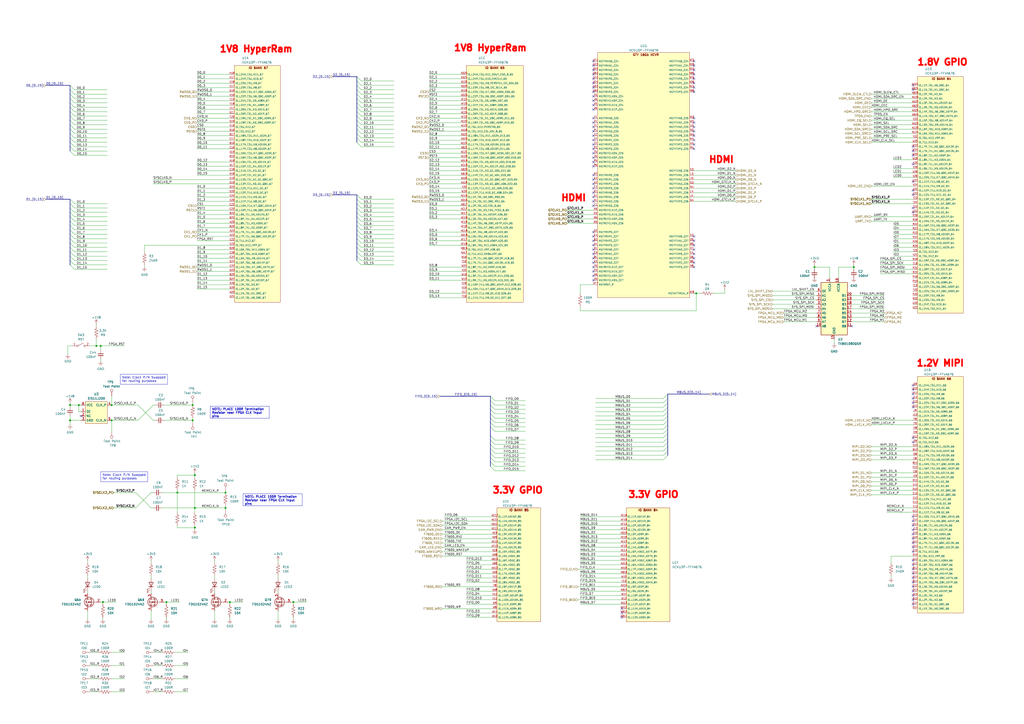
<source format=kicad_sch>
(kicad_sch (version 20231120) (generator "eeschema") (generator_version "8.0")
  (paper "A2")
  (title_block (title "FPGA IO") (date "2024-10-06") (rev "2.0") (company "Drexel University") (comment 1 "Designed by John Hofmeyr"))
  (lib_symbols
    (symbol "Connector:TestPoint" (pin_numbers hide) (pin_names (offset 0.762) hide)
      (property "Reference" "TP" (at 0 6.858 0))
      (property "Value" "TestPoint" (at 0 5.08 0))
      (symbol "TestPoint_1_1"
        (pin passive line (at 0 0 90) (length 2.54) (name "1") (number "1"))
      )
    )
    (symbol "Device:C_Small" (pin_numbers hide) (pin_names (offset 0.254) hide)
      (property "Reference" "C" (at 0.254 1.778 0))
      (property "Value" "C_Small" (at 0.254 -2.032 0))
      (symbol "C_Small_1_1"
        (pin passive line (at 0 2.54 270) (length 2.032) (name "~") (number "1"))
        (pin passive line (at 0 -2.54 90) (length 2.032) (name "~") (number "2"))
      )
    )
    (symbol "Device:LED" (pin_numbers hide) (pin_names (offset 1.016) hide)
      (property "Reference" "D" (at 0 2.54 0))
      (property "Value" "LED" (at 0 -2.54 0))
      (symbol "LED_1_1"
        (pin passive line (at -3.81 0 0) (length 2.54) (name "K") (number "1"))
        (pin passive line (at 3.81 0 180) (length 2.54) (name "A") (number "2"))
      )
    )
    (symbol "Device:R_US" (pin_numbers hide) (pin_names (offset 0))
      (property "Reference" "R" (at 2.54 0 90))
      (property "Value" "R_US" (at -2.54 0 90))
      (symbol "R_US_1_1"
        (pin passive line (at 0 3.81 270) (length 1.27) (name "~") (number "1"))
        (pin passive line (at 0 -3.81 90) (length 1.27) (name "~") (number "2"))
      )
    )
    (symbol "FPGA Module:Si511"
      (property "Reference" "U" (at 6.35 5.08 0))
      (property "Value" "Si511J200" (at 6.35 3.175 0))
      (symbol "Si511_1_1"
        (pin passive line (at -2.54 -3.81 0) (length 2.54) (name "OE") (number "1"))
        (pin passive line (at -2.54 -6.35 0) (length 2.54) (name "NC") (number "2"))
        (pin passive line (at -2.54 -8.89 0) (length 2.54) (name "GND") (number "3"))
        (pin passive line (at 15.24 0 180) (length 2.54) (name "CLK_P") (number "4"))
        (pin passive line (at 15.24 -8.89 180) (length 2.54) (name "CLK_N") (number "5"))
        (pin passive line (at -2.54 0 0) (length 2.54) (name "VCC") (number "6"))
      )
    )
    (symbol "FPGA Module:XCKU3P-FFVA676"
      (property "Reference" "U" (at 12.7 3.81 0))
      (property "Value" "XCKU3P-FFVA676" (at 12.7 1.27 0))
      (symbol "XCKU3P-FFVA676_1_0"
        (pin bidirectional line (at -2.54 -58.42 0) (length 2.54) (name "IO_L15P_T2L_N4_AD11P_67") (number "A17"))
        (pin bidirectional line (at -2.54 -55.88 0) (length 2.54) (name "IO_L15N_T2L_N5_AD11N_67") (number "A18"))
        (pin bidirectional line (at -2.54 -50.8 0) (length 2.54) (name "IO_L16N_T2U_N7_QBC_AD3N_67") (number "A19"))
        (pin bidirectional line (at -2.54 -91.44 0) (length 2.54) (name "IO_L8N_T1L_N3_AD5N_67") (number "A20"))
        (pin bidirectional line (at -2.54 -99.06 0) (length 2.54) (name "IO_L7P_T1L_N0_QBC_AD13P_67") (number "A22"))
        (pin bidirectional line (at -2.54 -96.52 0) (length 2.54) (name "IO_L7N_T1L_N1_QBC_AD13N_67") (number "A23"))
        (pin bidirectional line (at -2.54 -134.62 0) (length 2.54) (name "IO_L1P_T0L_N0_DBC_67") (number "A24"))
        (pin bidirectional line (at -2.54 -132.08 0) (length 2.54) (name "IO_L1N_T0L_N1_DBC_67") (number "A25"))
        (pin bidirectional line (at -2.54 -45.72 0) (length 2.54) (name "IO_L17N_T2U_N9_AD10N_67") (number "B16"))
        (pin bidirectional line (at -2.54 -40.64 0) (length 2.54) (name "IO_L18N_T2U_N11_AD2N_67") (number "B17"))
        (pin bidirectional line (at -2.54 -53.34 0) (length 2.54) (name "IO_L16P_T2U_N6_QBC_AD3P_67") (number "B19"))
        (pin bidirectional line (at -2.54 -93.98 0) (length 2.54) (name "IO_L8P_T1L_N2_AD5P_67") (number "B20"))
        (pin bidirectional line (at -2.54 -88.9 0) (length 2.54) (name "IO_L9P_T1L_N4_AD12P_67") (number "B21"))
        (pin bidirectional line (at -2.54 -86.36 0) (length 2.54) (name "IO_L9N_T1L_N5_AD12N_67") (number "B22"))
        (pin bidirectional line (at -2.54 -124.46 0) (length 2.54) (name "IO_L3P_T0L_N4_AD15P_67") (number "B24"))
        (pin bidirectional line (at -2.54 -121.92 0) (length 2.54) (name "IO_L3N_T0L_N5_AD15N_67") (number "B25"))
        (pin bidirectional line (at -2.54 -106.68 0) (length 2.54) (name "IO_L6N_T0U_N11_AD6N_67") (number "B26"))
        (pin bidirectional line (at -2.54 -48.26 0) (length 2.54) (name "IO_L17P_T2U_N8_AD10P_67") (number "C16"))
        (pin bidirectional line (at -2.54 -43.18 0) (length 2.54) (name "IO_L18P_T2U_N10_AD2P_67") (number "C17"))
        (pin bidirectional line (at -2.54 -60.96 0) (length 2.54) (name "IO_L14N_T2L_N3_GC_67") (number "C18"))
        (pin bidirectional line (at -2.54 -66.04 0) (length 2.54) (name "IO_L13N_T2L_N1_GC_QBC_67") (number "C19"))
        (pin bidirectional line (at -2.54 -83.82 0) (length 2.54) (name "IO_L10P_T1U_N6_QBC_AD4P_67") (number "C21"))
        (pin bidirectional line (at -2.54 -81.28 0) (length 2.54) (name "IO_L10N_T1U_N7_QBC_AD4N_67") (number "C22"))
        (pin bidirectional line (at -2.54 -116.84 0) (length 2.54) (name "IO_L4N_T0U_N7_DBC_AD7N_67") (number "C23"))
        (pin bidirectional line (at -2.54 -111.76 0) (length 2.54) (name "IO_L5N_T0U_N9_AD14N_67") (number "C24"))
        (pin bidirectional line (at -2.54 -109.22 0) (length 2.54) (name "IO_L6P_T0U_N10_AD6P_67") (number "C26"))
        (pin bidirectional line (at -2.54 -38.1 0) (length 2.54) (name "IO_T2U_N12_67") (number "D16"))
        (pin bidirectional line (at -2.54 -63.5 0) (length 2.54) (name "IO_L14P_T2L_N2_GC_67") (number "D18"))
        (pin bidirectional line (at -2.54 -68.58 0) (length 2.54) (name "IO_L13P_T2L_N0_GC_QBC_67") (number "D19"))
        (pin bidirectional line (at -2.54 -73.66 0) (length 2.54) (name "IO_L12P_T1U_N10_GC_67") (number "D20"))
        (pin bidirectional line (at -2.54 -71.12 0) (length 2.54) (name "IO_L12N_T1U_N11_GC_67") (number "D21"))
        (pin bidirectional line (at -2.54 -119.38 0) (length 2.54) (name "IO_L4P_T0U_N6_DBC_AD7P_67") (number "D23"))
        (pin bidirectional line (at -2.54 -114.3 0) (length 2.54) (name "IO_L5P_T0U_N8_AD14P_67") (number "D24"))
        (pin bidirectional line (at -2.54 -129.54 0) (length 2.54) (name "IO_L2P_T0L_N2_67") (number "D25"))
        (pin bidirectional line (at -2.54 -127 0) (length 2.54) (name "IO_L2N_T0L_N3_67") (number "D26"))
        (pin bidirectional line (at -2.54 -35.56 0) (length 2.54) (name "IO_T3U_N12_67") (number "E16"))
        (pin bidirectional line (at -2.54 -12.7 0) (length 2.54) (name "IO_L23P_T3U_N8_67") (number "E17"))
        (pin bidirectional line (at -2.54 -10.16 0) (length 2.54) (name "IO_L23N_T3U_N9_67") (number "E18"))
        (pin bidirectional line (at -2.54 -78.74 0) (length 2.54) (name "IO_L11P_T1U_N8_GC_67") (number "E20"))
        (pin bidirectional line (at -2.54 -76.2 0) (length 2.54) (name "IO_L11N_T1U_N9_GC_67") (number "E21"))
        (pin bidirectional line (at -2.54 -101.6 0) (length 2.54) (name "IO_T1U_N12_67") (number "E22"))
        (pin bidirectional line (at -2.54 -104.14 0) (length 2.54) (name "IO_T0U_N12_VRP_67") (number "E23"))
        (pin bidirectional line (at -2.54 -25.4 0) (length 2.54) (name "IO_L20N_T3L_N3_AD1N_67") (number "F17"))
        (pin bidirectional line (at -2.54 -22.86 0) (length 2.54) (name "IO_L21P_T3L_N4_AD8P_67") (number "F18"))
        (pin bidirectional line (at -2.54 -20.32 0) (length 2.54) (name "IO_L21N_T3L_N5_AD8N_67") (number "F19"))
        (pin bidirectional line (at -2.54 -30.48 0) (length 2.54) (name "IO_L19N_T3L_N1_DBC_AD9N_67") (number "F20"))
        (pin bidirectional line (at -2.54 -15.24 0) (length 2.54) (name "IO_L22N_T3U_N7_DBC_AD0N_67") (number "G16"))
        (pin bidirectional line (at -2.54 -27.94 0) (length 2.54) (name "IO_L20P_T3L_N2_AD1P_67") (number "G17"))
        (pin bidirectional line (at -2.54 -33.02 0) (length 2.54) (name "IO_L19P_T3L_N0_DBC_AD9P_67") (number "G19"))
        (pin bidirectional line (at -2.54 -17.78 0) (length 2.54) (name "IO_L22P_T3U_N6_DBC_AD0P_67") (number "H16"))
        (pin bidirectional line (at -2.54 -7.62 0) (length 2.54) (name "IO_L24P_T3U_N10_67") (number "H17"))
        (pin bidirectional line (at -2.54 -5.08 0) (length 2.54) (name "IO_L24N_T3U_N11_67") (number "H18"))
      )
      (symbol "XCKU3P-FFVA676_1_1"
        (text "IO BANK 67" (at 13.97 -1.27 0) (effects (font (size 1.27 1.27) (bold yes))))
      )
      (symbol "XCKU3P-FFVA676_2_0"
        (pin bidirectional line (at -2.54 -40.64 0) (length 2.54) (name "IO_L18N_T2U_N11_AD2N_66") (number "A10"))
        (pin bidirectional line (at -2.54 -106.68 0) (length 2.54) (name "IO_L6N_T0U_N11_AD6N_66") (number "A12"))
        (pin bidirectional line (at -2.54 -109.22 0) (length 2.54) (name "IO_L6P_T0U_N10_AD6P_66") (number "A13"))
        (pin bidirectional line (at -2.54 -116.84 0) (length 2.54) (name "IO_L4N_T0U_N7_DBC_AD7N_66") (number "A14"))
        (pin bidirectional line (at -2.54 -127 0) (length 2.54) (name "IO_L2N_T0L_N3_66") (number "A15"))
        (pin bidirectional line (at -2.54 -43.18 0) (length 2.54) (name "IO_L18P_T2U_N10_AD2P_66") (number "B10"))
        (pin bidirectional line (at -2.54 -50.8 0) (length 2.54) (name "IO_L16N_T2U_N7_QBC_AD3N_66") (number "B11"))
        (pin bidirectional line (at -2.54 -111.76 0) (length 2.54) (name "IO_L5N_T0U_N9_AD14N_66") (number "B12"))
        (pin bidirectional line (at -2.54 -119.38 0) (length 2.54) (name "IO_L4P_T0U_N6_DBC_AD7P_66") (number "B14"))
        (pin bidirectional line (at -2.54 -129.54 0) (length 2.54) (name "IO_L2P_T0L_N2_66") (number "B15"))
        (pin bidirectional line (at -2.54 -53.34 0) (length 2.54) (name "IO_L16P_T2U_N6_QBC_AD3P_66") (number "C11"))
        (pin bidirectional line (at -2.54 -114.3 0) (length 2.54) (name "IO_L5P_T0U_N8_AD14P_66") (number "C12"))
        (pin bidirectional line (at -2.54 -121.92 0) (length 2.54) (name "IO_L3N_T0L_N5_AD15N_66") (number "C13"))
        (pin bidirectional line (at -2.54 -132.08 0) (length 2.54) (name "IO_L1N_T0L_N1_DBC_66") (number "C14"))
        (pin bidirectional line (at -2.54 -55.88 0) (length 2.54) (name "IO_L15N_T2L_N5_AD11N_66") (number "C8"))
        (pin bidirectional line (at -2.54 -58.42 0) (length 2.54) (name "IO_L15P_T2L_N4_AD11P_66") (number "C9"))
        (pin bidirectional line (at -2.54 -66.04 0) (length 2.54) (name "IO_L13N_T2L_N1_GC_QBC_66") (number "D10"))
        (pin bidirectional line (at -2.54 -60.96 0) (length 2.54) (name "IO_L14N_T2L_N3_GC_66") (number "D11"))
        (pin bidirectional line (at -2.54 -124.46 0) (length 2.54) (name "IO_L3P_T0L_N4_AD15P_66") (number "D13"))
        (pin bidirectional line (at -2.54 -134.62 0) (length 2.54) (name "IO_L1P_T0L_N0_DBC_66") (number "D14"))
        (pin bidirectional line (at -2.54 -104.14 0) (length 2.54) (name "IO_T0U_N12_VRP_66") (number "D15"))
        (pin bidirectional line (at -2.54 -45.72 0) (length 2.54) (name "IO_L17N_T2U_N9_AD10N_66") (number "D8"))
        (pin bidirectional line (at -2.54 -38.1 0) (length 2.54) (name "IO_T2U_N12_66") (number "D9"))
        (pin bidirectional line (at -2.54 -68.58 0) (length 2.54) (name "IO_L13P_T2L_N0_GC_QBC_66") (number "E10"))
        (pin bidirectional line (at -2.54 -63.5 0) (length 2.54) (name "IO_L14P_T2L_N2_GC_66") (number "E11"))
        (pin bidirectional line (at -2.54 -71.12 0) (length 2.54) (name "IO_L12N_T1U_N11_GC_66") (number "E12"))
        (pin bidirectional line (at -2.54 -73.66 0) (length 2.54) (name "IO_L12P_T1U_N10_GC_66") (number "E13"))
        (pin bidirectional line (at -2.54 -101.6 0) (length 2.54) (name "IO_T1U_N12_66") (number "E15"))
        (pin bidirectional line (at -2.54 -48.26 0) (length 2.54) (name "IO_L17P_T2U_N8_AD10P_66") (number "E8"))
        (pin bidirectional line (at -2.54 -15.24 0) (length 2.54) (name "IO_L22N_T3U_N7_DBC_AD0N_66") (number "F10"))
        (pin bidirectional line (at -2.54 -76.2 0) (length 2.54) (name "IO_L11N_T1U_N9_GC_66") (number "F12"))
        (pin bidirectional line (at -2.54 -81.28 0) (length 2.54) (name "IO_L10N_T1U_N7_QBC_AD4N_66") (number "F13"))
        (pin bidirectional line (at -2.54 -83.82 0) (length 2.54) (name "IO_L10P_T1U_N6_QBC_AD4P_66") (number "F14"))
        (pin bidirectional line (at -2.54 -91.44 0) (length 2.54) (name "IO_L8N_T1L_N3_AD5N_66") (number "F15"))
        (pin bidirectional line (at -2.54 -25.4 0) (length 2.54) (name "IO_L20N_T3L_N3_AD1N_66") (number "F8"))
        (pin bidirectional line (at -2.54 -27.94 0) (length 2.54) (name "IO_L20P_T3L_N2_AD1P_66") (number "F9"))
        (pin bidirectional line (at -2.54 -7.62 0) (length 2.54) (name "IO_L24P_T3U_N10_66") (number "G10"))
        (pin bidirectional line (at -2.54 -17.78 0) (length 2.54) (name "IO_L22P_T3U_N6_DBC_AD0P_66") (number "G11"))
        (pin bidirectional line (at -2.54 -78.74 0) (length 2.54) (name "IO_L11P_T1U_N8_GC_66") (number "G12"))
        (pin bidirectional line (at -2.54 -96.52 0) (length 2.54) (name "IO_L7N_T1L_N1_QBC_AD13N_66") (number "G14"))
        (pin bidirectional line (at -2.54 -93.98 0) (length 2.54) (name "IO_L8P_T1L_N2_AD5P_66") (number "G15"))
        (pin bidirectional line (at -2.54 -5.08 0) (length 2.54) (name "IO_L24N_T3U_N11_66") (number "G9"))
        (pin bidirectional line (at -2.54 -10.16 0) (length 2.54) (name "IO_L23N_T3U_N9_66") (number "H11"))
        (pin bidirectional line (at -2.54 -35.56 0) (length 2.54) (name "IO_T3U_N12_66") (number "H12"))
        (pin bidirectional line (at -2.54 -86.36 0) (length 2.54) (name "IO_L9N_T1L_N5_AD12N_66") (number "H13"))
        (pin bidirectional line (at -2.54 -99.06 0) (length 2.54) (name "IO_L7P_T1L_N0_QBC_AD13P_66") (number "H14"))
        (pin bidirectional line (at -2.54 -30.48 0) (length 2.54) (name "IO_L19N_T3L_N1_DBC_AD9N_66") (number "H8"))
        (pin bidirectional line (at -2.54 -33.02 0) (length 2.54) (name "IO_L19P_T3L_N0_DBC_AD9P_66") (number "H9"))
        (pin bidirectional line (at -2.54 -22.86 0) (length 2.54) (name "IO_L21P_T3L_N4_AD8P_66") (number "J10"))
        (pin bidirectional line (at -2.54 -12.7 0) (length 2.54) (name "IO_L23P_T3U_N8_66") (number "J11"))
        (pin bidirectional line (at -2.54 -88.9 0) (length 2.54) (name "IO_L9P_T1L_N4_AD12P_66") (number "J13"))
        (pin bidirectional line (at -2.54 -20.32 0) (length 2.54) (name "IO_L21N_T3L_N5_AD8N_66") (number "J9"))
      )
      (symbol "XCKU3P-FFVA676_2_1"
        (text "IO BANK 66\n" (at 13.97 -1.27 0) (effects (font (size 1.27 1.27) (bold yes))))
      )
      (symbol "XCKU3P-FFVA676_3_0"
        (pin bidirectional line (at -2.54 -109.22 0) (length 2.54) (name "IO_T1U_N12_SMBALERT_65") (number "AA17"))
        (pin bidirectional line (at -2.54 -38.1 0) (length 2.54) (name "IO_T2U_N12_CSI_ADV_B_65") (number "AA18"))
        (pin bidirectional line (at -2.54 -68.58 0) (length 2.54) (name "IO_L13P_T2L_N0_GC_QBC_A06_D22_65") (number "AA19"))
        (pin bidirectional line (at -2.54 -66.04 0) (length 2.54) (name "IO_L13N_T2L_N1_GC_QBC_A07_D23_65") (number "AA20"))
        (pin bidirectional line (at -2.54 -106.68 0) (length 2.54) (name "IO_T0U_N12_VRP_A28_65") (number "AB16"))
        (pin bidirectional line (at -2.54 -81.28 0) (length 2.54) (name "IO_L2P_T0L_N2_FOE_B_65") (number "AB17"))
        (pin bidirectional line (at -2.54 -63.5 0) (length 2.54) (name "IO_L14P_T2L_N2_GC_A04_D20_65") (number "AB19"))
        (pin bidirectional line (at -2.54 -60.96 0) (length 2.54) (name "IO_L14N_T2L_N3_GC_A05_D21_65") (number "AB20"))
        (pin bidirectional line (at -2.54 -48.26 0) (length 2.54) (name "IO_L17P_T2U_N8_AD10P_D14_65") (number "AB21"))
        (pin bidirectional line (at -2.54 -76.2 0) (length 2.54) (name "IO_L1P_T0L_N0_DBC_RS0_65") (number "AC16"))
        (pin bidirectional line (at -2.54 -83.82 0) (length 2.54) (name "IO_L2N_T0L_N3_FWE_FCS2_B_65") (number "AC17"))
        (pin bidirectional line (at -2.54 -96.52 0) (length 2.54) (name "IO_L5P_T0U_N8_AD14P_A22_65") (number "AC18"))
        (pin bidirectional line (at -2.54 -58.42 0) (length 2.54) (name "IO_L15P_T2L_N4_AD11P_A02_D18_65") (number "AC19"))
        (pin bidirectional line (at -2.54 -45.72 0) (length 2.54) (name "IO_L17N_T2U_N9_AD10N_D15_65") (number "AC21"))
        (pin bidirectional line (at -2.54 -35.56 0) (length 2.54) (name "IO_T3U_N12_PERSTN0_65") (number "AC22"))
        (pin bidirectional line (at -2.54 -78.74 0) (length 2.54) (name "IO_L1N_T0L_N1_DBC_RS1_65") (number "AD16"))
        (pin bidirectional line (at -2.54 -99.06 0) (length 2.54) (name "IO_L5N_T0U_N9_AD14N_A23_65") (number "AD18"))
        (pin bidirectional line (at -2.54 -55.88 0) (length 2.54) (name "IO_L15N_T2L_N5_AD11N_A03_D19_65") (number "AD19"))
        (pin bidirectional line (at -2.54 -43.18 0) (length 2.54) (name "IO_L18P_T2U_N10_AD2P_D12_65") (number "AD20"))
        (pin bidirectional line (at -2.54 -40.64 0) (length 2.54) (name "IO_L18N_T2U_N11_AD2N_D13_65") (number "AD21"))
        (pin bidirectional line (at -2.54 -12.7 0) (length 2.54) (name "IO_L23P_T3U_N8_I2C_SCLK_65") (number "AD23"))
        (pin bidirectional line (at -2.54 -7.62 0) (length 2.54) (name "IO_L24P_T3U_N10_EMCCLK_65") (number "AD24"))
        (pin bidirectional line (at -2.54 -5.08 0) (length 2.54) (name "IO_L24N_T3U_N11_DOUT_CSO_B_65") (number "AD25"))
        (pin bidirectional line (at -2.54 -17.78 0) (length 2.54) (name "IO_L22P_T3U_N6_DBC_AD0P_D04_65") (number "AD26"))
        (pin bidirectional line (at -2.54 -86.36 0) (length 2.54) (name "IO_L3P_T0L_N4_AD15P_A26_65") (number "AE17"))
        (pin bidirectional line (at -2.54 -88.9 0) (length 2.54) (name "IO_L3N_T0L_N5_AD15N_A27_65") (number "AE18"))
        (pin bidirectional line (at -2.54 -53.34 0) (length 2.54) (name "IO_L16P_T2U_N6_QBC_AD3P_A00_D16_65") (number "AE20"))
        (pin bidirectional line (at -2.54 -50.8 0) (length 2.54) (name "IO_L16N_T2U_N7_QBC_AD3N_A01_D17_65") (number "AE21"))
        (pin bidirectional line (at -2.54 -33.02 0) (length 2.54) (name "IO_L19P_T3L_N0_DBC_AD9P_D10_65") (number "AE22"))
        (pin bidirectional line (at -2.54 -10.16 0) (length 2.54) (name "IO_L23N_T3U_N9_PERSTN1_I2C_SDA_65") (number "AE23"))
        (pin bidirectional line (at -2.54 -27.94 0) (length 2.54) (name "IO_L20P_T3L_N2_AD1P_D08_65") (number "AE25"))
        (pin bidirectional line (at -2.54 -15.24 0) (length 2.54) (name "IO_L22N_T3U_N7_DBC_AD0N_D05_65") (number "AE26"))
        (pin bidirectional line (at -2.54 -101.6 0) (length 2.54) (name "IO_L6P_T0U_N10_AD6P_A20_65") (number "AF17"))
        (pin bidirectional line (at -2.54 -104.14 0) (length 2.54) (name "IO_L6N_T0U_N11_AD6N_A21_65") (number "AF18"))
        (pin bidirectional line (at -2.54 -91.44 0) (length 2.54) (name "IO_L4P_T0U_N6_DBC_AD7P_A24_65") (number "AF19"))
        (pin bidirectional line (at -2.54 -93.98 0) (length 2.54) (name "IO_L4N_T0U_N7_DBC_AD7N_A25_65") (number "AF20"))
        (pin bidirectional line (at -2.54 -30.48 0) (length 2.54) (name "IO_L19N_T3L_N1_DBC_AD9N_D11_65") (number "AF22"))
        (pin bidirectional line (at -2.54 -22.86 0) (length 2.54) (name "IO_L21P_T3L_N4_AD8P_D06_65") (number "AF23"))
        (pin bidirectional line (at -2.54 -20.32 0) (length 2.54) (name "IO_L21N_T3L_N5_AD8N_D07_65") (number "AF24"))
        (pin bidirectional line (at -2.54 -25.4 0) (length 2.54) (name "IO_L20N_T3L_N3_AD1N_D09_65") (number "AF25"))
        (pin bidirectional line (at -2.54 -127 0) (length 2.54) (name "IO_L10P_T1U_N6_QBC_AD4P_A12_D28_65") (number "V18"))
        (pin bidirectional line (at -2.54 -129.54 0) (length 2.54) (name "IO_L10N_T1U_N7_QBC_AD4N_A13_D29_65") (number "V19"))
        (pin bidirectional line (at -2.54 -111.76 0) (length 2.54) (name "IO_L7P_T1L_N0_QBC_AD13P_A18_65") (number "W16"))
        (pin bidirectional line (at -2.54 -121.92 0) (length 2.54) (name "IO_L9P_T1L_N4_AD12P_A14_D30_65") (number "W18"))
        (pin bidirectional line (at -2.54 -124.46 0) (length 2.54) (name "IO_L9N_T1L_N5_AD12N_A15_D31_65") (number "W19"))
        (pin bidirectional line (at -2.54 -73.66 0) (length 2.54) (name "IO_L12P_T1U_N10_GC_A08_D24_65") (number "W20"))
        (pin bidirectional line (at -2.54 -116.84 0) (length 2.54) (name "IO_L8P_T1L_N2_AD5P_A16_65") (number "W21"))
        (pin bidirectional line (at -2.54 -114.3 0) (length 2.54) (name "IO_L7N_T1L_N1_QBC_AD13N_A19_65") (number "Y16"))
        (pin bidirectional line (at -2.54 -132.08 0) (length 2.54) (name "IO_L11P_T1U_N8_GC_A10_D26_65") (number "Y17"))
        (pin bidirectional line (at -2.54 -134.62 0) (length 2.54) (name "IO_L11N_T1U_N9_GC_A11_D27_65") (number "Y18"))
        (pin bidirectional line (at -2.54 -71.12 0) (length 2.54) (name "IO_L12N_T1U_N11_GC_A09_D25_65") (number "Y20"))
        (pin bidirectional line (at -2.54 -119.38 0) (length 2.54) (name "IO_L8N_T1L_N3_AD5N_A17_65") (number "Y21"))
      )
      (symbol "XCKU3P-FFVA676_3_1"
        (text "IO BANK 65\n" (at 16.51 -1.27 0) (effects (font (size 1.27 1.27) (bold yes))))
      )
      (symbol "XCKU3P-FFVA676_4_0"
        (pin bidirectional line (at -2.54 -15.24 0) (length 2.54) (name "IO_L3P_T0L_N4_AD15P_64") (number "AA22"))
        (pin bidirectional line (at -2.54 -27.94 0) (length 2.54) (name "IO_L5N_T0U_N9_AD14N_64") (number "AA23"))
        (pin bidirectional line (at -2.54 -5.08 0) (length 2.54) (name "IO_L1P_T0L_N0_DBC_64") (number "AA24"))
        (pin bidirectional line (at -2.54 -20.32 0) (length 2.54) (name "IO_L4P_T0U_N6_DBC_AD7P_64") (number "AA25"))
        (pin bidirectional line (at -2.54 -17.78 0) (length 2.54) (name "IO_L3N_T0L_N5_AD15N_64") (number "AB22"))
        (pin bidirectional line (at -2.54 -7.62 0) (length 2.54) (name "IO_L1N_T0L_N1_DBC_64") (number "AB24"))
        (pin bidirectional line (at -2.54 -22.86 0) (length 2.54) (name "IO_L4N_T0U_N7_DBC_AD7N_64") (number "AB25"))
        (pin bidirectional line (at -2.54 -10.16 0) (length 2.54) (name "IO_L2P_T0L_N2_64") (number "AB26"))
        (pin bidirectional line (at -2.54 -30.48 0) (length 2.54) (name "IO_L6P_T0U_N10_AD6P_64") (number "AC23"))
        (pin bidirectional line (at -2.54 -33.02 0) (length 2.54) (name "IO_L6N_T0U_N11_AD6N_64") (number "AC24"))
        (pin bidirectional line (at -2.54 -12.7 0) (length 2.54) (name "IO_L2N_T0L_N3_64") (number "AC26"))
        (pin bidirectional line (at -2.54 -116.84 0) (length 2.54) (name "IO_L21P_T3L_N4_AD8P_64") (number "P18"))
        (pin bidirectional line (at -2.54 -119.38 0) (length 2.54) (name "IO_L21N_T3L_N5_AD8N_64") (number "P19"))
        (pin bidirectional line (at -2.54 -127 0) (length 2.54) (name "IO_L23P_T3U_N8_64") (number "P20"))
        (pin bidirectional line (at -2.54 -111.76 0) (length 2.54) (name "IO_L20P_T3L_N2_AD1P_64") (number "P21"))
        (pin bidirectional line (at -2.54 -91.44 0) (length 2.54) (name "IO_L17P_T2U_N8_AD10P_64") (number "P23"))
        (pin bidirectional line (at -2.54 -93.98 0) (length 2.54) (name "IO_L17N_T2U_N9_AD10N_64") (number "P24"))
        (pin bidirectional line (at -2.54 -96.52 0) (length 2.54) (name "IO_L18P_T2U_N10_AD2P_64") (number "P25"))
        (pin bidirectional line (at -2.54 -81.28 0) (length 2.54) (name "IO_L15P_T2L_N4_AD11P_64") (number "P26"))
        (pin bidirectional line (at -2.54 -106.68 0) (length 2.54) (name "IO_L19P_T3L_N0_DBC_AD9P_64") (number "R18"))
        (pin bidirectional line (at -2.54 -129.54 0) (length 2.54) (name "IO_L23N_T3U_N9_64") (number "R20"))
        (pin bidirectional line (at -2.54 -114.3 0) (length 2.54) (name "IO_L20N_T3L_N3_AD1N_64") (number "R21"))
        (pin bidirectional line (at -2.54 -86.36 0) (length 2.54) (name "IO_L16P_T2U_N6_QBC_AD3P_64") (number "R22"))
        (pin bidirectional line (at -2.54 -88.9 0) (length 2.54) (name "IO_L16N_T2U_N7_QBC_AD3N_64") (number "R23"))
        (pin bidirectional line (at -2.54 -99.06 0) (length 2.54) (name "IO_L18N_T2U_N11_AD2N_64") (number "R25"))
        (pin bidirectional line (at -2.54 -83.82 0) (length 2.54) (name "IO_L15N_T2L_N5_AD11N_64") (number "R26"))
        (pin bidirectional line (at -2.54 -109.22 0) (length 2.54) (name "IO_L19N_T3L_N1_DBC_AD9N_64") (number "T18"))
        (pin bidirectional line (at -2.54 -121.92 0) (length 2.54) (name "IO_L22P_T3U_N6_DBC_AD0P_64") (number "T19"))
        (pin bidirectional line (at -2.54 -124.46 0) (length 2.54) (name "IO_L22N_T3U_N7_DBC_AD0N_64") (number "T20"))
        (pin bidirectional line (at -2.54 -76.2 0) (length 2.54) (name "IO_L14P_T2L_N2_GC_64") (number "T22"))
        (pin bidirectional line (at -2.54 -71.12 0) (length 2.54) (name "IO_L13P_T2L_N0_GC_QBC_64") (number "T23"))
        (pin bidirectional line (at -2.54 -73.66 0) (length 2.54) (name "IO_L13N_T2L_N1_GC_QBC_64") (number "T24"))
        (pin bidirectional line (at -2.54 -101.6 0) (length 2.54) (name "IO_T2U_N12_64") (number "T25"))
        (pin bidirectional line (at -2.54 -132.08 0) (length 2.54) (name "IO_L24P_T3U_N10_64") (number "U20"))
        (pin bidirectional line (at -2.54 -134.62 0) (length 2.54) (name "IO_L24N_T3U_N11_64") (number "U21"))
        (pin bidirectional line (at -2.54 -78.74 0) (length 2.54) (name "IO_L14N_T2L_N3_GC_64") (number "U22"))
        (pin bidirectional line (at -2.54 -60.96 0) (length 2.54) (name "IO_L11P_T1U_N8_GC_64") (number "U24"))
        (pin bidirectional line (at -2.54 -38.1 0) (length 2.54) (name "IO_T1U_N12_64") (number "U25"))
        (pin bidirectional line (at -2.54 -55.88 0) (length 2.54) (name "IO_L10P_T1U_N6_QBC_AD4P_64") (number "U26"))
        (pin bidirectional line (at -2.54 -104.14 0) (length 2.54) (name "IO_T3U_N12_64") (number "V21"))
        (pin bidirectional line (at -2.54 -66.04 0) (length 2.54) (name "IO_L12P_T1U_N10_GC_64") (number "V22"))
        (pin bidirectional line (at -2.54 -68.58 0) (length 2.54) (name "IO_L12N_T1U_N11_GC_64") (number "V23"))
        (pin bidirectional line (at -2.54 -63.5 0) (length 2.54) (name "IO_L11N_T1U_N9_GC_64") (number "V24"))
        (pin bidirectional line (at -2.54 -58.42 0) (length 2.54) (name "IO_L10N_T1U_N7_QBC_AD4N_64") (number "V26"))
        (pin bidirectional line (at -2.54 -40.64 0) (length 2.54) (name "IO_L7P_T1L_N0_QBC_AD13P_64") (number "W23"))
        (pin bidirectional line (at -2.54 -43.18 0) (length 2.54) (name "IO_L7N_T1L_N1_QBC_AD13N_64") (number "W24"))
        (pin bidirectional line (at -2.54 -45.72 0) (length 2.54) (name "IO_L8P_T1L_N2_AD5P_64") (number "W25"))
        (pin bidirectional line (at -2.54 -48.26 0) (length 2.54) (name "IO_L8N_T1L_N3_AD5N_64") (number "W26"))
        (pin bidirectional line (at -2.54 -35.56 0) (length 2.54) (name "IO_T0U_N12_VRP_64") (number "Y22"))
        (pin bidirectional line (at -2.54 -25.4 0) (length 2.54) (name "IO_L5P_T0U_N8_AD14P_64") (number "Y23"))
        (pin bidirectional line (at -2.54 -50.8 0) (length 2.54) (name "IO_L9P_T1L_N4_AD12P_64") (number "Y25"))
        (pin bidirectional line (at -2.54 -53.34 0) (length 2.54) (name "IO_L9N_T1L_N5_AD12N_64") (number "Y26"))
      )
      (symbol "XCKU3P-FFVA676_4_1"
        (text "IO BANK 64\n" (at 13.97 -1.27 0) (effects (font (size 1.27 1.27) (bold yes))))
      )
      (symbol "XCKU3P-FFVA676_5_0"
        (pin bidirectional line (at -2.54 -35.56 0) (length 2.54) (name "IO_L7P_HDGC_85") (number "AA10"))
        (pin bidirectional line (at -2.54 -48.26 0) (length 2.54) (name "IO_L9N_AD11N_85") (number "AA8"))
        (pin bidirectional line (at -2.54 -38.1 0) (length 2.54) (name "IO_L7N_HDGC_85") (number "AA9"))
        (pin bidirectional line (at -2.54 -30.48 0) (length 2.54) (name "IO_L6P_HDGC_85") (number "AB10"))
        (pin bidirectional line (at -2.54 -33.02 0) (length 2.54) (name "IO_L6N_HDGC_85") (number "AB9"))
        (pin bidirectional line (at -2.54 -7.62 0) (length 2.54) (name "IO_L1N_AD15N_85") (number "AC11"))
        (pin bidirectional line (at -2.54 -5.08 0) (length 2.54) (name "IO_L1P_AD15P_85") (number "AC12"))
        (pin bidirectional line (at -2.54 -25.4 0) (length 2.54) (name "IO_L5P_HDGC_85") (number "AC8"))
        (pin bidirectional line (at -2.54 -15.24 0) (length 2.54) (name "IO_L3P_AD13P_85") (number "AC9"))
        (pin bidirectional line (at -2.54 -10.16 0) (length 2.54) (name "IO_L2P_AD14P_85") (number "AD11"))
        (pin bidirectional line (at -2.54 -27.94 0) (length 2.54) (name "IO_L5N_HDGC_85") (number "AD8"))
        (pin bidirectional line (at -2.54 -17.78 0) (length 2.54) (name "IO_L3N_AD13N_85") (number "AD9"))
        (pin bidirectional line (at -2.54 -20.32 0) (length 2.54) (name "IO_L4P_AD12P_85") (number "AE10"))
        (pin bidirectional line (at -2.54 -12.7 0) (length 2.54) (name "IO_L2N_AD14N_85") (number "AE11"))
        (pin bidirectional line (at -2.54 -22.86 0) (length 2.54) (name "IO_L4N_AD12N_85") (number "AF10"))
        (pin bidirectional line (at -2.54 -53.34 0) (length 2.54) (name "IO_L10N_AD10N_85") (number "V11"))
        (pin bidirectional line (at -2.54 -50.8 0) (length 2.54) (name "IO_L10P_AD10P_85") (number "V12"))
        (pin bidirectional line (at -2.54 -63.5 0) (length 2.54) (name "IO_L12N_AD8N_85") (number "W10"))
        (pin bidirectional line (at -2.54 -60.96 0) (length 2.54) (name "IO_L12P_AD8P_85") (number "W11"))
        (pin bidirectional line (at -2.54 -58.42 0) (length 2.54) (name "IO_L11N_AD9N_85") (number "W8"))
        (pin bidirectional line (at -2.54 -55.88 0) (length 2.54) (name "IO_L11P_AD9P_85") (number "W9"))
        (pin bidirectional line (at -2.54 -43.18 0) (length 2.54) (name "IO_L8N_HDGC_85") (number "Y10"))
        (pin bidirectional line (at -2.54 -40.64 0) (length 2.54) (name "IO_L8P_HDGC_85") (number "Y11"))
        (pin bidirectional line (at -2.54 -45.72 0) (length 2.54) (name "IO_L9P_AD11P_85") (number "Y8"))
      )
      (symbol "XCKU3P-FFVA676_5_1"
        (text "IO BANK 85" (at 12.7 -1.27 0) (effects (font (size 1.27 1.27) (bold yes))))
      )
      (symbol "XCKU3P-FFVA676_6_0"
        (pin bidirectional line (at -2.54 -58.42 0) (length 2.54) (name "IO_L11N_AD1N_84") (number "AA12"))
        (pin bidirectional line (at -2.54 -55.88 0) (length 2.54) (name "IO_L11P_AD1P_84") (number "AA13"))
        (pin bidirectional line (at -2.54 -45.72 0) (length 2.54) (name "IO_L9P_AD3P_84") (number "AA14"))
        (pin bidirectional line (at -2.54 -35.56 0) (length 2.54) (name "IO_L7P_HDGC_AD5P_84") (number "AA15"))
        (pin bidirectional line (at -2.54 -63.5 0) (length 2.54) (name "IO_L12N_AD0N_84") (number "AB11"))
        (pin bidirectional line (at -2.54 -60.96 0) (length 2.54) (name "IO_L12P_AD0P_84") (number "AB12"))
        (pin bidirectional line (at -2.54 -48.26 0) (length 2.54) (name "IO_L9N_AD3N_84") (number "AB14"))
        (pin bidirectional line (at -2.54 -38.1 0) (length 2.54) (name "IO_L7N_HDGC_AD5N_84") (number "AB15"))
        (pin bidirectional line (at -2.54 -27.94 0) (length 2.54) (name "IO_L5N_HDGC_AD7N_84") (number "AC13"))
        (pin bidirectional line (at -2.54 -25.4 0) (length 2.54) (name "IO_L5P_HDGC_AD7P_84") (number "AC14"))
        (pin bidirectional line (at -2.54 -33.02 0) (length 2.54) (name "IO_L6N_HDGC_AD6N_84") (number "AD13"))
        (pin bidirectional line (at -2.54 -30.48 0) (length 2.54) (name "IO_L6P_HDGC_AD6P_84") (number "AD14"))
        (pin bidirectional line (at -2.54 -15.24 0) (length 2.54) (name "IO_L3P_AD9P_84") (number "AD15"))
        (pin bidirectional line (at -2.54 -20.32 0) (length 2.54) (name "IO_L4P_AD8P_84") (number "AE12"))
        (pin bidirectional line (at -2.54 -17.78 0) (length 2.54) (name "IO_L3N_AD9N_84") (number "AE15"))
        (pin bidirectional line (at -2.54 -5.08 0) (length 2.54) (name "IO_L1P_AD11P_84") (number "AE16"))
        (pin bidirectional line (at -2.54 -22.86 0) (length 2.54) (name "IO_L4N_AD8N_84") (number "AF12"))
        (pin bidirectional line (at -2.54 -12.7 0) (length 2.54) (name "IO_L2N_AD10N_84") (number "AF13"))
        (pin bidirectional line (at -2.54 -10.16 0) (length 2.54) (name "IO_L2P_AD10P_84") (number "AF14"))
        (pin bidirectional line (at -2.54 -7.62 0) (length 2.54) (name "IO_L1N_AD11N_84") (number "AF15"))
        (pin bidirectional line (at -2.54 -53.34 0) (length 2.54) (name "IO_L10N_AD2N_84") (number "W13"))
        (pin bidirectional line (at -2.54 -50.8 0) (length 2.54) (name "IO_L10P_AD2P_84") (number "W14"))
        (pin bidirectional line (at -2.54 -40.64 0) (length 2.54) (name "IO_L8P_HDGC_AD4P_84") (number "W15"))
        (pin bidirectional line (at -2.54 -43.18 0) (length 2.54) (name "IO_L8N_HDGC_AD4N_84") (number "Y15"))
      )
      (symbol "XCKU3P-FFVA676_6_1"
        (text "IO BANK 84" (at 12.7 -1.27 0) (effects (font (size 1.27 1.27) (bold yes))))
      )
      (symbol "XCKU3P-FFVA676_7_0"
        (pin input line (at -2.54 -121.92 0) (length 2.54) (name "MGTYRXN3_227") (number "A3"))
        (pin input line (at -2.54 -111.76 0) (length 2.54) (name "MGTYRXP3_227") (number "A4"))
        (pin output line (at 55.88 -114.3 180) (length 2.54) (name "MGTYTXN3_227") (number "A7"))
        (pin output line (at 55.88 -124.46 180) (length 2.54) (name "MGTYTXP3_227") (number "A8"))
        (pin output line (at 55.88 -38.1 180) (length 2.54) (name "MGTYTXN0_225") (number "AA3"))
        (pin output line (at 55.88 -48.26 180) (length 2.54) (name "MGTYTXP0_225") (number "AA4"))
        (pin input line (at -2.54 -12.7 0) (length 2.54) (name "MGTYRXN3_224") (number "AB1"))
        (pin input line (at -2.54 -22.86 0) (length 2.54) (name "MGTYRXP3_224") (number "AB2"))
        (pin output line (at 55.88 -12.7 180) (length 2.54) (name "MGTYTXN3_224") (number "AB5"))
        (pin output line (at 55.88 -22.86 180) (length 2.54) (name "MGTYTXP3_224") (number "AB6"))
        (pin output line (at 55.88 -10.16 180) (length 2.54) (name "MGTYTXN2_224") (number "AC3"))
        (pin output line (at 55.88 -20.32 180) (length 2.54) (name "MGTYTXP2_224") (number "AC4"))
        (pin input line (at -2.54 -10.16 0) (length 2.54) (name "MGTYRXN2_224") (number "AD1"))
        (pin input line (at -2.54 -20.32 0) (length 2.54) (name "MGTYRXP2_224") (number "AD2"))
        (pin output line (at 55.88 -7.62 180) (length 2.54) (name "MGTYTXN1_224") (number "AD5"))
        (pin output line (at 55.88 -17.78 180) (length 2.54) (name "MGTYTXP1_224") (number "AD6"))
        (pin input line (at -2.54 -7.62 0) (length 2.54) (name "MGTYRXN1_224") (number "AE3"))
        (pin input line (at -2.54 -17.78 0) (length 2.54) (name "MGTYRXP1_224") (number "AE4"))
        (pin input line (at -2.54 -5.08 0) (length 2.54) (name "MGTYRXN0_224") (number "AF1"))
        (pin input line (at -2.54 -15.24 0) (length 2.54) (name "MGTYRXP0_224") (number "AF2"))
        (pin output line (at 55.88 -5.08 180) (length 2.54) (name "MGTYTXN0_224") (number "AF5"))
        (pin output line (at 55.88 -15.24 180) (length 2.54) (name "MGTYTXP0_224") (number "AF6"))
        (pin input line (at -2.54 -134.62 0) (length 2.54) (name "MGTRREF_R") (number "AF7"))
        (pin bidirectional line (at 55.88 -139.7 180) (length 2.54) (name "MGTAVTTRCAL_R") (number "AF8"))
        (pin input line (at -2.54 -119.38 0) (length 2.54) (name "MGTYRXN2_227") (number "B1"))
        (pin input line (at -2.54 -109.22 0) (length 2.54) (name "MGTYRXP2_227") (number "B2"))
        (pin output line (at 55.88 -111.76 180) (length 2.54) (name "MGTYTXN2_227") (number "B5"))
        (pin output line (at 55.88 -121.92 180) (length 2.54) (name "MGTYTXP2_227") (number "B6"))
        (pin input line (at -2.54 -116.84 0) (length 2.54) (name "MGTYRXN1_227") (number "C3"))
        (pin input line (at -2.54 -106.68 0) (length 2.54) (name "MGTYRXP1_227") (number "C4"))
        (pin input line (at -2.54 -114.3 0) (length 2.54) (name "MGTYRXN0_227") (number "D1"))
        (pin input line (at -2.54 -104.14 0) (length 2.54) (name "MGTYRXP0_227") (number "D2"))
        (pin output line (at 55.88 -109.22 180) (length 2.54) (name "MGTYTXN1_227") (number "D5"))
        (pin output line (at 55.88 -119.38 180) (length 2.54) (name "MGTYTXP1_227") (number "D6"))
        (pin output line (at 55.88 -106.68 180) (length 2.54) (name "MGTYTXN0_227") (number "E3"))
        (pin output line (at 55.88 -116.84 180) (length 2.54) (name "MGTYTXP0_227") (number "E4"))
        (pin input line (at -2.54 -88.9 0) (length 2.54) (name "MGTYRXN3_226") (number "F1"))
        (pin input line (at -2.54 -78.74 0) (length 2.54) (name "MGTYRXP3_226") (number "F2"))
        (pin input line (at -2.54 -127 0) (length 2.54) (name "MGTREFCLK1N_227") (number "F5"))
        (pin input line (at -2.54 -124.46 0) (length 2.54) (name "MGTREFCLK1P_227") (number "F6"))
        (pin output line (at 55.88 -76.2 180) (length 2.54) (name "MGTYTXN3_226") (number "G3"))
        (pin output line (at 55.88 -86.36 180) (length 2.54) (name "MGTYTXP3_226") (number "G4"))
        (pin input line (at -2.54 -86.36 0) (length 2.54) (name "MGTYRXN2_226") (number "H1"))
        (pin input line (at -2.54 -76.2 0) (length 2.54) (name "MGTYRXP2_226") (number "H2"))
        (pin input line (at -2.54 -132.08 0) (length 2.54) (name "MGTREFCLK0N_227") (number "H5"))
        (pin input line (at -2.54 -129.54 0) (length 2.54) (name "MGTREFCLK0P_227") (number "H6"))
        (pin output line (at 55.88 -73.66 180) (length 2.54) (name "MGTYTXN2_226") (number "J3"))
        (pin output line (at 55.88 -83.82 180) (length 2.54) (name "MGTYTXP2_226") (number "J4"))
        (pin input line (at -2.54 -83.82 0) (length 2.54) (name "MGTYRXN1_226") (number "K1"))
        (pin input line (at -2.54 -73.66 0) (length 2.54) (name "MGTYRXP1_226") (number "K2"))
        (pin input line (at -2.54 -93.98 0) (length 2.54) (name "MGTREFCLK1N_226") (number "K5"))
        (pin input line (at -2.54 -91.44 0) (length 2.54) (name "MGTREFCLK1P_226") (number "K6"))
        (pin output line (at 55.88 -71.12 180) (length 2.54) (name "MGTYTXN1_226") (number "L3"))
        (pin output line (at 55.88 -81.28 180) (length 2.54) (name "MGTYTXP1_226") (number "L4"))
        (pin input line (at -2.54 -81.28 0) (length 2.54) (name "MGTYRXN0_226") (number "M1"))
        (pin input line (at -2.54 -71.12 0) (length 2.54) (name "MGTYRXP0_226") (number "M2"))
        (pin input line (at -2.54 -99.06 0) (length 2.54) (name "MGTREFCLK0N_226") (number "M5"))
        (pin input line (at -2.54 -96.52 0) (length 2.54) (name "MGTREFCLK0P_226") (number "M6"))
        (pin output line (at 55.88 -68.58 180) (length 2.54) (name "MGTYTXN0_226") (number "N3"))
        (pin output line (at 55.88 -78.74 180) (length 2.54) (name "MGTYTXP0_226") (number "N4"))
        (pin input line (at -2.54 -45.72 0) (length 2.54) (name "MGTYRXN3_225") (number "P1"))
        (pin input line (at -2.54 -55.88 0) (length 2.54) (name "MGTYRXP3_225") (number "P2"))
        (pin input line (at -2.54 -63.5 0) (length 2.54) (name "MGTREFCLK1N_225") (number "P5"))
        (pin input line (at -2.54 -66.04 0) (length 2.54) (name "MGTREFCLK1P_225") (number "P6"))
        (pin output line (at 55.88 -45.72 180) (length 2.54) (name "MGTYTXN3_225") (number "R3"))
        (pin output line (at 55.88 -55.88 180) (length 2.54) (name "MGTYTXP3_225") (number "R4"))
        (pin input line (at -2.54 -43.18 0) (length 2.54) (name "MGTYRXN2_225") (number "T1"))
        (pin input line (at -2.54 -53.34 0) (length 2.54) (name "MGTYRXP2_225") (number "T2"))
        (pin input line (at -2.54 -58.42 0) (length 2.54) (name "MGTREFCLK0N_225") (number "T5"))
        (pin input line (at -2.54 -60.96 0) (length 2.54) (name "MGTREFCLK0P_225") (number "T6"))
        (pin output line (at 55.88 -43.18 180) (length 2.54) (name "MGTYTXN2_225") (number "U3"))
        (pin output line (at 55.88 -53.34 180) (length 2.54) (name "MGTYTXP2_225") (number "U4"))
        (pin input line (at -2.54 -40.64 0) (length 2.54) (name "MGTYRXN1_225") (number "V1"))
        (pin input line (at -2.54 -50.8 0) (length 2.54) (name "MGTYRXP1_225") (number "V2"))
        (pin input line (at -2.54 -30.48 0) (length 2.54) (name "MGTREFCLK1N_224") (number "V5"))
        (pin input line (at -2.54 -33.02 0) (length 2.54) (name "MGTREFCLK1P_224") (number "V6"))
        (pin output line (at 55.88 -40.64 180) (length 2.54) (name "MGTYTXN1_225") (number "W3"))
        (pin output line (at 55.88 -50.8 180) (length 2.54) (name "MGTYTXP1_225") (number "W4"))
        (pin input line (at -2.54 -38.1 0) (length 2.54) (name "MGTYRXN0_225") (number "Y1"))
        (pin input line (at -2.54 -48.26 0) (length 2.54) (name "MGTYRXP0_225") (number "Y2"))
        (pin input line (at -2.54 -25.4 0) (length 2.54) (name "MGTREFCLK0N_224") (number "Y5"))
        (pin input line (at -2.54 -27.94 0) (length 2.54) (name "MGTREFCLK0P_224") (number "Y6"))
      )
      (symbol "XCKU3P-FFVA676_7_1"
        (text "GTY 16Gb XCVR" (at 27.94 -1.27 0) (effects (font (size 1.27 1.27) (bold yes))))
      )
      (symbol "XCKU3P-FFVA676_8_0"
        (pin power_in line (at 26.67 -5.08 180) (length 2.54) (name "MGTAVCC_R") (number "AA6"))
        (pin power_in line (at -2.54 -5.08 0) (length 2.54) (name "MGTAVTT_R") (number "AC2"))
        (pin power_in line (at 26.67 -7.62 180) (length 2.54) (name "MGTAVCC_R") (number "AC6"))
        (pin power_in line (at -2.54 -7.62 0) (length 2.54) (name "MGTAVTT_R") (number "AD3"))
        (pin power_in line (at 26.67 -10.16 180) (length 2.54) (name "MGTAVCC_R") (number "AE6"))
        (pin power_in line (at -2.54 -10.16 0) (length 2.54) (name "MGTAVTT_R") (number "C2"))
        (pin power_in line (at 26.67 -12.7 180) (length 2.54) (name "MGTAVCC_R") (number "C6"))
        (pin power_in line (at -2.54 -12.7 0) (length 2.54) (name "MGTAVTT_R") (number "D3"))
        (pin power_in line (at 26.67 -15.24 180) (length 2.54) (name "MGTAVCC_R") (number "E6"))
        (pin power_in line (at -2.54 -15.24 0) (length 2.54) (name "MGTAVTT_R") (number "G2"))
        (pin power_in line (at 26.67 -17.78 180) (length 2.54) (name "MGTAVCC_R") (number "G6"))
        (pin power_in line (at -2.54 -17.78 0) (length 2.54) (name "MGTAVTT_R") (number "H3"))
        (pin power_in line (at 26.67 -35.56 180) (length 2.54) (name "MGTVCCAUX_R") (number "J6"))
        (pin power_in line (at -2.54 -20.32 0) (length 2.54) (name "MGTAVTT_R") (number "L2"))
        (pin power_in line (at 26.67 -20.32 180) (length 2.54) (name "MGTAVCC_R") (number "L6"))
        (pin power_in line (at -2.54 -22.86 0) (length 2.54) (name "MGTAVTT_R") (number "M3"))
        (pin power_in line (at 26.67 -22.86 180) (length 2.54) (name "MGTAVCC_R") (number "N6"))
        (pin power_in line (at -2.54 -25.4 0) (length 2.54) (name "MGTAVTT_R") (number "R2"))
        (pin power_in line (at 26.67 -25.4 180) (length 2.54) (name "MGTAVCC_R") (number "R6"))
        (pin power_in line (at -2.54 -27.94 0) (length 2.54) (name "MGTAVTT_R") (number "T3"))
        (pin power_in line (at 26.67 -27.94 180) (length 2.54) (name "MGTAVCC_R") (number "U6"))
        (pin power_in line (at -2.54 -30.48 0) (length 2.54) (name "MGTAVTT_R") (number "W2"))
        (pin power_in line (at 26.67 -33.02 180) (length 2.54) (name "MGTVCCAUX_R") (number "W6"))
        (pin power_in line (at -2.54 -33.02 0) (length 2.54) (name "MGTAVTT_R") (number "Y3"))
      )
      (symbol "XCKU3P-FFVA676_8_1"
        (text "MGT POWER" (at 11.43 -1.27 0) (effects (font (size 1.27 1.27) (bold yes))))
      )
      (symbol "XCKU3P-FFVA676_9_0"
        (pin power_in line (at 27.94 -5.08 180) (length 2.54) (name "VCCO_67") (number "A16"))
        (pin power_in line (at 27.94 -7.62 180) (length 2.54) (name "VCCO_67") (number "A26"))
        (pin power_in line (at 27.94 -93.98 180) (length 2.54) (name "VCCO_65") (number "AA16"))
        (pin power_in line (at 27.94 -55.88 180) (length 2.54) (name "VCCO_64") (number "AA26"))
        (pin power_in line (at -2.54 -36.83 0) (length 2.54) (name "VCCO_84") (number "AB13"))
        (pin power_in line (at 27.94 -58.42 180) (length 2.54) (name "VCCO_64") (number "AB23"))
        (pin power_in line (at -2.54 -20.32 0) (length 2.54) (name "VCCO_85") (number "AC10"))
        (pin power_in line (at 27.94 -91.44 180) (length 2.54) (name "VCCO_65") (number "AC20"))
        (pin power_in line (at 27.94 -88.9 180) (length 2.54) (name "VCCO_65") (number "AD17"))
        (pin power_in line (at -2.54 -39.37 0) (length 2.54) (name "VCCO_84") (number "AE14"))
        (pin power_in line (at 27.94 -86.36 180) (length 2.54) (name "VCCO_65") (number "AE24"))
        (pin power_in line (at -2.54 -22.86 0) (length 2.54) (name "VCCO_85") (number "AF11"))
        (pin power_in line (at 27.94 -83.82 180) (length 2.54) (name "VCCO_65") (number "AF21"))
        (pin power_in line (at 27.94 -45.72 180) (length 2.54) (name "VCCO_66") (number "B13"))
        (pin power_in line (at 27.94 -10.16 180) (length 2.54) (name "VCCO_67") (number "B23"))
        (pin power_in line (at 27.94 -43.18 180) (length 2.54) (name "VCCO_66") (number "C10"))
        (pin power_in line (at 27.94 -12.7 180) (length 2.54) (name "VCCO_67") (number "C20"))
        (pin power_in line (at 27.94 -15.24 180) (length 2.54) (name "VCCO_67") (number "D17"))
        (pin power_in line (at 27.94 -40.64 180) (length 2.54) (name "VCCO_66") (number "E14"))
        (pin power_in line (at 27.94 -38.1 180) (length 2.54) (name "VCCO_66") (number "F11"))
        (pin power_in line (at 27.94 -17.78 180) (length 2.54) (name "VCCO_67") (number "F21"))
        (pin power_in line (at 27.94 -20.32 180) (length 2.54) (name "VCCO_67") (number "G18"))
        (pin power_in line (at 27.94 -35.56 180) (length 2.54) (name "VCCO_66") (number "G8"))
        (pin power_in line (at 27.94 -33.02 180) (length 2.54) (name "VCCO_66") (number "H15"))
        (pin power_in line (at 27.94 -30.48 180) (length 2.54) (name "VCCO_66") (number "J12"))
        (pin power_in line (at -2.54 -68.58 0) (length 2.54) (name "VREF_66") (number "J14"))
        (pin power_in line (at -2.54 -55.88 0) (length 2.54) (name "VREF_67") (number "J18"))
        (pin power_in line (at 27.94 -60.96 180) (length 2.54) (name "VCCO_64") (number "R24"))
        (pin power_in line (at 27.94 -63.5 180) (length 2.54) (name "VCCO_64") (number "T21"))
        (pin power_in line (at -2.54 -5.08 0) (length 2.54) (name "VCCO_0") (number "T9"))
        (pin power_in line (at 27.94 -66.04 180) (length 2.54) (name "VCCO_64") (number "U18"))
        (pin power_in line (at -2.54 -93.98 0) (length 2.54) (name "VREF_64") (number "U19"))
        (pin power_in line (at -2.54 -81.28 0) (length 2.54) (name "VREF_65") (number "V17"))
        (pin power_in line (at 27.94 -68.58 180) (length 2.54) (name "VCCO_64") (number "V25"))
        (pin power_in line (at -2.54 -7.62 0) (length 2.54) (name "VCCO_0") (number "V9"))
        (pin power_in line (at -2.54 -41.91 0) (length 2.54) (name "VCCO_84") (number "W12"))
        (pin power_in line (at 27.94 -71.12 180) (length 2.54) (name "VCCO_64") (number "W22"))
        (pin power_in line (at 27.94 -81.28 180) (length 2.54) (name "VCCO_65") (number "Y19"))
        (pin power_in line (at -2.54 -25.4 0) (length 2.54) (name "VCCO_85") (number "Y9"))
      )
      (symbol "XCKU3P-FFVA676_9_1"
        (text "IO BANK POWER" (at 12.7 -1.27 0) (effects (font (size 1.27 1.27) (bold yes))))
      )
      (symbol "XCKU3P-FFVA676_10_0"
        (pin power_in line (at -2.54 -6.35 0) (length 2.54) (name "VCCAUX_IO") (number "J16"))
        (pin power_in line (at 26.67 -6.35 180) (length 2.54) (name "VCCINT") (number "K11"))
        (pin power_in line (at 26.67 -8.89 180) (length 2.54) (name "VCCINT") (number "K13"))
        (pin power_in line (at -2.54 -63.5 0) (length 2.54) (name "VCCBRAM") (number "K15"))
        (pin power_in line (at -2.54 -8.89 0) (length 2.54) (name "VCCAUX_IO") (number "K17"))
        (pin power_in line (at 26.67 -11.43 180) (length 2.54) (name "VCCINT") (number "K9"))
        (pin power_in line (at 26.67 -13.97 180) (length 2.54) (name "VCCINT") (number "L10"))
        (pin power_in line (at 26.67 -16.51 180) (length 2.54) (name "VCCINT") (number "L12"))
        (pin power_in line (at 26.67 -19.05 180) (length 2.54) (name "VCCINT") (number "L14"))
        (pin power_in line (at -2.54 -11.43 0) (length 2.54) (name "VCCAUX_IO") (number "L16"))
        (pin power_in line (at 26.67 -21.59 180) (length 2.54) (name "VCCINT") (number "L8"))
        (pin power_in line (at 26.67 -24.13 180) (length 2.54) (name "VCCINT") (number "M11"))
        (pin power_in line (at 26.67 -26.67 180) (length 2.54) (name "VCCINT") (number "M13"))
        (pin power_in line (at -2.54 -60.96 0) (length 2.54) (name "VCCBRAM") (number "M15"))
        (pin power_in line (at -2.54 -13.97 0) (length 2.54) (name "VCCAUX_IO") (number "M17"))
        (pin power_in line (at 26.67 -29.21 180) (length 2.54) (name "VCCINT") (number "M9"))
        (pin power_in line (at 26.67 -31.75 180) (length 2.54) (name "VCCINT") (number "N10"))
        (pin power_in line (at 26.67 -34.29 180) (length 2.54) (name "VCCINT") (number "N14"))
        (pin power_in line (at -2.54 -16.51 0) (length 2.54) (name "VCCAUX_IO") (number "N16"))
        (pin power_in line (at -2.54 -38.1 0) (length 2.54) (name "VCCAUX") (number "N8"))
        (pin power_in line (at 26.67 -36.83 180) (length 2.54) (name "VCCINT") (number "P13"))
        (pin power_in line (at 26.67 -39.37 180) (length 2.54) (name "VCCINT") (number "P15"))
        (pin power_in line (at -2.54 -19.05 0) (length 2.54) (name "VCCAUX_IO") (number "P17"))
        (pin power_in line (at 26.67 -41.91 180) (length 2.54) (name "VCCINT") (number "R10"))
        (pin power_in line (at 26.67 -44.45 180) (length 2.54) (name "VCCINT") (number "R14"))
        (pin power_in line (at -2.54 -80.01 0) (length 2.54) (name "VCCINT_IO") (number "R16"))
        (pin power_in line (at -2.54 -40.64 0) (length 2.54) (name "VCCAUX") (number "R8"))
        (pin power_in line (at 26.67 -46.99 180) (length 2.54) (name "VCCINT") (number "T13"))
        (pin power_in line (at 26.67 -49.53 180) (length 2.54) (name "VCCINT") (number "T15"))
        (pin power_in line (at -2.54 -21.59 0) (length 2.54) (name "VCCAUX_IO") (number "T17"))
        (pin power_in line (at 26.67 -52.07 180) (length 2.54) (name "VCCINT") (number "U10"))
        (pin power_in line (at 26.67 -54.61 180) (length 2.54) (name "VCCINT") (number "U12"))
        (pin power_in line (at 26.67 -57.15 180) (length 2.54) (name "VCCINT") (number "U14"))
        (pin power_in line (at -2.54 -77.47 0) (length 2.54) (name "VCCINT_IO") (number "U16"))
        (pin power_in line (at -2.54 -43.18 0) (length 2.54) (name "VCCAUX") (number "U8"))
        (pin power_in line (at 26.67 -59.69 180) (length 2.54) (name "VCCINT") (number "V13"))
        (pin power_in line (at 26.67 -62.23 180) (length 2.54) (name "VCCINT") (number "V15"))
      )
      (symbol "XCKU3P-FFVA676_10_1"
        (text "CORE POWER" (at 12.7 -1.27 0) (effects (font (size 1.27 1.27) (bold yes))))
      )
      (symbol "XCKU3P-FFVA676_11_0"
        (pin power_in line (at -2.54 -5.08 0) (length 2.54) (name "GND") (number "A1"))
        (pin power_in line (at -2.54 -7.62 0) (length 2.54) (name "GND") (number "A11"))
        (pin power_in line (at -2.54 -10.16 0) (length 2.54) (name "GND") (number "A2"))
        (pin power_in line (at -2.54 -12.7 0) (length 2.54) (name "GND") (number "A21"))
        (pin power_in line (at -2.54 -15.24 0) (length 2.54) (name "GND") (number "A5"))
        (pin power_in line (at -2.54 -17.78 0) (length 2.54) (name "GND") (number "A6"))
        (pin power_in line (at -2.54 -20.32 0) (length 2.54) (name "GND") (number "A9"))
        (pin power_in line (at -2.54 -22.86 0) (length 2.54) (name "GND") (number "AA1"))
        (pin power_in line (at -2.54 -25.4 0) (length 2.54) (name "GND") (number "AA11"))
        (pin power_in line (at -2.54 -27.94 0) (length 2.54) (name "GND") (number "AA2"))
        (pin power_in line (at -2.54 -30.48 0) (length 2.54) (name "GND") (number "AA21"))
        (pin power_in line (at -2.54 -33.02 0) (length 2.54) (name "GND") (number "AA5"))
        (pin power_in line (at -2.54 -35.56 0) (length 2.54) (name "GND") (number "AB18"))
        (pin power_in line (at -2.54 -38.1 0) (length 2.54) (name "GND") (number "AB3"))
        (pin power_in line (at -2.54 -40.64 0) (length 2.54) (name "GND") (number "AB4"))
        (pin power_in line (at -2.54 -43.18 0) (length 2.54) (name "GND") (number "AB7"))
        (pin power_in line (at -2.54 -45.72 0) (length 2.54) (name "GND") (number "AB8"))
        (pin power_in line (at -2.54 -48.26 0) (length 2.54) (name "GND") (number "AC1"))
        (pin power_in line (at -2.54 -50.8 0) (length 2.54) (name "GND") (number "AC15"))
        (pin power_in line (at -2.54 -53.34 0) (length 2.54) (name "GND") (number "AC25"))
        (pin power_in line (at -2.54 -55.88 0) (length 2.54) (name "GND") (number "AC5"))
        (pin power_in line (at -2.54 -58.42 0) (length 2.54) (name "GND") (number "AC7"))
        (pin no_connect line (at 15.24 -187.96 180) (length 2.54) (name "NC") (number "AD10"))
        (pin power_in line (at -2.54 -60.96 0) (length 2.54) (name "GND") (number "AD12"))
        (pin power_in line (at -2.54 -63.5 0) (length 2.54) (name "GND") (number "AD22"))
        (pin power_in line (at -2.54 -66.04 0) (length 2.54) (name "GND") (number "AD4"))
        (pin power_in line (at -2.54 -68.58 0) (length 2.54) (name "GND") (number "AD7"))
        (pin power_in line (at -2.54 -71.12 0) (length 2.54) (name "GND") (number "AE1"))
        (pin no_connect line (at 15.24 -187.96 180) (length 2.54) hide (name "NC") (number "AE13"))
        (pin power_in line (at -2.54 -73.66 0) (length 2.54) (name "GND") (number "AE19"))
        (pin power_in line (at -2.54 -76.2 0) (length 2.54) (name "GND") (number "AE2"))
        (pin power_in line (at -2.54 -78.74 0) (length 2.54) (name "GND") (number "AE5"))
        (pin power_in line (at -2.54 -81.28 0) (length 2.54) (name "GND") (number "AE7"))
        (pin power_in line (at -2.54 -83.82 0) (length 2.54) (name "GND") (number "AE8"))
        (pin power_in line (at -2.54 -86.36 0) (length 2.54) (name "GND") (number "AE9"))
        (pin power_in line (at -2.54 -88.9 0) (length 2.54) (name "GND") (number "AF16"))
        (pin power_in line (at -2.54 -91.44 0) (length 2.54) (name "GND") (number "AF26"))
        (pin power_in line (at -2.54 -93.98 0) (length 2.54) (name "GND") (number "AF3"))
        (pin power_in line (at -2.54 -96.52 0) (length 2.54) (name "GND") (number "AF4"))
        (pin power_in line (at -2.54 -99.06 0) (length 2.54) (name "GND") (number "AF9"))
        (pin power_in line (at -2.54 -101.6 0) (length 2.54) (name "GND") (number "B18"))
        (pin power_in line (at -2.54 -104.14 0) (length 2.54) (name "GND") (number "B3"))
        (pin power_in line (at -2.54 -106.68 0) (length 2.54) (name "GND") (number "B4"))
        (pin power_in line (at -2.54 -109.22 0) (length 2.54) (name "GND") (number "B7"))
        (pin power_in line (at -2.54 -111.76 0) (length 2.54) (name "GND") (number "B8"))
        (pin power_in line (at -2.54 -114.3 0) (length 2.54) (name "GND") (number "B9"))
        (pin power_in line (at -2.54 -116.84 0) (length 2.54) (name "GND") (number "C1"))
        (pin power_in line (at -2.54 -119.38 0) (length 2.54) (name "GND") (number "C15"))
        (pin power_in line (at -2.54 -121.92 0) (length 2.54) (name "GND") (number "C25"))
        (pin power_in line (at -2.54 -124.46 0) (length 2.54) (name "GND") (number "C5"))
        (pin power_in line (at -2.54 -127 0) (length 2.54) (name "GND") (number "C7"))
        (pin power_in line (at -2.54 -129.54 0) (length 2.54) (name "GND") (number "D12"))
        (pin power_in line (at -2.54 -132.08 0) (length 2.54) (name "GND") (number "D22"))
        (pin power_in line (at -2.54 -134.62 0) (length 2.54) (name "GND") (number "D4"))
        (pin power_in line (at -2.54 -137.16 0) (length 2.54) (name "GND") (number "D7"))
        (pin power_in line (at -2.54 -139.7 0) (length 2.54) (name "GND") (number "E1"))
        (pin power_in line (at -2.54 -142.24 0) (length 2.54) (name "GND") (number "E19"))
        (pin power_in line (at -2.54 -144.78 0) (length 2.54) (name "GND") (number "E2"))
        (pin no_connect line (at 15.24 -187.96 180) (length 2.54) hide (name "NC") (number "E24"))
        (pin no_connect line (at 15.24 -187.96 180) (length 2.54) hide (name "NC") (number "E25"))
        (pin no_connect line (at 15.24 -187.96 180) (length 2.54) hide (name "NC") (number "E26"))
        (pin power_in line (at -2.54 -147.32 0) (length 2.54) (name "GND") (number "E5"))
        (pin power_in line (at -2.54 -149.86 0) (length 2.54) (name "GND") (number "E7"))
        (pin power_in line (at -2.54 -152.4 0) (length 2.54) (name "GND") (number "E9"))
        (pin power_in line (at -2.54 -154.94 0) (length 2.54) (name "GND") (number "F16"))
        (pin no_connect line (at 15.24 -187.96 180) (length 2.54) hide (name "NC") (number "F22"))
        (pin no_connect line (at 15.24 -187.96 180) (length 2.54) hide (name "NC") (number "F23"))
        (pin no_connect line (at 15.24 -187.96 180) (length 2.54) hide (name "NC") (number "F24"))
        (pin no_connect line (at 15.24 -187.96 180) (length 2.54) hide (name "NC") (number "F25"))
        (pin power_in line (at -2.54 -157.48 0) (length 2.54) (name "GND") (number "F26"))
        (pin power_in line (at -2.54 -160.02 0) (length 2.54) (name "GND") (number "F3"))
        (pin power_in line (at -2.54 -162.56 0) (length 2.54) (name "GND") (number "F4"))
        (pin power_in line (at -2.54 -165.1 0) (length 2.54) (name "GND") (number "G1"))
        (pin power_in line (at -2.54 -167.64 0) (length 2.54) (name "GND") (number "G13"))
        (pin no_connect line (at 15.24 -187.96 180) (length 2.54) hide (name "NC") (number "G20"))
        (pin no_connect line (at 15.24 -187.96 180) (length 2.54) hide (name "NC") (number "G21"))
        (pin no_connect line (at 15.24 -187.96 180) (length 2.54) hide (name "NC") (number "G22"))
        (pin power_in line (at -2.54 -170.18 0) (length 2.54) (name "GND") (number "G23"))
        (pin no_connect line (at 15.24 -187.96 180) (length 2.54) hide (name "NC") (number "G24"))
        (pin no_connect line (at 15.24 -187.96 180) (length 2.54) hide (name "NC") (number "G25"))
        (pin no_connect line (at 15.24 -187.96 180) (length 2.54) hide (name "NC") (number "G26"))
        (pin power_in line (at -2.54 -172.72 0) (length 2.54) (name "GND") (number "G5"))
        (pin power_in line (at -2.54 -175.26 0) (length 2.54) (name "GND") (number "H10"))
        (pin no_connect line (at 15.24 -187.96 180) (length 2.54) hide (name "NC") (number "H19"))
        (pin power_in line (at -2.54 -177.8 0) (length 2.54) (name "GND") (number "H20"))
        (pin no_connect line (at 15.24 -187.96 180) (length 2.54) hide (name "NC") (number "H21"))
        (pin no_connect line (at 15.24 -187.96 180) (length 2.54) hide (name "NC") (number "H22"))
        (pin no_connect line (at 15.24 -187.96 180) (length 2.54) hide (name "NC") (number "H23"))
        (pin no_connect line (at 15.24 -187.96 180) (length 2.54) hide (name "NC") (number "H24"))
        (pin no_connect line (at 15.24 -187.96 180) (length 2.54) hide (name "NC") (number "H25"))
        (pin no_connect line (at 15.24 -187.96 180) (length 2.54) hide (name "NC") (number "H26"))
        (pin power_in line (at -2.54 -180.34 0) (length 2.54) (name "GND") (number "H4"))
        (pin power_in line (at -2.54 -182.88 0) (length 2.54) (name "GND") (number "J1"))
        (pin power_in line (at -2.54 -185.42 0) (length 2.54) (name "GND") (number "J15"))
        (pin power_in line (at -2.54 -187.96 0) (length 2.54) (name "GND") (number "J17"))
        (pin no_connect line (at 15.24 -187.96 180) (length 2.54) hide (name "NC") (number "J19"))
        (pin power_in line (at 15.24 -5.08 180) (length 2.54) (name "GND") (number "J2"))
        (pin no_connect line (at 15.24 -187.96 180) (length 2.54) hide (name "NC") (number "J20"))
        (pin no_connect line (at 15.24 -187.96 180) (length 2.54) hide (name "NC") (number "J21"))
        (pin no_connect line (at 15.24 -187.96 180) (length 2.54) hide (name "NC") (number "J22"))
        (pin no_connect line (at 15.24 -187.96 180) (length 2.54) hide (name "NC") (number "J23"))
        (pin no_connect line (at 15.24 -187.96 180) (length 2.54) hide (name "NC") (number "J24"))
        (pin no_connect line (at 15.24 -187.96 180) (length 2.54) hide (name "NC") (number "J25"))
        (pin no_connect line (at 15.24 -187.96 180) (length 2.54) hide (name "NC") (number "J26"))
        (pin power_in line (at 15.24 -7.62 180) (length 2.54) (name "GND") (number "J5"))
        (pin power_in line (at 15.24 -10.16 180) (length 2.54) (name "GND") (number "J7"))
        (pin power_in line (at 15.24 -12.7 180) (length 2.54) (name "GND") (number "K10"))
        (pin power_in line (at 15.24 -15.24 180) (length 2.54) (name "GND") (number "K12"))
        (pin power_in line (at 15.24 -17.78 180) (length 2.54) (name "GND") (number "K14"))
        (pin power_in line (at 15.24 -20.32 180) (length 2.54) (name "GND") (number "K16"))
        (pin no_connect line (at 15.24 -187.96 180) (length 2.54) hide (name "NC") (number "K18"))
        (pin no_connect line (at 15.24 -187.96 180) (length 2.54) hide (name "NC") (number "K19"))
        (pin no_connect line (at 15.24 -187.96 180) (length 2.54) hide (name "NC") (number "K20"))
        (pin no_connect line (at 15.24 -187.96 180) (length 2.54) hide (name "NC") (number "K21"))
        (pin no_connect line (at 15.24 -187.96 180) (length 2.54) hide (name "NC") (number "K22"))
        (pin no_connect line (at 15.24 -187.96 180) (length 2.54) hide (name "NC") (number "K23"))
        (pin power_in line (at 15.24 -22.86 180) (length 2.54) (name "GND") (number "K24"))
        (pin no_connect line (at 15.24 -187.96 180) (length 2.54) hide (name "NC") (number "K25"))
        (pin no_connect line (at 15.24 -187.96 180) (length 2.54) hide (name "NC") (number "K26"))
        (pin power_in line (at 15.24 -25.4 180) (length 2.54) (name "GND") (number "K3"))
        (pin power_in line (at 15.24 -27.94 180) (length 2.54) (name "GND") (number "K4"))
        (pin power_in line (at 15.24 -30.48 180) (length 2.54) (name "GND") (number "K8"))
        (pin power_in line (at 15.24 -33.02 180) (length 2.54) (name "GND") (number "L1"))
        (pin power_in line (at 15.24 -35.56 180) (length 2.54) (name "GND") (number "L11"))
        (pin power_in line (at 15.24 -38.1 180) (length 2.54) (name "GND") (number "L13"))
        (pin power_in line (at 15.24 -40.64 180) (length 2.54) (name "GND") (number "L15"))
        (pin power_in line (at 15.24 -43.18 180) (length 2.54) (name "GND") (number "L17"))
        (pin no_connect line (at 15.24 -187.96 180) (length 2.54) hide (name "NC") (number "L18"))
        (pin no_connect line (at 15.24 -187.96 180) (length 2.54) hide (name "NC") (number "L19"))
        (pin no_connect line (at 15.24 -187.96 180) (length 2.54) hide (name "NC") (number "L20"))
        (pin power_in line (at 15.24 -45.72 180) (length 2.54) (name "GND") (number "L21"))
        (pin no_connect line (at 15.24 -187.96 180) (length 2.54) hide (name "NC") (number "L22"))
        (pin no_connect line (at 15.24 -187.96 180) (length 2.54) hide (name "NC") (number "L23"))
        (pin no_connect line (at 15.24 -187.96 180) (length 2.54) hide (name "NC") (number "L24"))
        (pin no_connect line (at 15.24 -187.96 180) (length 2.54) hide (name "NC") (number "L25"))
        (pin no_connect line (at 15.24 -187.96 180) (length 2.54) hide (name "NC") (number "L26"))
        (pin power_in line (at 15.24 -48.26 180) (length 2.54) (name "GND") (number "L5"))
        (pin power_in line (at 15.24 -50.8 180) (length 2.54) (name "GND") (number "M10"))
        (pin power_in line (at 15.24 -53.34 180) (length 2.54) (name "GND") (number "M12"))
        (pin power_in line (at 15.24 -55.88 180) (length 2.54) (name "GND") (number "M14"))
        (pin power_in line (at 15.24 -58.42 180) (length 2.54) (name "GND") (number "M16"))
        (pin power_in line (at 15.24 -60.96 180) (length 2.54) (name "GND") (number "M18"))
        (pin no_connect line (at 15.24 -187.96 180) (length 2.54) hide (name "NC") (number "M19"))
        (pin no_connect line (at 15.24 -187.96 180) (length 2.54) hide (name "NC") (number "M20"))
        (pin no_connect line (at 15.24 -187.96 180) (length 2.54) hide (name "NC") (number "M21"))
        (pin no_connect line (at 15.24 -187.96 180) (length 2.54) hide (name "NC") (number "M22"))
        (pin no_connect line (at 15.24 -187.96 180) (length 2.54) hide (name "NC") (number "M23"))
        (pin no_connect line (at 15.24 -187.96 180) (length 2.54) hide (name "NC") (number "M24"))
        (pin no_connect line (at 15.24 -187.96 180) (length 2.54) hide (name "NC") (number "M25"))
        (pin no_connect line (at 15.24 -187.96 180) (length 2.54) hide (name "NC") (number "M26"))
        (pin power_in line (at 15.24 -63.5 180) (length 2.54) (name "GND") (number "M4"))
        (pin power_in line (at 15.24 -66.04 180) (length 2.54) (name "GND") (number "M8"))
        (pin power_in line (at 15.24 -68.58 180) (length 2.54) (name "GND") (number "N1"))
        (pin power_in line (at 15.24 -71.12 180) (length 2.54) (name "GND") (number "N13"))
        (pin power_in line (at 15.24 -73.66 180) (length 2.54) (name "GND") (number "N15"))
        (pin power_in line (at 15.24 -76.2 180) (length 2.54) (name "GND") (number "N17"))
        (pin no_connect line (at 15.24 -187.96 180) (length 2.54) hide (name "NC") (number "N18"))
        (pin no_connect line (at 15.24 -187.96 180) (length 2.54) hide (name "NC") (number "N19"))
        (pin power_in line (at 15.24 -78.74 180) (length 2.54) (name "GND") (number "N2"))
        (pin no_connect line (at 15.24 -187.96 180) (length 2.54) hide (name "NC") (number "N20"))
        (pin no_connect line (at 15.24 -187.96 180) (length 2.54) hide (name "NC") (number "N21"))
        (pin no_connect line (at 15.24 -187.96 180) (length 2.54) hide (name "NC") (number "N22"))
        (pin no_connect line (at 15.24 -187.96 180) (length 2.54) hide (name "NC") (number "N23"))
        (pin no_connect line (at 15.24 -187.96 180) (length 2.54) hide (name "NC") (number "N24"))
        (pin power_in line (at 15.24 -81.28 180) (length 2.54) (name "GND") (number "N25"))
        (pin no_connect line (at 15.24 -187.96 180) (length 2.54) hide (name "NC") (number "N26"))
        (pin power_in line (at 15.24 -83.82 180) (length 2.54) (name "GND") (number "N5"))
        (pin power_in line (at 15.24 -86.36 180) (length 2.54) (name "GND") (number "P10"))
        (pin power_in line (at 15.24 -88.9 180) (length 2.54) (name "GND") (number "P14"))
        (pin power_in line (at 15.24 -91.44 180) (length 2.54) (name "GND") (number "P16"))
        (pin power_in line (at 15.24 -93.98 180) (length 2.54) (name "GND") (number "P22"))
        (pin power_in line (at 15.24 -96.52 180) (length 2.54) (name "GND") (number "P3"))
        (pin power_in line (at 15.24 -99.06 180) (length 2.54) (name "GND") (number "P4"))
        (pin power_in line (at 15.24 -101.6 180) (length 2.54) (name "GND") (number "P8"))
        (pin power_in line (at 15.24 -104.14 180) (length 2.54) (name "GND") (number "R1"))
        (pin power_in line (at 15.24 -106.68 180) (length 2.54) (name "GND") (number "R13"))
        (pin power_in line (at 15.24 -109.22 180) (length 2.54) (name "GND") (number "R15"))
        (pin power_in line (at 15.24 -111.76 180) (length 2.54) (name "GND") (number "R17"))
        (pin power_in line (at 15.24 -114.3 180) (length 2.54) (name "GND") (number "R19"))
        (pin power_in line (at 15.24 -116.84 180) (length 2.54) (name "GND") (number "R5"))
        (pin power_in line (at 15.24 -119.38 180) (length 2.54) (name "GND") (number "T10"))
        (pin power_in line (at 15.24 -121.92 180) (length 2.54) (name "GND") (number "T14"))
        (pin power_in line (at 15.24 -124.46 180) (length 2.54) (name "GND") (number "T16"))
        (pin power_in line (at 15.24 -127 180) (length 2.54) (name "GND") (number "T26"))
        (pin power_in line (at 15.24 -129.54 180) (length 2.54) (name "GND") (number "T4"))
        (pin power_in line (at 15.24 -132.08 180) (length 2.54) (name "GND") (number "T8"))
        (pin power_in line (at 15.24 -134.62 180) (length 2.54) (name "GND") (number "U1"))
        (pin power_in line (at 15.24 -137.16 180) (length 2.54) (name "GND") (number "U11"))
        (pin power_in line (at 15.24 -139.7 180) (length 2.54) (name "GND") (number "U13"))
        (pin power_in line (at 15.24 -142.24 180) (length 2.54) (name "GND") (number "U15"))
        (pin power_in line (at 15.24 -144.78 180) (length 2.54) (name "GND") (number "U17"))
        (pin power_in line (at 15.24 -147.32 180) (length 2.54) (name "GND") (number "U2"))
        (pin power_in line (at 15.24 -149.86 180) (length 2.54) (name "GND") (number "U23"))
        (pin power_in line (at 15.24 -152.4 180) (length 2.54) (name "GND") (number "U5"))
        (pin power_in line (at 15.24 -154.94 180) (length 2.54) (name "GND") (number "V10"))
        (pin no_connect line (at 15.24 -187.96 180) (length 2.54) hide (name "NC") (number "V14"))
        (pin power_in line (at 15.24 -157.48 180) (length 2.54) (name "GND") (number "V16"))
        (pin power_in line (at 15.24 -160.02 180) (length 2.54) (name "GND") (number "V20"))
        (pin power_in line (at 15.24 -162.56 180) (length 2.54) (name "GND") (number "V3"))
        (pin power_in line (at 15.24 -165.1 180) (length 2.54) (name "GND") (number "V4"))
        (pin power_in line (at 15.24 -167.64 180) (length 2.54) (name "GND") (number "V8"))
        (pin power_in line (at 15.24 -170.18 180) (length 2.54) (name "GND") (number "W1"))
        (pin power_in line (at 15.24 -172.72 180) (length 2.54) (name "GND") (number "W17"))
        (pin power_in line (at 15.24 -175.26 180) (length 2.54) (name "GND") (number "W5"))
        (pin power_in line (at 15.24 -177.8 180) (length 2.54) (name "GND") (number "W7"))
        (pin no_connect line (at 15.24 -187.96 180) (length 2.54) hide (name "NC") (number "Y12"))
        (pin no_connect line (at 15.24 -187.96 180) (length 2.54) hide (name "NC") (number "Y13"))
        (pin power_in line (at 15.24 -180.34 180) (length 2.54) (name "GND") (number "Y14"))
        (pin power_in line (at 15.24 -182.88 180) (length 2.54) (name "GND") (number "Y24"))
        (pin power_in line (at 15.24 -185.42 180) (length 2.54) (name "GND") (number "Y4"))
      )
      (symbol "XCKU3P-FFVA676_11_1"
        (text "GND" (at 6.35 -1.27 0) (effects (font (size 1.27 1.27) (bold yes))))
      )
      (symbol "XCKU3P-FFVA676_12_0"
        (pin power_in line (at 27.94 -4.445 180) (length 2.54) (name "VBATT") (number "AA7"))
        (pin input line (at -2.54 -30.48 0) (length 2.54) (name "POR_OVERRIDE") (number "F7"))
        (pin bidirectional line (at 27.94 -27.94 180) (length 2.54) (name "INIT_B_0") (number "G7"))
        (pin input line (at -2.54 -22.86 0) (length 2.54) (name "M1_0") (number "H7"))
        (pin input line (at -2.54 -27.94 0) (length 2.54) (name "PUDC_B_0") (number "J8"))
        (pin input line (at -2.54 -20.32 0) (length 2.54) (name "M0_0") (number "K7"))
        (pin input line (at -2.54 -25.4 0) (length 2.54) (name "M2_0") (number "L7"))
        (pin output line (at -2.54 -12.7 0) (length 2.54) (name "TDO_0") (number "L9"))
        (pin input line (at -2.54 -33.02 0) (length 2.54) (name "~{PROGRAM_B_0}") (number "M7"))
        (pin power_in line (at 27.94 -58.42 180) (length 2.54) (name "GNDADC") (number "N11"))
        (pin power_in line (at 27.94 -6.985 180) (length 2.54) (name "VCCADC") (number "N12"))
        (pin bidirectional line (at 27.94 -30.48 180) (length 2.54) (name "RDWR_FCS_B_0") (number "N7"))
        (pin input line (at -2.54 -7.62 0) (length 2.54) (name "TDI_0") (number "N9"))
        (pin power_in line (at -2.54 -40.64 0) (length 2.54) (name "VREFN") (number "P11"))
        (pin input line (at -2.54 -15.24 0) (length 2.54) (name "VP") (number "P12"))
        (pin bidirectional line (at 27.94 -38.1 180) (length 2.54) (name "D03_0") (number "P7"))
        (pin input line (at -2.54 -5.08 0) (length 2.54) (name "TMS_0") (number "P9"))
        (pin input line (at -2.54 -17.78 0) (length 2.54) (name "VN") (number "R11"))
        (pin power_in line (at -2.54 -38.1 0) (length 2.54) (name "VREFP") (number "R12"))
        (pin bidirectional line (at 27.94 -33.02 180) (length 2.54) (name "D02_0") (number "R7"))
        (pin input clock (at -2.54 -10.16 0) (length 2.54) (name "TCK_0") (number "R9"))
        (pin bidirectional line (at 27.94 -25.4 180) (length 2.54) (name "DXN") (number "T11"))
        (pin bidirectional line (at 27.94 -22.86 180) (length 2.54) (name "DXP") (number "T12"))
        (pin bidirectional line (at 27.94 -40.64 180) (length 2.54) (name "D01_DIN_0") (number "T7"))
        (pin bidirectional line (at 27.94 -35.56 180) (length 2.54) (name "D00_MOSI_0") (number "U7"))
        (pin bidirectional clock (at 27.94 -20.32 180) (length 2.54) (name "CCLK_0") (number "U9"))
        (pin bidirectional line (at 27.94 -43.18 180) (length 2.54) (name "DONE_0") (number "V7"))
        (pin power_in line (at 27.94 -60.96 180) (length 2.54) (name "RSVDGND") (number "Y7"))
      )
      (symbol "XCKU3P-FFVA676_12_1"
        (text "CONFIG" (at 12.7 -1.27 0) (effects (font (size 1.27 1.27) (bold yes))))
      )
    )
    (symbol "Logic_LevelTranslator:TXB0108DQSR"
      (property "Reference" "U" (at -6.35 16.51 0))
      (property "Value" "TXB0108DQSR" (at 3.81 16.51 0))
      (symbol "TXB0108DQSR_1_1"
        (pin bidirectional line (at -10.16 7.62 0) (length 2.54) (name "A1") (number "1"))
        (pin bidirectional line (at -10.16 -10.16 0) (length 2.54) (name "A8") (number "10"))
        (pin bidirectional line (at 10.16 -10.16 180) (length 2.54) (name "B8") (number "11"))
        (pin bidirectional line (at 10.16 -7.62 180) (length 2.54) (name "B7") (number "12"))
        (pin bidirectional line (at 10.16 -5.08 180) (length 2.54) (name "B6") (number "13"))
        (pin bidirectional line (at 10.16 -2.54 180) (length 2.54) (name "B5") (number "14"))
        (pin power_in line (at 0 -17.78 90) (length 2.54) (name "GND") (number "15"))
        (pin power_in line (at 2.54 17.78 270) (length 2.54) (name "VCCB") (number "16"))
        (pin bidirectional line (at 10.16 0 180) (length 2.54) (name "B4") (number "17"))
        (pin bidirectional line (at 10.16 2.54 180) (length 2.54) (name "B3") (number "18"))
        (pin bidirectional line (at 10.16 5.08 180) (length 2.54) (name "B2") (number "19"))
        (pin bidirectional line (at -10.16 5.08 0) (length 2.54) (name "A2") (number "2"))
        (pin bidirectional line (at 10.16 7.62 180) (length 2.54) (name "B1") (number "20"))
        (pin bidirectional line (at -10.16 2.54 0) (length 2.54) (name "A3") (number "3"))
        (pin bidirectional line (at -10.16 0 0) (length 2.54) (name "A4") (number "4"))
        (pin power_in line (at -2.54 17.78 270) (length 2.54) (name "VCCA") (number "5"))
        (pin input line (at -10.16 10.16 0) (length 2.54) (name "OE") (number "6"))
        (pin bidirectional line (at -10.16 -2.54 0) (length 2.54) (name "A5") (number "7"))
        (pin bidirectional line (at -10.16 -5.08 0) (length 2.54) (name "A6") (number "8"))
        (pin bidirectional line (at -10.16 -7.62 0) (length 2.54) (name "A7") (number "9"))
      )
    )
    (symbol "Switch:SW_SPST" (pin_names (offset 0) hide)
      (property "Reference" "SW" (at 0 3.175 0))
      (property "Value" "SW_SPST" (at 0 -2.54 0))
      (symbol "SW_SPST_1_1"
        (pin passive line (at -5.08 0 0) (length 2.54) (name "A") (number "1"))
        (pin passive line (at 5.08 0 180) (length 2.54) (name "B") (number "2"))
      )
    )
    (symbol "Transistor_FET:FDG1024NZ" (pin_names hide)
      (property "Reference" "Q" (at 5.08 1.905 0))
      (property "Value" "FDG1024NZ" (at 5.08 0 0))
      (symbol "FDG1024NZ_1_1"
        (pin passive line (at 2.54 -5.08 90) (length 2.54) (name "S") (number "1"))
        (pin passive line (at -5.08 0 0) (length 2.54) (name "G") (number "2"))
        (pin passive line (at 2.54 5.08 270) (length 2.54) (name "D") (number "6"))
      )
      (symbol "FDG1024NZ_2_1"
        (pin passive line (at 2.54 5.08 270) (length 2.54) (name "D") (number "3"))
        (pin passive line (at 2.54 -5.08 90) (length 2.54) (name "S") (number "4"))
        (pin passive line (at -5.08 0 0) (length 2.54) (name "G") (number "5"))
      )
    )
    (symbol "power:+1V2" (power) (pin_numbers hide) (pin_names (offset 0) hide)
      (property "Value" "+1V2" (at 0 3.556 0))
      (symbol "+1V2_1_1"
        (pin power_in line (at 0 0 90) (length 0) (name "~") (number "1"))
      )
    )
    (symbol "power:+1V8" (power) (pin_numbers hide) (pin_names (offset 0) hide)
      (property "Value" "+1V8" (at 0 3.556 0))
      (symbol "+1V8_1_1"
        (pin power_in line (at 0 0 90) (length 0) (name "~") (number "1"))
      )
    )
    (symbol "power:+3V3" (power) (pin_numbers hide) (pin_names (offset 0) hide)
      (property "Value" "+3V3" (at 0 3.556 0))
      (symbol "+3V3_1_1"
        (pin power_in line (at 0 0 90) (length 0) (name "~") (number "1"))
      )
    )
    (symbol "power:GND" (power) (pin_numbers hide) (pin_names (offset 0) hide)
      (property "Value" "GND" (at 0 -3.81 0))
      (symbol "GND_1_1"
        (pin power_in line (at 0 0 270) (length 0) (name "~") (number "1"))
      )
    )
    (symbol "power:VAA" (power) (pin_numbers hide) (pin_names (offset 0) hide)
      (property "Value" "VAA" (at 0 3.556 0))
      (symbol "VAA_1_1"
        (pin power_in line (at 0 0 90) (length 0) (name "~") (number "1"))
      )
    )
  )
  (junction (at 403.86 170.18))
  (junction (at 170.18 349.25))
  (junction (at 96.52 349.25))
  (junction (at 102.87 285.75))
  (junction (at 58.42 200.66))
  (junction (at 495.3 154.94))
  (junction (at 40.64 243.84))
  (junction (at 130.81 285.75))
  (junction (at 40.64 234.95))
  (junction (at 45.72 234.95))
  (junction (at 113.03 275.59))
  (junction (at 64.77 234.95))
  (junction (at 113.03 306.07))
  (junction (at 130.81 294.64))
  (junction (at 59.69 349.25))
  (junction (at 111.76 243.84))
  (junction (at 133.35 349.25))
  (junction (at 64.77 243.84))
  (junction (at 113.03 294.64))
  (junction (at 55.88 200.66))
  (junction (at 472.44 154.94))
  (junction (at 111.76 234.95))
  (no_connect (at 402.59 53.34))
  (no_connect (at 344.17 58.42))
  (no_connect (at 344.17 111.76))
  (no_connect (at 402.59 144.78))
  (no_connect (at 529.59 342.9))
  (no_connect (at 344.17 147.32))
  (no_connect (at 473.71 189.23))
  (no_connect (at 344.17 154.94))
  (no_connect (at 344.17 71.12))
  (no_connect (at 344.17 76.2))
  (no_connect (at 402.59 78.74))
  (no_connect (at 529.59 256.54))
  (no_connect (at 529.59 304.8))
  (no_connect (at 344.17 104.14))
  (no_connect (at 529.59 236.22))
  (no_connect (at 529.59 123.19))
  (no_connect (at 344.17 160.02))
  (no_connect (at 529.59 95.25))
  (no_connect (at 344.17 139.7))
  (no_connect (at 529.59 223.52))
  (no_connect (at 529.59 340.36))
  (no_connect (at 344.17 68.58))
  (no_connect (at 344.17 96.52))
  (no_connect (at 402.59 38.1))
  (no_connect (at 344.17 93.98))
  (no_connect (at 402.59 139.7))
  (no_connect (at 529.59 325.12))
  (no_connect (at 402.59 154.94))
  (no_connect (at 529.59 113.03))
  (no_connect (at 402.59 147.32))
  (no_connect (at 402.59 86.36))
  (no_connect (at 344.17 38.1))
  (no_connect (at 529.59 345.44))
  (no_connect (at 402.59 73.66))
  (no_connect (at 529.59 307.34))
  (no_connect (at 529.59 254))
  (no_connect (at 529.59 335.28))
  (no_connect (at 402.59 83.82))
  (no_connect (at 344.17 48.26))
  (no_connect (at 402.59 50.8))
  (no_connect (at 529.59 87.63))
  (no_connect (at 529.59 302.26))
  (no_connect (at 402.59 149.86))
  (no_connect (at 529.59 327.66))
  (no_connect (at 402.59 35.56))
  (no_connect (at 402.59 48.26))
  (no_connect (at 529.59 350.52))
  (no_connect (at 344.17 88.9))
  (no_connect (at 402.59 45.72))
  (no_connect (at 529.59 226.06))
  (no_connect (at 344.17 40.64))
  (no_connect (at 529.59 312.42))
  (no_connect (at 344.17 63.5))
  (no_connect (at 344.17 43.18))
  (no_connect (at 344.17 134.62))
  (no_connect (at 529.59 314.96))
  (no_connect (at 529.59 49.53))
  (no_connect (at 402.59 71.12))
  (no_connect (at 529.59 330.2))
  (no_connect (at 344.17 73.66))
  (no_connect (at 402.59 68.58))
  (no_connect (at 529.59 231.14))
  (no_connect (at 402.59 43.18))
  (no_connect (at 344.17 162.56))
  (no_connect (at 402.59 81.28))
  (no_connect (at 529.59 332.74))
  (no_connect (at 344.17 157.48))
  (no_connect (at 402.59 142.24))
  (no_connect (at 344.17 50.8))
  (no_connect (at 529.59 347.98))
  (no_connect (at 529.59 309.88))
  (no_connect (at 344.17 91.44))
  (no_connect (at 529.59 90.17))
  (no_connect (at 344.17 144.78))
  (no_connect (at 529.59 228.6))
  (no_connect (at 402.59 40.64))
  (no_connect (at 344.17 45.72))
  (no_connect (at 344.17 53.34))
  (no_connect (at 360.68 358.14))
  (no_connect (at 529.59 110.49))
  (no_connect (at 344.17 116.84))
  (no_connect (at 344.17 137.16))
  (no_connect (at 344.17 55.88))
  (no_connect (at 402.59 152.4))
  (no_connect (at 344.17 106.68))
  (no_connect (at 46.99 241.3))
  (no_connect (at 529.59 120.65))
  (no_connect (at 344.17 35.56))
  (no_connect (at 344.17 60.96))
  (no_connect (at 529.59 299.72))
  (no_connect (at 529.59 233.68))
  (no_connect (at 344.17 109.22))
  (no_connect (at 344.17 81.28))
  (no_connect (at 529.59 320.04))
  (no_connect (at 344.17 114.3))
  (no_connect (at 344.17 149.86))
  (no_connect (at 344.17 83.82))
  (no_connect (at 360.68 353.06))
  (no_connect (at 529.59 317.5))
  (no_connect (at 344.17 142.24))
  (no_connect (at 344.17 86.36))
  (no_connect (at 402.59 76.2))
  (no_connect (at 344.17 101.6))
  (no_connect (at 529.59 52.07))
  (no_connect (at 402.59 137.16))
  (no_connect (at 344.17 78.74))
  (no_connect (at 360.68 355.6))
  (no_connect (at 529.59 337.82))
  (no_connect (at 344.17 152.4))
  (no_connect (at 529.59 85.09))
  (no_connect (at 529.59 105.41))
  (no_connect (at 494.03 189.23))
  (no_connect (at 344.17 119.38))
  (bus_entry (at 209.55 69.85) (size -2.54 -2.54))
  (bus_entry (at 43.18 125.73) (size -2.54 -2.54))
  (bus_entry (at 384.81 254) (size 2.54 -2.54))
  (bus_entry (at 209.55 46.99) (size -2.54 -2.54))
  (bus_entry (at 209.55 130.81) (size -2.54 -2.54))
  (bus_entry (at 209.55 82.55) (size -2.54 -2.54))
  (bus_entry (at 209.55 57.15) (size -2.54 -2.54))
  (bus_entry (at 209.55 59.69) (size -2.54 -2.54))
  (bus_entry (at 209.55 153.67) (size -2.54 -2.54))
  (bus_entry (at 209.55 72.39) (size -2.54 -2.54))
  (bus_entry (at 209.55 62.23) (size -2.54 -2.54))
  (bus_entry (at 287.02 255.27) (size -2.54 -2.54))
  (bus_entry (at 43.18 143.51) (size -2.54 -2.54))
  (bus_entry (at 209.55 128.27) (size -2.54 -2.54))
  (bus_entry (at 43.18 82.55) (size -2.54 -2.54))
  (bus_entry (at 43.18 156.21) (size -2.54 -2.54))
  (bus_entry (at 209.55 74.93) (size -2.54 -2.54))
  (bus_entry (at 209.55 125.73) (size -2.54 -2.54))
  (bus_entry (at 384.81 241.3) (size 2.54 -2.54))
  (bus_entry (at 384.81 246.38) (size 2.54 -2.54))
  (bus_entry (at 287.02 267.97) (size -2.54 -2.54))
  (bus_entry (at 287.02 260.35) (size -2.54 -2.54))
  (bus_entry (at 287.02 232.41) (size -2.54 -2.54))
  (bus_entry (at 209.55 49.53) (size -2.54 -2.54))
  (bus_entry (at 209.55 118.11) (size -2.54 -2.54))
  (bus_entry (at 384.81 236.22) (size 2.54 -2.54))
  (bus_entry (at 43.18 130.81) (size -2.54 -2.54))
  (bus_entry (at 287.02 242.57) (size -2.54 -2.54))
  (bus_entry (at 384.81 261.62) (size 2.54 -2.54))
  (bus_entry (at 384.81 233.68) (size 2.54 -2.54))
  (bus_entry (at 43.18 74.93) (size -2.54 -2.54))
  (bus_entry (at 209.55 85.09) (size -2.54 -2.54))
  (bus_entry (at 384.81 231.14) (size 2.54 -2.54))
  (bus_entry (at 209.55 133.35) (size -2.54 -2.54))
  (bus_entry (at 384.81 251.46) (size 2.54 -2.54))
  (bus_entry (at 43.18 151.13) (size -2.54 -2.54))
  (bus_entry (at 209.55 77.47) (size -2.54 -2.54))
  (bus_entry (at 43.18 133.35) (size -2.54 -2.54))
  (bus_entry (at 43.18 57.15) (size -2.54 -2.54))
  (bus_entry (at 43.18 69.85) (size -2.54 -2.54))
  (bus_entry (at 209.55 135.89) (size -2.54 -2.54))
  (bus_entry (at 43.18 54.61) (size -2.54 -2.54))
  (bus_entry (at 43.18 153.67) (size -2.54 -2.54))
  (bus_entry (at 287.02 247.65) (size -2.54 -2.54))
  (bus_entry (at 287.02 270.51) (size -2.54 -2.54))
  (bus_entry (at 384.81 248.92) (size 2.54 -2.54))
  (bus_entry (at 287.02 262.89) (size -2.54 -2.54))
  (bus_entry (at 43.18 146.05) (size -2.54 -2.54))
  (bus_entry (at 384.81 264.16) (size 2.54 -2.54))
  (bus_entry (at 384.81 256.54) (size 2.54 -2.54))
  (bus_entry (at 43.18 67.31) (size -2.54 -2.54))
  (bus_entry (at 209.55 138.43) (size -2.54 -2.54))
  (bus_entry (at 43.18 64.77) (size -2.54 -2.54))
  (bus_entry (at 287.02 240.03) (size -2.54 -2.54))
  (bus_entry (at 384.81 266.7) (size 2.54 -2.54))
  (bus_entry (at 209.55 140.97) (size -2.54 -2.54))
  (bus_entry (at 43.18 59.69) (size -2.54 -2.54))
  (bus_entry (at 287.02 250.19) (size -2.54 -2.54))
  (bus_entry (at 43.18 118.11) (size -2.54 -2.54))
  (bus_entry (at 287.02 273.05) (size -2.54 -2.54))
  (bus_entry (at 209.55 123.19) (size -2.54 -2.54))
  (bus_entry (at 209.55 80.01) (size -2.54 -2.54))
  (bus_entry (at 43.18 85.09) (size -2.54 -2.54))
  (bus_entry (at 209.55 148.59) (size -2.54 -2.54))
  (bus_entry (at 43.18 80.01) (size -2.54 -2.54))
  (bus_entry (at 384.81 238.76) (size 2.54 -2.54))
  (bus_entry (at 287.02 245.11) (size -2.54 -2.54))
  (bus_entry (at 43.18 135.89) (size -2.54 -2.54))
  (bus_entry (at 287.02 234.95) (size -2.54 -2.54))
  (bus_entry (at 209.55 151.13) (size -2.54 -2.54))
  (bus_entry (at 209.55 120.65) (size -2.54 -2.54))
  (bus_entry (at 43.18 148.59) (size -2.54 -2.54))
  (bus_entry (at 384.81 243.84) (size 2.54 -2.54))
  (bus_entry (at 209.55 143.51) (size -2.54 -2.54))
  (bus_entry (at 287.02 237.49) (size -2.54 -2.54))
  (bus_entry (at 43.18 123.19) (size -2.54 -2.54))
  (bus_entry (at 209.55 54.61) (size -2.54 -2.54))
  (bus_entry (at 209.55 146.05) (size -2.54 -2.54))
  (bus_entry (at 209.55 64.77) (size -2.54 -2.54))
  (bus_entry (at 43.18 140.97) (size -2.54 -2.54))
  (bus_entry (at 43.18 52.07) (size -2.54 -2.54))
  (bus_entry (at 43.18 72.39) (size -2.54 -2.54))
  (bus_entry (at 43.18 62.23) (size -2.54 -2.54))
  (bus_entry (at 43.18 90.17) (size -2.54 -2.54))
  (bus_entry (at 43.18 120.65) (size -2.54 -2.54))
  (bus_entry (at 209.55 52.07) (size -2.54 -2.54))
  (bus_entry (at 43.18 87.63) (size -2.54 -2.54))
  (bus_entry (at 209.55 115.57) (size -2.54 -2.54))
  (bus_entry (at 43.18 128.27) (size -2.54 -2.54))
  (bus_entry (at 43.18 77.47) (size -2.54 -2.54))
  (bus_entry (at 43.18 138.43) (size -2.54 -2.54))
  (bus_entry (at 384.81 259.08) (size 2.54 -2.54))
  (bus_entry (at 287.02 265.43) (size -2.54 -2.54))
  (bus_entry (at 209.55 67.31) (size -2.54 -2.54))
  (bus_entry (at 287.02 257.81) (size -2.54 -2.54))
  (wire (pts (xy 40.64 234.95) (xy 40.64 236.22)))
  (wire (pts (xy 304.8 273.05) (xy 287.02 273.05)))
  (bus (pts (xy 40.64 69.85) (xy 40.64 67.31)))
  (wire (pts (xy 114.3 55.88) (xy 133.35 55.88)))
  (wire (pts (xy 505.46 125.73) (xy 529.59 125.73)))
  (wire (pts (xy 248.92 157.48) (xy 267.97 157.48)))
  (wire (pts (xy 209.55 128.27) (xy 228.6 128.27)))
  (wire (pts (xy 161.29 334.01) (xy 161.29 335.28)))
  (bus (pts (xy 40.64 64.77) (xy 40.64 62.23)))
  (wire (pts (xy 248.92 127) (xy 267.97 127)))
  (wire (pts (xy 505.46 72.39) (xy 529.59 72.39)))
  (wire (pts (xy 78.74 294.64) (xy 87.63 285.75)))
  (wire (pts (xy 481.33 154.94) (xy 472.44 154.94)))
  (wire (pts (xy 209.55 59.69) (xy 228.6 59.69)))
  (wire (pts (xy 336.55 180.34) (xy 403.86 180.34)))
  (wire (pts (xy 345.44 251.46) (xy 384.81 251.46)))
  (wire (pts (xy 114.3 111.76) (xy 133.35 111.76)))
  (wire (pts (xy 124.46 354.33) (xy 124.46 359.41)))
  (wire (pts (xy 114.3 149.86) (xy 133.35 149.86)))
  (wire (pts (xy 114.3 154.94) (xy 133.35 154.94)))
  (wire (pts (xy 64.77 401.32) (xy 72.39 401.32)))
  (wire (pts (xy 473.71 171.45) (xy 448.31 171.45)))
  (bus (pts (xy 207.01 151.13) (xy 207.01 148.59)))
  (wire (pts (xy 95.25 234.95) (xy 111.76 234.95)))
  (bus (pts (xy 40.64 130.81) (xy 40.64 128.27)))
  (wire (pts (xy 209.55 148.59) (xy 228.6 148.59)))
  (wire (pts (xy 114.3 157.48) (xy 133.35 157.48)))
  (wire (pts (xy 102.87 276.86) (xy 102.87 275.59)))
  (wire (pts (xy 473.71 176.53) (xy 448.31 176.53)))
  (bus (pts (xy 40.64 57.15) (xy 40.64 54.61)))
  (wire (pts (xy 270.51 337.82) (xy 285.75 337.82)))
  (wire (pts (xy 114.3 50.8) (xy 133.35 50.8)))
  (wire (pts (xy 114.3 124.46) (xy 133.35 124.46)))
  (wire (pts (xy 114.3 167.64) (xy 133.35 167.64)))
  (wire (pts (xy 66.04 294.64) (xy 78.74 294.64)))
  (wire (pts (xy 529.59 281.94) (xy 505.46 281.94)))
  (wire (pts (xy 113.03 306.07) (xy 113.03 307.34)))
  (wire (pts (xy 529.59 158.75) (xy 510.54 158.75)))
  (wire (pts (xy 50.8 354.33) (xy 50.8 359.41)))
  (wire (pts (xy 114.3 134.62) (xy 133.35 134.62)))
  (wire (pts (xy 101.6 393.7) (xy 109.22 393.7)))
  (wire (pts (xy 529.59 279.4) (xy 505.46 279.4)))
  (wire (pts (xy 248.92 137.16) (xy 267.97 137.16)))
  (wire (pts (xy 87.63 325.12) (xy 87.63 326.39)))
  (wire (pts (xy 114.3 137.16) (xy 133.35 137.16)))
  (wire (pts (xy 336.55 325.12) (xy 360.68 325.12)))
  (wire (pts (xy 43.18 123.19) (xy 62.23 123.19)))
  (wire (pts (xy 168.91 349.25) (xy 170.18 349.25)))
  (wire (pts (xy 248.92 96.52) (xy 267.97 96.52)))
  (wire (pts (xy 113.03 275.59) (xy 113.03 276.86)))
  (wire (pts (xy 133.35 349.25) (xy 133.35 350.52)))
  (wire (pts (xy 114.3 96.52) (xy 133.35 96.52)))
  (wire (pts (xy 209.55 138.43) (xy 228.6 138.43)))
  (wire (pts (xy 495.3 153.67) (xy 495.3 154.94)))
  (bus (pts (xy 207.01 115.57) (xy 207.01 113.03)))
  (bus (pts (xy 207.01 138.43) (xy 207.01 135.89)))
  (bus (pts (xy 207.01 128.27) (xy 207.01 125.73)))
  (bus (pts (xy 284.48 262.89) (xy 284.48 260.35)))
  (bus (pts (xy 40.64 74.93) (xy 40.64 72.39)))
  (wire (pts (xy 505.46 62.23) (xy 529.59 62.23)))
  (wire (pts (xy 518.16 148.59) (xy 529.59 148.59)))
  (bus (pts (xy 387.35 256.54) (xy 387.35 254)))
  (wire (pts (xy 494.03 179.07) (xy 513.08 179.07)))
  (wire (pts (xy 426.72 101.6) (xy 402.59 101.6)))
  (wire (pts (xy 114.3 160.02) (xy 133.35 160.02)))
  (wire (pts (xy 90.17 234.95) (xy 88.9 234.95)))
  (wire (pts (xy 57.15 378.46) (xy 52.07 378.46)))
  (wire (pts (xy 102.87 306.07) (xy 113.03 306.07)))
  (wire (pts (xy 43.18 90.17) (xy 62.23 90.17)))
  (wire (pts (xy 304.8 260.35) (xy 287.02 260.35)))
  (wire (pts (xy 529.59 151.13) (xy 510.54 151.13)))
  (wire (pts (xy 344.17 165.1) (xy 336.55 165.1)))
  (bus (pts (xy 40.64 123.19) (xy 40.64 120.65)))
  (wire (pts (xy 336.55 342.9) (xy 360.68 342.9)))
  (wire (pts (xy 248.92 73.66) (xy 267.97 73.66)))
  (wire (pts (xy 505.46 115.57) (xy 529.59 115.57)))
  (wire (pts (xy 46.99 238.76) (xy 45.72 238.76)))
  (wire (pts (xy 336.55 314.96) (xy 360.68 314.96)))
  (wire (pts (xy 420.37 170.18) (xy 420.37 167.64)))
  (wire (pts (xy 113.03 284.48) (xy 113.03 294.64)))
  (wire (pts (xy 114.3 68.58) (xy 133.35 68.58)))
  (wire (pts (xy 43.18 85.09) (xy 62.23 85.09)))
  (wire (pts (xy 78.74 285.75) (xy 87.63 294.64)))
  (wire (pts (xy 248.92 170.18) (xy 267.97 170.18)))
  (wire (pts (xy 518.16 100.33) (xy 529.59 100.33)))
  (wire (pts (xy 529.59 266.7) (xy 505.46 266.7)))
  (wire (pts (xy 209.55 135.89) (xy 228.6 135.89)))
  (wire (pts (xy 114.3 127) (xy 133.35 127)))
  (wire (pts (xy 248.92 93.98) (xy 267.97 93.98)))
  (wire (pts (xy 43.18 64.77) (xy 62.23 64.77)))
  (wire (pts (xy 93.98 378.46) (xy 88.9 378.46)))
  (wire (pts (xy 114.3 129.54) (xy 133.35 129.54)))
  (bus (pts (xy 26.67 49.53) (xy 40.64 49.53)))
  (wire (pts (xy 336.55 302.26) (xy 360.68 302.26)))
  (bus (pts (xy 284.48 229.87) (xy 255.27 229.87)))
  (wire (pts (xy 336.55 320.04) (xy 360.68 320.04)))
  (wire (pts (xy 529.59 261.62) (xy 505.46 261.62)))
  (wire (pts (xy 304.8 234.95) (xy 287.02 234.95)))
  (wire (pts (xy 336.55 337.82) (xy 360.68 337.82)))
  (wire (pts (xy 256.54 309.88) (xy 285.75 309.88)))
  (bus (pts (xy 207.01 74.93) (xy 207.01 72.39)))
  (wire (pts (xy 133.35 349.25) (xy 140.97 349.25)))
  (wire (pts (xy 505.46 69.85) (xy 529.59 69.85)))
  (wire (pts (xy 66.04 285.75) (xy 78.74 285.75)))
  (wire (pts (xy 256.54 307.34) (xy 285.75 307.34)))
  (wire (pts (xy 161.29 325.12) (xy 161.29 326.39)))
  (wire (pts (xy 209.55 151.13) (xy 228.6 151.13)))
  (wire (pts (xy 64.77 243.84) (xy 80.01 243.84)))
  (bus (pts (xy 207.01 57.15) (xy 207.01 54.61)))
  (bus (pts (xy 40.64 72.39) (xy 40.64 69.85)))
  (bus (pts (xy 207.01 120.65) (xy 207.01 118.11)))
  (wire (pts (xy 95.25 243.84) (xy 111.76 243.84)))
  (wire (pts (xy 209.55 133.35) (xy 228.6 133.35)))
  (wire (pts (xy 248.92 101.6) (xy 267.97 101.6)))
  (wire (pts (xy 64.77 229.87) (xy 64.77 234.95)))
  (wire (pts (xy 93.98 294.64) (xy 113.03 294.64)))
  (wire (pts (xy 402.59 99.06) (xy 426.72 99.06)))
  (wire (pts (xy 248.92 45.72) (xy 267.97 45.72)))
  (wire (pts (xy 505.46 67.31) (xy 529.59 67.31)))
  (wire (pts (xy 248.92 116.84) (xy 267.97 116.84)))
  (wire (pts (xy 516.89 322.58) (xy 516.89 326.39)))
  (wire (pts (xy 336.55 307.34) (xy 360.68 307.34)))
  (wire (pts (xy 111.76 233.68) (xy 111.76 234.95)))
  (wire (pts (xy 529.59 284.48) (xy 505.46 284.48)))
  (bus (pts (xy 207.01 140.97) (xy 207.01 138.43)))
  (bus (pts (xy 284.48 237.49) (xy 284.48 234.95)))
  (bus (pts (xy 284.48 260.35) (xy 284.48 257.81)))
  (wire (pts (xy 87.63 342.9) (xy 87.63 344.17)))
  (wire (pts (xy 335.28 347.98) (xy 360.68 347.98)))
  (wire (pts (xy 336.55 345.44) (xy 360.68 345.44)))
  (wire (pts (xy 345.44 254) (xy 384.81 254)))
  (wire (pts (xy 96.52 349.25) (xy 96.52 350.52)))
  (wire (pts (xy 43.18 143.51) (xy 62.23 143.51)))
  (wire (pts (xy 516.89 334.01) (xy 516.89 335.28)))
  (wire (pts (xy 40.64 243.84) (xy 40.64 246.38)))
  (bus (pts (xy 40.64 146.05) (xy 40.64 143.51)))
  (wire (pts (xy 248.92 86.36) (xy 267.97 86.36)))
  (wire (pts (xy 55.88 200.66) (xy 58.42 200.66)))
  (wire (pts (xy 209.55 67.31) (xy 228.6 67.31)))
  (wire (pts (xy 518.16 143.51) (xy 529.59 143.51)))
  (wire (pts (xy 114.3 48.26) (xy 133.35 48.26)))
  (wire (pts (xy 335.28 330.2) (xy 360.68 330.2)))
  (wire (pts (xy 114.3 53.34) (xy 133.35 53.34)))
  (wire (pts (xy 209.55 140.97) (xy 228.6 140.97)))
  (wire (pts (xy 114.3 86.36) (xy 133.35 86.36)))
  (wire (pts (xy 345.44 236.22) (xy 384.81 236.22)))
  (wire (pts (xy 80.01 234.95) (xy 88.9 243.84)))
  (wire (pts (xy 209.55 153.67) (xy 228.6 153.67)))
  (wire (pts (xy 102.87 304.8) (xy 102.87 306.07)))
  (wire (pts (xy 344.17 121.92) (xy 328.93 121.92)))
  (wire (pts (xy 130.81 284.48) (xy 130.81 285.75)))
  (wire (pts (xy 209.55 69.85) (xy 228.6 69.85)))
  (wire (pts (xy 114.3 121.92) (xy 133.35 121.92)))
  (wire (pts (xy 87.63 285.75) (xy 88.9 285.75)))
  (wire (pts (xy 304.8 255.27) (xy 287.02 255.27)))
  (wire (pts (xy 494.03 171.45) (xy 513.08 171.45)))
  (wire (pts (xy 345.44 248.92) (xy 384.81 248.92)))
  (wire (pts (xy 39.37 200.66) (xy 39.37 205.74)))
  (wire (pts (xy 248.92 172.72) (xy 267.97 172.72)))
  (wire (pts (xy 93.98 401.32) (xy 88.9 401.32)))
  (bus (pts (xy 284.48 270.51) (xy 284.48 267.97)))
  (wire (pts (xy 248.92 76.2) (xy 267.97 76.2)))
  (wire (pts (xy 114.3 58.42) (xy 133.35 58.42)))
  (bus (pts (xy 40.64 62.23) (xy 40.64 59.69)))
  (wire (pts (xy 454.66 186.69) (xy 473.71 186.69)))
  (wire (pts (xy 248.92 48.26) (xy 267.97 48.26)))
  (wire (pts (xy 132.08 349.25) (xy 133.35 349.25)))
  (wire (pts (xy 248.92 91.44) (xy 267.97 91.44)))
  (wire (pts (xy 43.18 135.89) (xy 62.23 135.89)))
  (wire (pts (xy 209.55 123.19) (xy 228.6 123.19)))
  (bus (pts (xy 40.64 138.43) (xy 40.64 135.89)))
  (wire (pts (xy 209.55 49.53) (xy 228.6 49.53)))
  (wire (pts (xy 248.92 66.04) (xy 267.97 66.04)))
  (wire (pts (xy 513.08 184.15) (xy 494.03 184.15)))
  (bus (pts (xy 40.64 67.31) (xy 40.64 64.77)))
  (wire (pts (xy 248.92 99.06) (xy 267.97 99.06)))
  (bus (pts (xy 26.67 115.57) (xy 40.64 115.57)))
  (bus (pts (xy 284.48 252.73) (xy 284.48 247.65)))
  (wire (pts (xy 57.15 393.7) (xy 52.07 393.7)))
  (wire (pts (xy 209.55 64.77) (xy 228.6 64.77)))
  (wire (pts (xy 58.42 200.66) (xy 58.42 203.2)))
  (wire (pts (xy 43.18 156.21) (xy 62.23 156.21)))
  (wire (pts (xy 344.17 127) (xy 328.93 127)))
  (bus (pts (xy 207.01 69.85) (xy 207.01 67.31)))
  (wire (pts (xy 256.54 317.5) (xy 285.75 317.5)))
  (wire (pts (xy 83.82 153.67) (xy 83.82 154.94)))
  (wire (pts (xy 113.03 294.64) (xy 130.81 294.64)))
  (wire (pts (xy 57.15 386.08) (xy 52.07 386.08)))
  (wire (pts (xy 209.55 143.51) (xy 228.6 143.51)))
  (bus (pts (xy 387.35 251.46) (xy 387.35 248.92)))
  (wire (pts (xy 270.51 358.14) (xy 285.75 358.14)))
  (wire (pts (xy 43.18 133.35) (xy 62.23 133.35)))
  (wire (pts (xy 304.8 247.65) (xy 287.02 247.65)))
  (bus (pts (xy 40.64 87.63) (xy 40.64 85.09)))
  (wire (pts (xy 114.3 99.06) (xy 133.35 99.06)))
  (wire (pts (xy 403.86 170.18) (xy 402.59 170.18)))
  (bus (pts (xy 387.35 246.38) (xy 387.35 243.84)))
  (bus (pts (xy 207.01 82.55) (xy 207.01 80.01)))
  (wire (pts (xy 345.44 243.84) (xy 384.81 243.84)))
  (wire (pts (xy 256.54 340.36) (xy 285.75 340.36)))
  (bus (pts (xy 387.35 228.6) (xy 411.48 228.6)))
  (wire (pts (xy 114.3 116.84) (xy 133.35 116.84)))
  (wire (pts (xy 64.77 234.95) (xy 80.01 234.95)))
  (wire (pts (xy 248.92 160.02) (xy 267.97 160.02)))
  (bus (pts (xy 40.64 125.73) (xy 40.64 123.19)))
  (bus (pts (xy 40.64 82.55) (xy 40.64 80.01)))
  (wire (pts (xy 336.55 309.88) (xy 360.68 309.88)))
  (wire (pts (xy 514.35 294.64) (xy 529.59 294.64)))
  (bus (pts (xy 207.01 146.05) (xy 207.01 143.51)))
  (wire (pts (xy 50.8 334.01) (xy 50.8 335.28)))
  (wire (pts (xy 209.55 146.05) (xy 228.6 146.05)))
  (wire (pts (xy 402.59 104.14) (xy 426.72 104.14)))
  (wire (pts (xy 209.55 57.15) (xy 228.6 57.15)))
  (wire (pts (xy 114.3 78.74) (xy 133.35 78.74)))
  (wire (pts (xy 248.92 124.46) (xy 267.97 124.46)))
  (wire (pts (xy 101.6 401.32) (xy 109.22 401.32)))
  (wire (pts (xy 248.92 68.58) (xy 267.97 68.58)))
  (wire (pts (xy 505.46 64.77) (xy 529.59 64.77)))
  (wire (pts (xy 270.51 342.9) (xy 285.75 342.9)))
  (wire (pts (xy 473.71 179.07) (xy 448.31 179.07)))
  (wire (pts (xy 248.92 114.3) (xy 267.97 114.3)))
  (wire (pts (xy 248.92 83.82) (xy 267.97 83.82)))
  (wire (pts (xy 113.03 306.07) (xy 113.03 304.8)))
  (wire (pts (xy 472.44 153.67) (xy 472.44 154.94)))
  (wire (pts (xy 336.55 332.74) (xy 360.68 332.74)))
  (wire (pts (xy 43.18 62.23) (xy 62.23 62.23)))
  (wire (pts (xy 336.55 327.66) (xy 360.68 327.66)))
  (wire (pts (xy 256.54 312.42) (xy 285.75 312.42)))
  (wire (pts (xy 505.46 128.27) (xy 529.59 128.27)))
  (wire (pts (xy 114.3 119.38) (xy 133.35 119.38)))
  (wire (pts (xy 45.72 238.76) (xy 45.72 234.95)))
  (wire (pts (xy 486.41 161.29) (xy 486.41 154.94)))
  (wire (pts (xy 344.17 129.54) (xy 328.93 129.54)))
  (wire (pts (xy 93.98 393.7) (xy 88.9 393.7)))
  (wire (pts (xy 43.18 82.55) (xy 62.23 82.55)))
  (wire (pts (xy 248.92 55.88) (xy 267.97 55.88)))
  (bus (pts (xy 207.01 133.35) (xy 207.01 130.81)))
  (wire (pts (xy 495.3 154.94) (xy 495.3 156.21)))
  (wire (pts (xy 209.55 85.09) (xy 228.6 85.09)))
  (wire (pts (xy 170.18 359.41) (xy 170.18 358.14)))
  (bus (pts (xy 40.64 133.35) (xy 40.64 130.81)))
  (wire (pts (xy 43.18 138.43) (xy 62.23 138.43)))
  (wire (pts (xy 248.92 154.94) (xy 267.97 154.94)))
  (wire (pts (xy 248.92 81.28) (xy 267.97 81.28)))
  (wire (pts (xy 101.6 386.08) (xy 109.22 386.08)))
  (wire (pts (xy 304.8 242.57) (xy 287.02 242.57)))
  (wire (pts (xy 209.55 52.07) (xy 228.6 52.07)))
  (bus (pts (xy 207.01 49.53) (xy 207.01 46.99)))
  (wire (pts (xy 248.92 43.18) (xy 267.97 43.18)))
  (wire (pts (xy 256.54 314.96) (xy 285.75 314.96)))
  (wire (pts (xy 486.41 154.94) (xy 495.3 154.94)))
  (wire (pts (xy 46.99 234.95) (xy 45.72 234.95)))
  (bus (pts (xy 40.64 54.61) (xy 40.64 52.07)))
  (bus (pts (xy 387.35 233.68) (xy 387.35 231.14)))
  (wire (pts (xy 505.46 59.69) (xy 529.59 59.69)))
  (wire (pts (xy 209.55 120.65) (xy 228.6 120.65)))
  (wire (pts (xy 43.18 87.63) (xy 62.23 87.63)))
  (bus (pts (xy 284.48 265.43) (xy 284.48 262.89)))
  (wire (pts (xy 345.44 246.38) (xy 384.81 246.38)))
  (bus (pts (xy 284.48 257.81) (xy 284.48 255.27)))
  (wire (pts (xy 304.8 262.89) (xy 287.02 262.89)))
  (bus (pts (xy 284.48 247.65) (xy 284.48 245.11)))
  (wire (pts (xy 43.18 52.07) (xy 62.23 52.07)))
  (wire (pts (xy 256.54 304.8) (xy 285.75 304.8)))
  (wire (pts (xy 336.55 177.8) (xy 336.55 180.34)))
  (wire (pts (xy 83.82 146.05) (xy 83.82 142.24)))
  (wire (pts (xy 102.87 285.75) (xy 130.81 285.75)))
  (wire (pts (xy 518.16 102.87) (xy 529.59 102.87)))
  (wire (pts (xy 402.59 116.84) (xy 426.72 116.84)))
  (wire (pts (xy 88.9 106.68) (xy 133.35 106.68)))
  (bus (pts (xy 207.01 54.61) (xy 207.01 52.07)))
  (wire (pts (xy 114.3 144.78) (xy 133.35 144.78)))
  (wire (pts (xy 505.46 74.93) (xy 529.59 74.93)))
  (wire (pts (xy 473.71 168.91) (xy 448.31 168.91)))
  (wire (pts (xy 426.72 111.76) (xy 402.59 111.76)))
  (wire (pts (xy 209.55 82.55) (xy 228.6 82.55)))
  (wire (pts (xy 248.92 50.8) (xy 267.97 50.8)))
  (bus (pts (xy 40.64 59.69) (xy 40.64 57.15)))
  (wire (pts (xy 270.51 330.2) (xy 285.75 330.2)))
  (bus (pts (xy 40.64 148.59) (xy 40.64 146.05)))
  (wire (pts (xy 505.46 57.15) (xy 529.59 57.15)))
  (bus (pts (xy 387.35 241.3) (xy 387.35 238.76)))
  (wire (pts (xy 87.63 334.01) (xy 87.63 335.28)))
  (bus (pts (xy 387.35 254) (xy 387.35 251.46)))
  (wire (pts (xy 114.3 147.32) (xy 133.35 147.32)))
  (wire (pts (xy 248.92 142.24) (xy 267.97 142.24)))
  (wire (pts (xy 360.68 335.28) (xy 336.55 335.28)))
  (wire (pts (xy 55.88 196.85) (xy 55.88 200.66)))
  (wire (pts (xy 248.92 162.56) (xy 267.97 162.56)))
  (wire (pts (xy 40.64 233.68) (xy 40.64 234.95)))
  (wire (pts (xy 529.59 264.16) (xy 505.46 264.16)))
  (wire (pts (xy 209.55 80.01) (xy 228.6 80.01)))
  (bus (pts (xy 387.35 238.76) (xy 387.35 236.22)))
  (wire (pts (xy 345.44 259.08) (xy 384.81 259.08)))
  (wire (pts (xy 345.44 264.16) (xy 384.81 264.16)))
  (bus (pts (xy 40.64 118.11) (xy 40.64 115.57)))
  (wire (pts (xy 43.18 140.97) (xy 62.23 140.97)))
  (wire (pts (xy 111.76 242.57) (xy 111.76 243.84)))
  (wire (pts (xy 43.18 128.27) (xy 62.23 128.27)))
  (wire (pts (xy 529.59 274.32) (xy 505.46 274.32)))
  (wire (pts (xy 505.46 77.47) (xy 529.59 77.47)))
  (wire (pts (xy 114.3 71.12) (xy 133.35 71.12)))
  (bus (pts (xy 40.64 52.07) (xy 40.64 49.53)))
  (bus (pts (xy 207.01 64.77) (xy 207.01 62.23)))
  (bus (pts (xy 387.35 243.84) (xy 387.35 241.3)))
  (wire (pts (xy 209.55 74.93) (xy 228.6 74.93)))
  (wire (pts (xy 426.72 114.3) (xy 402.59 114.3)))
  (wire (pts (xy 505.46 80.01) (xy 529.59 80.01)))
  (bus (pts (xy 193.04 113.03) (xy 207.01 113.03)))
  (wire (pts (xy 209.55 118.11) (xy 228.6 118.11)))
  (wire (pts (xy 50.8 325.12) (xy 50.8 326.39)))
  (wire (pts (xy 513.08 186.69) (xy 494.03 186.69)))
  (wire (pts (xy 114.3 165.1) (xy 133.35 165.1)))
  (wire (pts (xy 270.51 332.74) (xy 285.75 332.74)))
  (wire (pts (xy 494.03 176.53) (xy 513.08 176.53)))
  (bus (pts (xy 207.01 72.39) (xy 207.01 69.85)))
  (wire (pts (xy 248.92 63.5) (xy 267.97 63.5)))
  (wire (pts (xy 209.55 62.23) (xy 228.6 62.23)))
  (bus (pts (xy 207.01 125.73) (xy 207.01 123.19)))
  (wire (pts (xy 304.8 245.11) (xy 287.02 245.11)))
  (wire (pts (xy 285.75 327.66) (xy 270.51 327.66)))
  (wire (pts (xy 529.59 153.67) (xy 510.54 153.67)))
  (wire (pts (xy 345.44 241.3) (xy 384.81 241.3)))
  (wire (pts (xy 114.3 63.5) (xy 133.35 63.5)))
  (wire (pts (xy 102.87 275.59) (xy 113.03 275.59)))
  (wire (pts (xy 257.81 299.72) (xy 285.75 299.72)))
  (wire (pts (xy 114.3 81.28) (xy 133.35 81.28)))
  (bus (pts (xy 40.64 77.47) (xy 40.64 74.93)))
  (wire (pts (xy 124.46 334.01) (xy 124.46 335.28)))
  (wire (pts (xy 518.16 133.35) (xy 529.59 133.35)))
  (bus (pts (xy 284.48 267.97) (xy 284.48 265.43)))
  (wire (pts (xy 43.18 153.67) (xy 62.23 153.67)))
  (wire (pts (xy 256.54 302.26) (xy 285.75 302.26)))
  (bus (pts (xy 40.64 153.67) (xy 40.64 151.13)))
  (wire (pts (xy 114.3 73.66) (xy 133.35 73.66)))
  (bus (pts (xy 207.01 143.51) (xy 207.01 140.97)))
  (wire (pts (xy 40.64 241.3) (xy 40.64 243.84)))
  (wire (pts (xy 345.44 256.54) (xy 384.81 256.54)))
  (wire (pts (xy 304.8 232.41) (xy 287.02 232.41)))
  (wire (pts (xy 270.51 335.28) (xy 285.75 335.28)))
  (wire (pts (xy 133.35 359.41) (xy 133.35 358.14)))
  (wire (pts (xy 114.3 76.2) (xy 133.35 76.2)))
  (wire (pts (xy 114.3 139.7) (xy 133.35 139.7)))
  (wire (pts (xy 88.9 234.95) (xy 80.01 243.84)))
  (wire (pts (xy 43.18 151.13) (xy 62.23 151.13)))
  (bus (pts (xy 40.64 80.01) (xy 40.64 77.47)))
  (wire (pts (xy 43.18 146.05) (xy 62.23 146.05)))
  (wire (pts (xy 336.55 304.8) (xy 360.68 304.8)))
  (wire (pts (xy 336.55 350.52) (xy 360.68 350.52)))
  (wire (pts (xy 41.91 200.66) (xy 39.37 200.66)))
  (wire (pts (xy 529.59 276.86) (xy 505.46 276.86)))
  (wire (pts (xy 270.51 347.98) (xy 285.75 347.98)))
  (wire (pts (xy 58.42 349.25) (xy 59.69 349.25)))
  (wire (pts (xy 518.16 140.97) (xy 529.59 140.97)))
  (wire (pts (xy 248.92 109.22) (xy 267.97 109.22)))
  (wire (pts (xy 270.51 345.44) (xy 285.75 345.44)))
  (wire (pts (xy 345.44 233.68) (xy 384.81 233.68)))
  (bus (pts (xy 40.64 143.51) (xy 40.64 140.97)))
  (wire (pts (xy 426.72 106.68) (xy 402.59 106.68)))
  (wire (pts (xy 270.51 355.6) (xy 285.75 355.6)))
  (wire (pts (xy 111.76 243.84) (xy 111.76 245.11)))
  (wire (pts (xy 505.46 54.61) (xy 529.59 54.61)))
  (wire (pts (xy 345.44 231.14) (xy 384.81 231.14)))
  (wire (pts (xy 304.8 265.43) (xy 287.02 265.43)))
  (wire (pts (xy 304.8 250.19) (xy 287.02 250.19)))
  (bus (pts (xy 284.48 255.27) (xy 284.48 252.73)))
  (bus (pts (xy 284.48 245.11) (xy 284.48 242.57)))
  (wire (pts (xy 43.18 120.65) (xy 62.23 120.65)))
  (wire (pts (xy 83.82 142.24) (xy 133.35 142.24)))
  (wire (pts (xy 58.42 208.28) (xy 58.42 209.55)))
  (wire (pts (xy 124.46 342.9) (xy 124.46 344.17)))
  (wire (pts (xy 481.33 161.29) (xy 481.33 154.94)))
  (wire (pts (xy 102.87 285.75) (xy 102.87 297.18)))
  (wire (pts (xy 96.52 359.41) (xy 96.52 358.14)))
  (wire (pts (xy 248.92 119.38) (xy 267.97 119.38)))
  (wire (pts (xy 64.77 386.08) (xy 72.39 386.08)))
  (wire (pts (xy 518.16 138.43) (xy 529.59 138.43)))
  (wire (pts (xy 345.44 266.7) (xy 384.81 266.7)))
  (wire (pts (xy 248.92 53.34) (xy 267.97 53.34)))
  (wire (pts (xy 40.64 243.84) (xy 46.99 243.84)))
  (wire (pts (xy 256.54 322.58) (xy 285.75 322.58)))
  (bus (pts (xy 207.01 130.81) (xy 207.01 128.27)))
  (wire (pts (xy 43.18 69.85) (xy 62.23 69.85)))
  (wire (pts (xy 130.81 294.64) (xy 130.81 295.91)))
  (wire (pts (xy 88.9 104.14) (xy 133.35 104.14)))
  (wire (pts (xy 248.92 134.62) (xy 267.97 134.62)))
  (wire (pts (xy 248.92 71.12) (xy 267.97 71.12)))
  (bus (pts (xy 193.04 44.45) (xy 207.01 44.45)))
  (wire (pts (xy 529.59 287.02) (xy 505.46 287.02)))
  (wire (pts (xy 248.92 88.9) (xy 267.97 88.9)))
  (wire (pts (xy 304.8 270.51) (xy 287.02 270.51)))
  (wire (pts (xy 43.18 118.11) (xy 62.23 118.11)))
  (wire (pts (xy 209.55 125.73) (xy 228.6 125.73)))
  (wire (pts (xy 454.66 184.15) (xy 473.71 184.15)))
  (wire (pts (xy 43.18 67.31) (xy 62.23 67.31)))
  (wire (pts (xy 336.55 312.42) (xy 360.68 312.42)))
  (wire (pts (xy 114.3 45.72) (xy 133.35 45.72)))
  (wire (pts (xy 248.92 78.74) (xy 267.97 78.74)))
  (wire (pts (xy 345.44 261.62) (xy 384.81 261.62)))
  (wire (pts (xy 472.44 154.94) (xy 472.44 156.21)))
  (bus (pts (xy 40.64 120.65) (xy 40.64 118.11)))
  (wire (pts (xy 87.63 354.33) (xy 87.63 359.41)))
  (wire (pts (xy 209.55 77.47) (xy 228.6 77.47)))
  (bus (pts (xy 284.48 234.95) (xy 284.48 232.41)))
  (wire (pts (xy 43.18 59.69) (xy 62.23 59.69)))
  (bus (pts (xy 207.01 80.01) (xy 207.01 77.47)))
  (bus (pts (xy 207.01 135.89) (xy 207.01 133.35)))
  (bus (pts (xy 284.48 242.57) (xy 284.48 240.03)))
  (wire (pts (xy 529.59 246.38) (xy 505.46 246.38)))
  (wire (pts (xy 270.51 350.52) (xy 285.75 350.52)))
  (wire (pts (xy 114.3 162.56) (xy 133.35 162.56)))
  (wire (pts (xy 344.17 124.46) (xy 328.93 124.46)))
  (wire (pts (xy 209.55 72.39) (xy 228.6 72.39)))
  (wire (pts (xy 248.92 139.7) (xy 267.97 139.7)))
  (bus (pts (xy 284.48 232.41) (xy 284.48 229.87)))
  (wire (pts (xy 113.03 294.64) (xy 113.03 297.18)))
  (wire (pts (xy 102.87 284.48) (xy 102.87 285.75)))
  (wire (pts (xy 113.03 274.32) (xy 113.03 275.59)))
  (wire (pts (xy 50.8 342.9) (xy 50.8 344.17)))
  (bus (pts (xy 284.48 240.03) (xy 284.48 237.49)))
  (wire (pts (xy 114.3 101.6) (xy 133.35 101.6)))
  (wire (pts (xy 248.92 104.14) (xy 267.97 104.14)))
  (wire (pts (xy 64.77 243.84) (xy 64.77 250.19)))
  (wire (pts (xy 494.03 173.99) (xy 513.08 173.99)))
  (wire (pts (xy 170.18 349.25) (xy 177.8 349.25)))
  (wire (pts (xy 43.18 57.15) (xy 62.23 57.15)))
  (wire (pts (xy 161.29 354.33) (xy 161.29 359.41)))
  (wire (pts (xy 473.71 173.99) (xy 448.31 173.99)))
  (wire (pts (xy 96.52 349.25) (xy 104.14 349.25)))
  (bus (pts (xy 40.64 140.97) (xy 40.64 138.43)))
  (bus (pts (xy 207.01 123.19) (xy 207.01 120.65)))
  (wire (pts (xy 57.15 401.32) (xy 52.07 401.32)))
  (wire (pts (xy 130.81 293.37) (xy 130.81 294.64)))
  (wire (pts (xy 505.46 118.11) (xy 529.59 118.11)))
  (wire (pts (xy 114.3 93.98) (xy 133.35 93.98)))
  (wire (pts (xy 161.29 342.9) (xy 161.29 344.17)))
  (wire (pts (xy 256.54 353.06) (xy 285.75 353.06)))
  (wire (pts (xy 87.63 294.64) (xy 88.9 294.64)))
  (wire (pts (xy 336.55 165.1) (xy 336.55 170.18)))
  (bus (pts (xy 387.35 236.22) (xy 387.35 233.68)))
  (wire (pts (xy 45.72 234.95) (xy 40.64 234.95)))
  (wire (pts (xy 529.59 259.08) (xy 505.46 259.08)))
  (wire (pts (xy 248.92 106.68) (xy 267.97 106.68)))
  (wire (pts (xy 170.18 349.25) (xy 170.18 350.52)))
  (wire (pts (xy 64.77 378.46) (xy 72.39 378.46)))
  (wire (pts (xy 304.8 237.49) (xy 287.02 237.49)))
  (wire (pts (xy 336.55 322.58) (xy 360.68 322.58)))
  (bus (pts (xy 207.01 46.99) (xy 207.01 44.45)))
  (wire (pts (xy 345.44 238.76) (xy 384.81 238.76)))
  (wire (pts (xy 505.46 107.95) (xy 529.59 107.95)))
  (wire (pts (xy 518.16 146.05) (xy 529.59 146.05)))
  (wire (pts (xy 43.18 80.01) (xy 62.23 80.01)))
  (wire (pts (xy 90.17 243.84) (xy 88.9 243.84)))
  (wire (pts (xy 114.3 152.4) (xy 133.35 152.4)))
  (wire (pts (xy 114.3 109.22) (xy 133.35 109.22)))
  (wire (pts (xy 505.46 82.55) (xy 529.59 82.55)))
  (wire (pts (xy 248.92 60.96) (xy 267.97 60.96)))
  (wire (pts (xy 336.55 317.5) (xy 360.68 317.5)))
  (bus (pts (xy 207.01 59.69) (xy 207.01 57.15)))
  (wire (pts (xy 95.25 349.25) (xy 96.52 349.25)))
  (wire (pts (xy 304.8 240.03) (xy 287.02 240.03)))
  (wire (pts (xy 304.8 267.97) (xy 287.02 267.97)))
  (wire (pts (xy 55.88 187.96) (xy 55.88 189.23)))
  (wire (pts (xy 114.3 43.18) (xy 133.35 43.18)))
  (wire (pts (xy 52.07 200.66) (xy 55.88 200.66)))
  (bus (pts (xy 207.01 67.31) (xy 207.01 64.77)))
  (wire (pts (xy 529.59 322.58) (xy 516.89 322.58)))
  (wire (pts (xy 114.3 114.3) (xy 133.35 114.3)))
  (wire (pts (xy 58.42 200.66) (xy 72.39 200.66)))
  (wire (pts (xy 518.16 135.89) (xy 529.59 135.89)))
  (wire (pts (xy 59.69 349.25) (xy 67.31 349.25)))
  (bus (pts (xy 40.64 85.09) (xy 40.64 82.55)))
  (wire (pts (xy 505.46 243.84) (xy 529.59 243.84)))
  (bus (pts (xy 387.35 261.62) (xy 387.35 259.08)))
  (wire (pts (xy 114.3 83.82) (xy 133.35 83.82)))
  (wire (pts (xy 114.3 132.08) (xy 133.35 132.08)))
  (bus (pts (xy 387.35 231.14) (xy 387.35 228.6)))
  (bus (pts (xy 387.35 259.08) (xy 387.35 256.54)))
  (wire (pts (xy 248.92 58.42) (xy 267.97 58.42)))
  (wire (pts (xy 43.18 54.61) (xy 62.23 54.61)))
  (wire (pts (xy 248.92 121.92) (xy 267.97 121.92)))
  (wire (pts (xy 43.18 77.47) (xy 62.23 77.47)))
  (wire (pts (xy 64.77 393.7) (xy 72.39 393.7)))
  (bus (pts (xy 207.01 77.47) (xy 207.01 74.93)))
  (wire (pts (xy 518.16 97.79) (xy 529.59 97.79)))
  (wire (pts (xy 114.3 66.04) (xy 133.35 66.04)))
  (bus (pts (xy 40.64 151.13) (xy 40.64 148.59)))
  (wire (pts (xy 124.46 325.12) (xy 124.46 326.39)))
  (wire (pts (xy 256.54 320.04) (xy 285.75 320.04)))
  (wire (pts (xy 93.98 285.75) (xy 102.87 285.75)))
  (wire (pts (xy 93.98 386.08) (xy 88.9 386.08)))
  (wire (pts (xy 101.6 378.46) (xy 109.22 378.46)))
  (wire (pts (xy 403.86 170.18) (xy 406.4 170.18)))
  (wire (pts (xy 43.18 130.81) (xy 62.23 130.81)))
  (wire (pts (xy 335.28 340.36) (xy 360.68 340.36)))
  (wire (pts (xy 514.35 297.18) (xy 529.59 297.18)))
  (wire (pts (xy 414.02 170.18) (xy 420.37 170.18)))
  (wire (pts (xy 518.16 92.71) (xy 529.59 92.71)))
  (wire (pts (xy 304.8 257.81) (xy 287.02 257.81)))
  (wire (pts (xy 43.18 148.59) (xy 62.23 148.59)))
  (bus (pts (xy 207.01 148.59) (xy 207.01 146.05)))
  (wire (pts (xy 114.3 60.96) (xy 133.35 60.96)))
  (wire (pts (xy 43.18 125.73) (xy 62.23 125.73)))
  (wire (pts (xy 513.08 181.61) (xy 494.03 181.61)))
  (wire (pts (xy 59.69 349.25) (xy 59.69 350.52)))
  (wire (pts (xy 59.69 359.41) (xy 59.69 358.14)))
  (bus (pts (xy 207.01 118.11) (xy 207.01 115.57)))
  (wire (pts (xy 209.55 46.99) (xy 228.6 46.99)))
  (wire (pts (xy 209.55 115.57) (xy 228.6 115.57)))
  (wire (pts (xy 285.75 325.12) (xy 270.51 325.12)))
  (wire (pts (xy 43.18 72.39) (xy 62.23 72.39)))
  (wire (pts (xy 248.92 111.76) (xy 267.97 111.76)))
  (wire (pts (xy 426.72 109.22) (xy 402.59 109.22)))
  (wire (pts (xy 403.86 180.34) (xy 403.86 170.18)))
  (wire (pts (xy 336.55 299.72) (xy 360.68 299.72)))
  (bus (pts (xy 207.01 52.07) (xy 207.01 49.53)))
  (wire (pts (xy 209.55 130.81) (xy 228.6 130.81)))
  (bus (pts (xy 40.64 135.89) (xy 40.64 133.35)))
  (wire (pts (xy 529.59 156.21) (xy 510.54 156.21)))
  (bus (pts (xy 40.64 128.27) (xy 40.64 125.73)))
  (wire (pts (xy 483.87 196.85) (xy 483.87 199.39)))
  (bus (pts (xy 207.01 62.23) (xy 207.01 59.69)))
  (wire (pts (xy 518.16 130.81) (xy 529.59 130.81)))
  (wire (pts (xy 454.66 181.61) (xy 473.71 181.61)))
  (bus (pts (xy 387.35 264.16) (xy 387.35 261.62)))
  (bus (pts (xy 387.35 248.92) (xy 387.35 246.38)))
  (wire (pts (xy 43.18 74.93) (xy 62.23 74.93)))
  (wire (pts (xy 209.55 54.61) (xy 228.6 54.61)))
  (text_box "NOTE: PLACE 100R Termination Resistor near FPGA CLK input pins" (at 140.97 286.385 0) (size 34.29 6.985) (effects (font (size 1.27 1.27) (thickness 0.254) (bold yes)) (justify left top)))
  (text_box "Note: Clock P/N Swapped for routing purposes" (at 69.85 217.17 0) (size 27.305 5.715) (effects (font (size 1.27 1.27)) (justify left top)))
  (text_box "Note: Clock P/N Swapped for routing purposes" (at 58.42 273.685 0) (size 27.305 5.715) (effects (font (size 1.27 1.27)) (justify left top)))
  (text_box "NOTE: PLACE 100R Termination Resistor near FPGA CLK input pins" (at 121.92 235.585 0) (size 34.29 6.985) (effects (font (size 1.27 1.27) (thickness 0.254) (bold yes)) (justify left top)))
  (text "1.8V GPIO" (at 546.735 36.195 0) (effects (font (size 3.81 3.81) (thickness 2.54) (bold yes))))
  (text "1V8 HyperRam" (at 148.59 28.575 0) (effects (font (size 3.81 3.81) (thickness 2.54) (bold yes))))
  (text "HDMI" (at 332.74 114.935 0) (effects (font (size 3.81 3.81) (thickness 2.54) (bold yes))))
  (text "1V8 HyperRam" (at 284.48 27.94 0) (effects (font (size 3.81 3.81) (thickness 2.54) (bold yes))))
  (text "3.3V GPIO" (at 300.355 284.48 0) (effects (font (size 3.81 3.81) (thickness 2.54) (bold yes))))
  (text "1.2V MIPI" (at 545.465 210.82 0) (effects (font (size 3.81 3.81) (thickness 2.54) (bold yes))))
  (text "3.3V GPIO" (at 379.095 287.02 0) (effects (font (size 3.81 3.81) (thickness 2.54) (bold yes))))
  (text "HDMI" (at 418.465 92.71 0) (effects (font (size 3.81 3.81) (thickness 2.54) (bold yes))))
  (label "FIFO_D1" (at 270.51 332.74 0))
  (label "IO6" (at 109.22 393.7 180))
  (label "D3_8" (at 248.92 154.94 0))
  (label "D2_8" (at 248.92 78.74 0))
  (label "MBUS_D10" (at 356.87 256.54 0))
  (label "D1_4" (at 44.45 128.27 0))
  (label "D0_[0..15]" (at 26.67 49.53 0))
  (label "MBUS_D3" (at 336.55 322.58 0))
  (label "MBUS_D12" (at 336.55 314.96 0))
  (label "D0_8" (at 114.3 78.74 0))
  (label "HDMI_OE" (at 506.73 59.69 0))
  (label "SYS_SPI_MOSI" (at 472.44 179.07 180))
  (label "D0_5" (at 44.45 64.77 0))
  (label "SYS_SPI_SCK" (at 472.44 176.53 180))
  (label "D2_15" (at 210.82 85.09 0))
  (label "D3_[0..15]" (at 193.04 113.03 0))
  (label "D0_3" (at 44.45 59.69 0))
  (label "FPGA_SPI_MOSI" (at 510.54 156.21 0))
  (label "D2_13" (at 210.82 80.01 0))
  (label "CK0_P" (at 114.3 71.12 0))
  (label "D0_14" (at 114.3 99.06 0))
  (label "MIPI_D2_P" (at 510.54 261.62 0))
  (label "SYSCLK0_N" (at 88.9 104.14 0))
  (label "SYSCLK0_P" (at 88.9 106.68 0))
  (label "UART_TX" (at 506.73 128.27 0))
  (label "FPGA_M1" (at 513.08 186.69 180))
  (label "D2_5" (at 210.82 59.69 0))
  (label "D2_4" (at 248.92 58.42 0))
  (label "MBUS_D0" (at 356.87 231.14 0))
  (label "D0_11" (at 44.45 80.01 0))
  (label "D1_0" (at 114.3 109.22 0))
  (label "D0_6" (at 44.45 67.31 0))
  (label "MBUS_D3" (at 356.87 238.76 0))
  (label "D1_5" (at 114.3 127 0))
  (label "D3_7" (at 210.82 133.35 0))
  (label "FIFO_D13" (at 270.51 325.12 0))
  (label "D3_10" (at 210.82 140.97 0))
  (label "HDMI_HPD_SRC" (at 506.73 64.77 0))
  (label "MBUS_D7" (at 336.55 350.52 0))
  (label "UART_RX" (at 506.73 125.73 0))
  (label "RST2" (at 248.92 55.88 0))
  (label "LED3" (at 518.16 92.71 0))
  (label "GTCLK0_P" (at 328.93 127 0) (effects (font (bold yes))))
  (label "D3_2" (at 210.82 120.65 0))
  (label "HDMI_D0_P" (at 426.72 114.3 180))
  (label "D0_7" (at 44.45 69.85 0))
  (label "D2_13" (at 248.92 96.52 0))
  (label "HDMI_D0_N" (at 426.72 104.14 180))
  (label "MEMCLK_N" (at 514.35 294.64 0))
  (label "D0_15" (at 44.45 90.17 0))
  (label "LED3" (at 177.8 349.25 180))
  (label "FIFO_D2" (at 300.99 237.49 180))
  (label "D1_1" (at 114.3 111.76 0))
  (label "D3_13" (at 210.82 148.59 0))
  (label "SYSCLK1_N" (at 505.46 118.11 0) (effects (font (bold yes))))
  (label "FPGA_M0" (at 513.08 184.15 180))
  (label "FIFO_D6" (at 300.99 247.65 180))
  (label "MIPI_D0_P" (at 510.54 281.94 0))
  (label "D3_5" (at 210.82 128.27 0))
  (label "FIFO_D8" (at 300.99 255.27 180))
  (label "D2_6" (at 248.92 63.5 0))
  (label "FPGA_MCU_M1" (at 454.66 186.69 0))
  (label "D0_9" (at 44.45 74.93 0))
  (label "D1_12" (at 114.3 160.02 0))
  (label "D1_13" (at 114.3 162.56 0))
  (label "FPGA_SPI_SCK" (at 510.54 153.67 0))
  (label "CK0_N" (at 114.3 68.58 0))
  (label "FIFO_D11" (at 300.99 262.89 180))
  (label "FPGA_M2" (at 513.08 181.61 180))
  (label "MIPI_CLK_N" (at 510.54 284.48 0))
  (label "D1_11" (at 44.45 146.05 0))
  (label "D2_6" (at 210.82 62.23 0))
  (label "IO1" (at 72.39 386.08 180))
  (label "FT600_RST" (at 257.81 322.58 0))
  (label "HDMI_I2C_EN" (at 506.73 107.95 0))
  (label "D1_9" (at 114.3 147.32 0))
  (label "D0_0" (at 114.3 43.18 0))
  (label "HDMI_D2_N" (at 426.72 99.06 180))
  (label "FT600_RXE" (at 257.81 312.42 0))
  (label "D3_11" (at 248.92 162.56 0))
  (label "FIFO_D4" (at 270.51 345.44 0))
  (label "D1_10" (at 44.45 143.51 0))
  (label "MBUS_D10" (at 336.55 304.8 0))
  (label "FIFO_D9" (at 300.99 257.81 180))
  (label "FPGA_SPI_MISO" (at 513.08 171.45 180))
  (label "IO2" (at 72.39 393.7 180))
  (label "GTCLK1_P" (at 328.93 121.92 0) (effects (font (bold yes))))
  (label "RWDS1_0" (at 114.3 154.94 0))
  (label "IO3" (at 518.16 146.05 0))
  (label "CS3" (at 248.92 88.9 0))
  (label "MBUS_D4" (at 336.55 320.04 0))
  (label "IO4_R" (at 88.9 378.46 0))
  (label "MIPI_D1_N" (at 510.54 274.32 0))
  (label "FIFO_D0" (at 300.99 232.41 180))
  (label "RST3" (at 248.92 91.44 0))
  (label "CK2_N" (at 248.92 68.58 0))
  (label "FIFO_D3" (at 300.99 240.03 180))
  (label "MBUS_D9" (at 336.55 307.34 0))
  (label "D3_4" (at 248.92 134.62 0))
  (label "D3_10" (at 248.92 160.02 0))
  (label "IO0" (at 72.39 378.46 180))
  (label "FIFO_D12" (at 300.99 265.43 180))
  (label "FT600_RD" (at 257.81 340.36 0))
  (label "D2_3" (at 210.82 54.61 0))
  (label "D1_4" (at 114.3 124.46 0))
  (label "D3_11" (at 210.82 143.51 0))
  (label "FIFO_D2" (at 270.51 337.82 0))
  (label "FPGA_SPI_MOSI" (at 513.08 179.07 180))
  (label "IO2" (at 518.16 148.59 0))
  (label "IO7" (at 518.16 138.43 0))
  (label "FIFO_D12" (at 270.51 330.2 0))
  (label "D3_7" (at 248.92 142.24 0))
  (label "FPGA_SPI_CS" (at 510.54 151.13 0))
  (label "MBUS_D13" (at 356.87 264.16 0))
  (label "D0_5" (at 114.3 60.96 0))
  (label "D1_[0..15]" (at 26.67 115.57 0))
  (label "D0_14" (at 44.45 87.63 0))
  (label "IO0" (at 518.16 135.89 0))
  (label "FIFO_D3" (at 270.51 355.6 0))
  (label "D2_1" (at 210.82 49.53 0))
  (label "D3_14" (at 248.92 109.22 0))
  (label "RWDS0_1" (at 114.3 55.88 0))
  (label "LED0" (at 67.31 349.25 180))
  (label "D1_8" (at 114.3 144.78 0))
  (label "D1_6" (at 114.3 129.54 0))
  (label "D0_2" (at 44.45 57.15 0))
  (label "D0_0" (at 44.45 52.07 0))
  (label "HDMI_EQ_SEL" (at 506.73 69.85 0))
  (label "FIFO_BE0" (at 336.55 347.98 0))
  (label "D3_3" (at 248.92 127 0))
  (label "MBUS_D1" (at 356.87 233.68 0))
  (label "CS0" (at 114.3 73.66 0))
  (label "MBUS_D6" (at 356.87 246.38 0))
  (label "CK2_P" (at 248.92 71.12 0))
  (label "IO3" (at 72.39 401.32 180))
  (label "D3_9" (at 248.92 157.48 0))
  (label "MBUS_D12" (at 356.87 261.62 0))
  (label "D2_5" (at 248.92 60.96 0))
  (label "MBUS_D8" (at 356.87 251.46 0))
  (label "FIFO_D7" (at 300.99 250.19 180))
  (label "D3_14" (at 210.82 151.13 0))
  (label "IO0_R" (at 52.07 378.46 0))
  (label "FPGA_MCU_M0" (at 454.66 184.15 0))
  (label "MIPI_D3_N" (at 510.54 264.16 0))
  (label "CK1_N" (at 114.3 134.62 0))
  (label "HDMI_D1_N" (at 426.72 101.6 180))
  (label "HDMI_CEC" (at 505.46 62.23 0))
  (label "CS2" (at 248.92 53.34 0))
  (label "D2_9" (at 210.82 69.85 0))
  (label "D2_0" (at 248.92 43.18 0))
  (label "MBUS_D7" (at 356.87 248.92 0))
  (label "SYSCLK2_N" (at 67.31 294.64 0) (effects (font (bold yes))))
  (label "LVL_SHIFT_EN" (at 472.44 168.91 180))
  (label "D2_15" (at 248.92 101.6 0))
  (label "D3_2" (at 248.92 124.46 0))
  (label "D3_4" (at 210.82 125.73 0))
  (label "FPGA_MCU_M2" (at 454.66 181.61 0))
  (label "FIFO_D9" (at 270.51 358.14 0))
  (label "MEMCLK_P" (at 514.35 297.18 0))
  (label "D3_6" (at 210.82 130.81 0))
  (label "HDMI_D1_P" (at 426.72 111.76 180))
  (label "FIFO_D14" (at 336.55 335.28 0))
  (label "HDMI_SCL_SRC" (at 506.73 77.47 0))
  (label "MBUS_D1" (at 336.55 325.12 0))
  (label "RWDS3_0" (at 248.92 114.3 0))
  (label "MBUS_D2" (at 336.55 309.88 0))
  (label "MIPI_D3_P" (at 510.54 266.7 0))
  (label "D1_5" (at 44.45 130.81 0))
  (label "MEMCLK_N" (at 127 294.64 180))
  (label "SYSCLK2_P" (at 67.31 285.75 0) (effects (font (bold yes))))
  (label "IO6_R" (at 88.9 393.7 0))
  (label "MBUS_D11" (at 336.55 302.26 0))
  (label "D2_7" (at 210.82 64.77 0))
  (label "D1_15" (at 44.45 156.21 0))
  (label "IO7_R" (at 88.9 401.32 0))
  (label "CK3_P" (at 248.92 106.68 0))
  (label "IO1_R" (at 52.07 386.08 0))
  (label "D2_4" (at 210.82 57.15 0))
  (label "LED2" (at 140.97 349.25 180))
  (label "D3_1" (at 210.82 118.11 0))
  (label "FPGA_SPI_CS" (at 513.08 173.99 180))
  (label "FIFO_D8" (at 270.51 342.9 0))
  (label "D0_4" (at 114.3 58.42 0))
  (label "SYSCLK0_C_P" (at 66.04 234.95 0))
  (label "HDMI_LVCLK_P" (at 505.46 246.38 0))
  (label "D3_15" (at 210.82 153.67 0))
  (label "FIFO_D10" (at 300.99 260.35 180))
  (label "D3_1" (at 248.92 121.92 0))
  (label "IO2_R" (at 52.07 393.7 0))
  (label "IO7" (at 109.22 401.32 180))
  (label "HDMI_SDA_SRC_EN" (at 506.73 57.15 0))
  (label "D2_12" (at 248.92 93.98 0))
  (label "FIFO_BE1" (at 336.55 340.36 0))
  (label "SYSCLK0_C_N" (at 66.04 243.84 0))
  (label "D2_14" (at 248.92 99.06 0))
  (label "D3_5" (at 248.92 137.16 0))
  (label "RWDS2_1" (at 248.92 76.2 0))
  (label "FT600_WAKEUP" (at 257.81 320.04 0))
  (label "HDMI_CLK_SEL" (at 505.46 82.55 0))
  (label "MEMCLK_P" (at 127 285.75 180))
  (label "D1_14" (at 114.3 165.1 0))
  (label "IO4" (at 518.16 133.35 0))
  (label "MIPI_D0_N" (at 510.54 279.4 0))
  (label "D2_8" (at 210.82 67.31 0))
  (label "D0_11" (at 114.3 86.36 0))
  (label "FIFO_D[0..15]" (at 276.86 229.87 180))
  (label "HDMI_SEL" (at 506.73 72.39 0))
  (label "D3_6" (at 248.92 139.7 0))
  (label "HDMI_LVCLK_N" (at 505.46 243.84 0))
  (label "FT600_OE" (at 257.81 309.88 0))
  (label "D0_3" (at 114.3 50.8 0))
  (label "D0_8" (at 44.45 72.39 0))
  (label "FIFO_D15" (at 336.55 337.82 0))
  (label "CAM_PWR_EN" (at 257.81 307.34 0))
  (label "FIFO_D13" (at 300.99 267.97 180))
  (label "FIFO_D15" (at 300.99 273.05 180))
  (label "IO6" (at 518.16 143.51 0))
  (label "FIFO_D5" (at 270.51 327.66 0))
  (label "MBUS_D11" (at 356.87 259.08 0))
  (label "D0_2" (at 114.3 48.26 0))
  (label "D2_7" (at 248.92 66.04 0))
  (label "D3_12" (at 210.82 146.05 0))
  (label "D0_12" (at 114.3 93.98 0))
  (label "MBUS_D0" (at 336.55 327.66 0))
  (label "D2_[0..15]" (at 193.04 44.45 0))
  (label "D3_0" (at 248.92 119.38 0))
  (label "FIFO_D6" (at 257.81 299.72 0))
  (label "MBUS_D5" (at 356.87 243.84 0))
  (label "D3_9" (at 210.82 138.43 0))
  (label "GTCLK1_N" (at 328.93 124.46 0) (effects (font (bold yes))))
  (label "D1_13" (at 44.45 151.13 0))
  (label "FPGA_I2C_SCL" (at 257.81 302.26 0))
  (label "D3_0" (at 210.82 115.57 0))
  (label "HDMI_D2_P" (at 426.72 109.22 180))
  (label "SYSCLK0_N" (at 109.22 243.84 180))
  (label "D0_10" (at 114.3 83.82 0))
  (label "MBUS_D8" (at 336.55 317.5 0))
  (label "FPGA_I2C_SDA" (at 257.81 304.8 0))
  (label "D2_10" (at 210.82 72.39 0))
  (label "FPGA_SPI_MISO" (at 510.54 158.75 0))
  (label "D1_7" (at 114.3 132.08 0))
  (label "SYSCLK1_P" (at 505.46 115.57 0) (effects (font (bold yes))))
  (label "MBUS_D4" (at 356.87 241.3 0))
  (label "SYSCLK0_P" (at 109.22 234.95 180))
  (label "D1_15" (at 114.3 167.64 0))
  (label "CS1" (at 114.3 119.38 0))
  (label "D1_3" (at 44.45 125.73 0))
  (label "IO5" (at 109.22 386.08 180))
  (label "D0_12" (at 44.45 82.55 0))
  (label "D2_9" (at 248.92 81.28 0))
  (label "CAM_LED_EN" (at 257.81 317.5 0))
  (label "D0_7" (at 114.3 66.04 0))
  (label "D2_0" (at 210.82 46.99 0))
  (label "D0_1" (at 114.3 45.72 0))
  (label "D2_14" (at 210.82 82.55 0))
  (label "D3_13" (at 248.92 172.72 0))
  (label "FIFO_D14" (at 300.99 270.51 180))
  (label "D2_10" (at 248.92 83.82 0))
  (label "D2_2" (at 210.82 52.07 0))
  (label "MBUS_D9" (at 356.87 254 0))
  (label "SYS_SPI_CS" (at 472.44 173.99 180))
  (label "RWDS2_0" (at 248.92 73.66 0))
  (label "D2_11" (at 248.92 86.36 0))
  (label "MBUS_D14" (at 336.55 299.72 0))
  (label "D1_8" (at 44.45 138.43 0))
  (label "MBUS_D[0..14]" (at 392.43 228.6 0))
  (label "D2_12" (at 210.82 77.47 0))
  (label "LED2" (at 518.16 97.79 0))
  (label "HDMI_GTCLK_N" (at 426.72 106.68 180))
  (label "D0_15" (at 114.3 101.6 0))
  (label "FPGA_RST" (at 114.3 139.7 0))
  (label "D3_8" (at 210.82 135.89 0))
  (label "LED1" (at 518.16 100.33 0))
  (label "CK1_P" (at 114.3 137.16 0))
  (label "FT600_WR" (at 257.81 353.06 0))
  (label "D1_6" (at 44.45 133.35 0))
  (label "LED1" (at 104.14 349.25 180))
  (label "TPD5_EN" (at 506.73 67.31 0))
  (label "D1_9" (at 44.45 140.97 0))
  (label "IO1" (at 518.16 140.97 0))
  (label "FT600_TXE" (at 257.81 314.96 0))
  (label "FIFO_D0" (at 270.51 350.52 0))
  (label "FPGA_RST" (at 72.39 200.66 180))
  (label "D1_1" (at 44.45 120.65 0))
  (label "IO3_R" (at 52.07 401.32 0))
  (label "FIFO_D4" (at 300.99 242.57 180))
  (label "MBUS_D6" (at 336.55 332.74 0))
  (label "D0_10" (at 44.45 77.47 0))
  (label "D2_11" (at 210.82 74.93 0))
  (label "MIPI_D1_P" (at 510.54 276.86 0))
  (label "MIPI_CLK_P" (at 510.54 287.02 0))
  (label "CK3_N" (at 248.92 104.14 0))
  (label "D0_4" (at 44.45 62.23 0))
  (label "GTCLK0_N" (at 328.93 129.54 0) (effects (font (bold yes))))
  (label "FIFO_D5" (at 300.99 245.11 180))
  (label "D2_1" (at 248.92 45.72 0))
  (label "D1_2" (at 44.45 123.19 0))
  (label "MBUS_D5" (at 336.55 342.9 0))
  (label "D1_10" (at 114.3 149.86 0))
  (label "LED0" (at 518.16 102.87 0))
  (label "D1_2" (at 114.3 114.3 0))
  (label "HDMI_PRE_SEL" (at 506.73 80.01 0))
  (label "D3_3" (at 210.82 123.19 0))
  (label "MIPI_D2_N" (at 510.54 259.08 0))
  (label "D1_12" (at 44.45 148.59 0))
  (label "IO5_R" (at 88.9 386.08 0))
  (label "IO4" (at 109.22 378.46 180))
  (label "D3_15" (at 248.92 111.76 0))
  (label "D2_2" (at 248.92 48.26 0))
  (label "D1_3" (at 114.3 116.84 0))
  (label "HDMI_SLEW_CTL" (at 506.73 54.61 0))
  (label "MBUS_D14" (at 356.87 266.7 0))
  (label "D1_0" (at 44.45 118.11 0))
  (label "IO5" (at 518.16 130.81 0))
  (label "RWDS3_1" (at 248.92 116.84 0))
  (label "FPGA_SPI_SCK" (at 513.08 176.53 180))
  (label "FIFO_D11" (at 270.51 335.28 0))
  (label "D1_7" (at 44.45 135.89 0))
  (label "D1_14" (at 44.45 153.67 0))
  (label "SYS_SPI_MISO" (at 472.44 171.45 180))
  (label "MBUS_D13" (at 336.55 312.42 0))
  (label "D1_11" (at 114.3 152.4 0))
  (label "D0_6" (at 114.3 63.5 0))
  (label "RWDS0_0" (at 114.3 53.34 0))
  (label "MBUS_D2" (at 356.87 236.22 0))
  (label "FIFO_D10" (at 270.51 347.98 0))
  (label "FIFO_CLK" (at 336.55 330.2 0))
  (label "RST0" (at 114.3 76.2 0))
  (label "D3_12" (at 248.92 170.18 0))
  (label "HDMI_GTCLK_P" (at 426.72 116.84 180))
  (label "D2_3" (at 248.92 50.8 0))
  (label "RWDS1_1" (at 114.3 157.48 0))
  (label "FIFO_D7" (at 336.55 345.44 0))
  (label "D0_9" (at 114.3 81.28 0))
  (label "RST1" (at 114.3 121.92 0))
  (label "HDMI_SDA_SRC" (at 506.73 74.93 0))
  (label "D0_1" (at 44.45 54.61 0))
  (label "D0_13" (at 114.3 96.52 0))
  (label "FIFO_D1" (at 300.99 234.95 180))
  (label "D0_13" (at 44.45 85.09 0))
  (hierarchical_label "SYS_SPI_CS" (shape input) (at 448.31 173.99 180))
  (hierarchical_label "FPGA_M0" (shape input) (at 513.08 184.15 0))
  (hierarchical_label "SYSCLK2_P" (shape input) (at 66.04 285.75 180) (effects (font (bold yes))))
  (hierarchical_label "HDMI_SEL" (shape input) (at 505.46 72.39 180))
  (hierarchical_label "HDMI_LVCLK_N" (shape input) (at 505.46 243.84 180))
  (hierarchical_label "FIFO_CLK" (shape input) (at 335.28 330.2 180))
  (hierarchical_label "CK3_N" (shape input) (at 248.92 104.14 180))
  (hierarchical_label "HDMI_CLK_SEL" (shape input) (at 505.46 82.55 180))
  (hierarchical_label "CK1_N" (shape input) (at 114.3 134.62 180))
  (hierarchical_label "MIPI_D1_N" (shape input) (at 505.46 274.32 180))
  (hierarchical_label "FPGA_I2C_SCL" (shape input) (at 256.54 302.26 180))
  (hierarchical_label "CK1_P" (shape input) (at 114.3 137.16 180))
  (hierarchical_label "CK2_N" (shape input) (at 248.92 68.58 180))
  (hierarchical_label "FIFO_BE0" (shape input) (at 335.28 347.98 180))
  (hierarchical_label "HDMI_D2_N" (shape input) (at 426.72 99.06 0))
  (hierarchical_label "CS0" (shape input) (at 114.3 73.66 180))
  (hierarchical_label "UART_RX" (shape input) (at 505.46 125.73 180))
  (hierarchical_label "TPD5_EN" (shape input) (at 505.46 67.31 180))
  (hierarchical_label "HDMI_SDA_SRC" (shape input) (at 505.46 74.93 180))
  (hierarchical_label "HDMI_I2C_EN" (shape input) (at 505.46 107.95 180))
  (hierarchical_label "FT600_OE" (shape input) (at 256.54 309.88 180))
  (hierarchical_label "CS1" (shape input) (at 114.3 119.38 180))
  (hierarchical_label "MIPI_CLK_N" (shape input) (at 505.46 284.48 180))
  (hierarchical_label "SYS_SPI_MISO" (shape input) (at 448.31 171.45 180))
  (hierarchical_label "RST3" (shape input) (at 248.92 91.44 180))
  (hierarchical_label "HDMI_SDA_SRC_EN" (shape input) (at 505.46 57.15 180))
  (hierarchical_label "RWDS1_0" (shape input) (at 114.3 154.94 180))
  (hierarchical_label "RWDS2_0" (shape input) (at 248.92 73.66 180))
  (hierarchical_label "HDMI_SCL_SRC" (shape input) (at 505.46 77.47 180))
  (hierarchical_label "HDMI_PRE_SEL" (shape input) (at 505.46 80.01 180))
  (hierarchical_label "MBUS_D[0..14]" (shape input) (at 411.48 228.6 0))
  (hierarchical_label "CK2_P" (shape input) (at 248.92 71.12 180))
  (hierarchical_label "D0_[0..15]" (shape input) (at 26.67 49.53 180))
  (hierarchical_label "RWDS2_1" (shape input) (at 248.92 76.2 180))
  (hierarchical_label "CK3_P" (shape input) (at 248.92 106.68 180))
  (hierarchical_label "HDMI_CEC" (shape input) (at 505.46 62.23 180))
  (hierarchical_label "HDMI_D1_N" (shape input) (at 426.72 101.6 0))
  (hierarchical_label "CAM_PWR_EN" (shape input) (at 256.54 307.34 180))
  (hierarchical_label "MIPI_D1_P" (shape input) (at 505.46 276.86 180))
  (hierarchical_label "HDMI_D0_P" (shape input) (at 426.72 114.3 0))
  (hierarchical_label "FT600_WR" (shape input) (at 256.54 353.06 180))
  (hierarchical_label "FPGA_MCU_M0" (shape input) (at 454.66 184.15 180))
  (hierarchical_label "FIFO_D[0..15]" (shape input) (at 255.27 229.87 180))
  (hierarchical_label "HDMI_D1_P" (shape input) (at 426.72 111.76 0))
  (hierarchical_label "RWDS1_1" (shape input) (at 114.3 157.48 180))
  (hierarchical_label "MIPI_D3_P" (shape input) (at 505.46 266.7 180))
  (hierarchical_label "MIPI_D2_N" (shape input) (at 505.46 259.08 180))
  (hierarchical_label "HDMI_SLEW_CTL" (shape input) (at 505.46 54.61 180))
  (hierarchical_label "HDMI_HPD_SRC" (shape input) (at 505.46 64.77 180))
  (hierarchical_label "MIPI_D0_P" (shape input) (at 505.46 281.94 180))
  (hierarchical_label "GTCLK1_P" (shape input) (at 328.93 121.92 180) (effects (font (bold yes))))
  (hierarchical_label "SYSCLK2_N" (shape input) (at 66.04 294.64 180) (effects (font (bold yes))))
  (hierarchical_label "CK0_N" (shape input) (at 114.3 68.58 180))
  (hierarchical_label "CK0_P" (shape input) (at 114.3 71.12 180))
  (hierarchical_label "MIPI_D0_N" (shape input) (at 505.46 279.4 180))
  (hierarchical_label "GTCLK1_N" (shape input) (at 328.93 124.46 180) (effects (font (bold yes))))
  (hierarchical_label "RWDS3_0" (shape input) (at 248.92 114.3 180))
  (hierarchical_label "HDMI_GTCLK_P" (shape input) (at 426.72 116.84 0))
  (hierarchical_label "RST1" (shape input) (at 114.3 121.92 180))
  (hierarchical_label "FPGA_MCU_M2" (shape input) (at 454.66 181.61 180))
  (hierarchical_label "SYS_SPI_SCK" (shape input) (at 448.31 176.53 180))
  (hierarchical_label "MIPI_D3_N" (shape input) (at 505.46 264.16 180))
  (hierarchical_label "D2_[0..15]" (shape input) (at 193.04 44.45 180))
  (hierarchical_label "HDMI_OE" (shape input) (at 505.46 59.69 180))
  (hierarchical_label "SYSCLK1_N" (shape input) (at 505.46 118.11 180) (effects (font (bold yes))))
  (hierarchical_label "SYS_SPI_MOSI" (shape input) (at 448.31 179.07 180))
  (hierarchical_label "UART_TX" (shape input) (at 505.46 128.27 180))
  (hierarchical_label "RST2" (shape input) (at 248.92 55.88 180))
  (hierarchical_label "GTCLK0_P" (shape input) (at 328.93 127 180) (effects (font (bold yes))))
  (hierarchical_label "RST0" (shape input) (at 114.3 76.2 180))
  (hierarchical_label "FIFO_BE1" (shape input) (at 335.28 340.36 180))
  (hierarchical_label "D3_[0..15]" (shape input) (at 193.04 113.03 180))
  (hierarchical_label "SYSCLK1_P" (shape input) (at 505.46 115.57 180) (effects (font (bold yes))))
  (hierarchical_label "FPGA_M1" (shape input) (at 513.08 186.69 0))
  (hierarchical_label "RWDS0_0" (shape input) (at 114.3 53.34 180))
  (hierarchical_label "FPGA_M2" (shape input) (at 513.08 181.61 0))
  (hierarchical_label "CS2" (shape input) (at 248.92 53.34 180))
  (hierarchical_label "MIPI_CLK_P" (shape input) (at 505.46 287.02 180))
  (hierarchical_label "MIPI_D2_P" (shape input) (at 505.46 261.62 180))
  (hierarchical_label "FT600_TXE" (shape input) (at 256.54 314.96 180))
  (hierarchical_label "HDMI_GTCLK_N" (shape input) (at 426.72 106.68 0))
  (hierarchical_label "FT600_RD" (shape input) (at 256.54 340.36 180))
  (hierarchical_label "HDMI_D0_N" (shape input) (at 426.72 104.14 0))
  (hierarchical_label "RWDS3_1" (shape input) (at 248.92 116.84 180))
  (hierarchical_label "FT600_RXE" (shape input) (at 256.54 312.42 180))
  (hierarchical_label "HDMI_D2_P" (shape input) (at 426.72 109.22 0))
  (hierarchical_label "D1_[0..15]" (shape input) (at 26.67 115.57 180))
  (hierarchical_label "GTCLK0_N" (shape input) (at 328.93 129.54 180) (effects (font (bold yes))))
  (hierarchical_label "FT600_WAKEUP" (shape input) (at 256.54 320.04 180))
  (hierarchical_label "CAM_LED_EN" (shape input) (at 256.54 317.5 180))
  (hierarchical_label "HDMI_LVCLK_P" (shape input) (at 505.46 246.38 180))
  (hierarchical_label "RWDS0_1" (shape input) (at 114.3 55.88 180))
  (hierarchical_label "FPGA_I2C_SDA" (shape input) (at 256.54 304.8 180))
  (hierarchical_label "CS3" (shape input) (at 248.92 88.9 180))
  (hierarchical_label "FPGA_MCU_M1" (shape input) (at 454.66 186.69 180))
  (hierarchical_label "HDMI_EQ_SEL" (shape input) (at 505.46 69.85 180))
  (hierarchical_label "LVL_SHIFT_EN" (shape input) (at 448.31 168.91 180))
  (hierarchical_label "FT600_RST" (shape input) (at 256.54 322.58 180))
  (symbol (lib_id "power:GND") (at 83.82 154.94 0) (unit 1)
    (property "Reference" "#PWR0194" (effects (hide yes)))
    (property "Value" "GND" (at 83.82 159.385 0))
    (property "Description" "Power symbol creates a global label with name \"GND\" , ground" (effects (hide yes)))
  )
  (symbol (lib_id "Device:R_US") (at 410.21 170.18 270) (unit 1)
    (property "Reference" "R4" (at 410.21 165.1 90))
    (property "Value" "0R" (at 410.21 167.64 90))
    (property "Footprint" "Resistor_SMD:R_0201_0603Metric" (effects (hide yes)))
    (property "Description" "Resistor, US symbol" (effects (hide yes)))
  )
  (symbol (lib_id "power:GND") (at 516.89 335.28 0) (unit 1)
    (property "Reference" "#PWR085" (effects (hide yes)))
    (property "Value" "GND" (at 516.89 339.725 0))
    (property "Description" "Power symbol creates a global label with name \"GND\" , ground" (effects (hide yes)))
  )
  (symbol (lib_id "Device:R_US") (at 97.79 386.08 270) (unit 1)
    (property "Reference" "R27" (at 97.79 381 90))
    (property "Value" "100R" (at 97.79 383.54 90))
    (property "Footprint" "Resistor_SMD:R_0201_0603Metric" (effects (hide yes)))
    (property "Description" "Resistor, US symbol" (effects (hide yes)))
  )
  (symbol (lib_id "Device:R_US") (at 170.18 354.33 180) (unit 1)
    (property "Reference" "R23" (at 172.72 353.0599 0) (effects (justify right)))
    (property "Value" "10K" (at 172.72 355.5999 0) (effects (justify right)))
    (property "Footprint" "Resistor_SMD:R_0201_0603Metric" (effects (hide yes)))
    (property "Description" "Resistor, US symbol" (effects (hide yes)))
  )
  (symbol (lib_id "Device:R_US") (at 60.96 401.32 270) (unit 1)
    (property "Reference" "R30" (at 60.96 396.24 90))
    (property "Value" "100R" (at 60.96 398.78 90))
    (property "Footprint" "Resistor_SMD:R_0201_0603Metric" (effects (hide yes)))
    (property "Description" "Resistor, US symbol" (effects (hide yes)))
  )
  (symbol (lib_id "power:GND") (at 472.44 161.29 0) (unit 1)
    (property "Reference" "#PWR08" (effects (hide yes)))
    (property "Value" "GND" (at 472.44 165.735 0))
    (property "Description" "Power symbol creates a global label with name \"GND\" , ground" (effects (hide yes)))
  )
  (symbol (lib_id "Transistor_FET:FDG1024NZ") (at 53.34 349.25 0) (mirror y) (unit 1)
    (property "Reference" "Q6" (at 46.99 347.9799 0) (effects (justify left)))
    (property "Value" "FDG1024NZ" (at 46.99 350.5199 0) (effects (justify left)))
    (property "Footprint" "Package_TO_SOT_SMD:SOT-363_SC-70-6" (effects (hide yes)))
    (property "Datasheet" "https://www.onsemi.com/pub/Collateral/FDG1024NZ-D.pdf" (effects (hide yes)))
    (property "Description" "1.2A Id, 20V Vds, Dual N-Channel MOSFET, 175mOhm Ron, SC-70-6" (effects (hide yes)))
  )
  (symbol (lib_id "Device:R_US") (at 97.79 393.7 270) (unit 1)
    (property "Reference" "R29" (at 97.79 388.62 90))
    (property "Value" "100R" (at 97.79 391.16 90))
    (property "Footprint" "Resistor_SMD:R_0201_0603Metric" (effects (hide yes)))
    (property "Description" "Resistor, US symbol" (effects (hide yes)))
  )
  (symbol (lib_id "Device:C_Small") (at 92.71 234.95 90) (mirror x) (unit 1)
    (property "Reference" "C3" (at 94.615 229.235 90) (effects (justify left)))
    (property "Value" "100nF" (at 95.885 231.775 90) (effects (justify left)))
    (property "Footprint" "Capacitor_SMD:C_0201_0603Metric" (effects (hide yes)))
    (property "Description" "Unpolarized capacitor, small symbol" (effects (hide yes)))
  )
  (symbol (lib_id "Transistor_FET:FDG1024NZ") (at 163.83 349.25 0) (mirror y) (unit 2)
    (property "Reference" "Q7" (at 157.48 347.9799 0) (effects (justify left)))
    (property "Value" "FDG1024NZ" (at 157.48 350.5199 0) (effects (justify left)))
    (property "Footprint" "Package_TO_SOT_SMD:SOT-363_SC-70-6" (effects (hide yes)))
    (property "Datasheet" "https://www.onsemi.com/pub/Collateral/FDG1024NZ-D.pdf" (effects (hide yes)))
    (property "Description" "1.2A Id, 20V Vds, Dual N-Channel MOSFET, 175mOhm Ron, SC-70-6" (effects (hide yes)))
  )
  (symbol (lib_id "power:GND") (at 133.35 359.41 0) (mirror y) (unit 1)
    (property "Reference" "#PWR027" (effects (hide yes)))
    (property "Value" "GND" (at 133.35 363.22 0))
    (property "Description" "Power symbol creates a global label with name \"GND\" , ground" (effects (hide yes)))
  )
  (symbol (lib_id "FPGA Module:XCKU3P-FFVA676") (at 532.13 44.45 0) (unit 4)
    (property "Reference" "U1" (at 536.575 40.005 0) (effects (justify left)))
    (property "Value" "XCKU3P-FFVA676" (at 536.575 42.545 0) (effects (justify left)))
    (property "Footprint" "FPGA Module:BGA676" (effects (hide yes)))
    (property "Datasheet" "https://docs.amd.com/v/u/en-US/ds922-kintex-ultrascale-plus" (effects (hide yes)))
  )
  (symbol (lib_id "FPGA Module:XCKU3P-FFVA676") (at 363.22 294.64 0) (unit 6)
    (property "Reference" "U1" (at 389.89 326.3899 0) (effects (justify left)))
    (property "Value" "XCKU3P-FFVA676" (at 389.89 328.9299 0) (effects (justify left)))
    (property "Footprint" "FPGA Module:BGA676" (effects (hide yes)))
    (property "Datasheet" "https://docs.amd.com/v/u/en-US/ds922-kintex-ultrascale-plus" (effects (hide yes)))
  )
  (symbol (lib_id "Connector:TestPoint") (at 111.76 233.68 0) (unit 1)
    (property "Reference" "TP6" (at 109.22 225.425 0) (effects (justify left)))
    (property "Value" "Test Point" (at 106.68 227.965 0) (effects (justify left)))
    (property "Footprint" "FPGA Module:Test Point 0.5mm No Silk" (effects (hide yes)))
    (property "Description" "test point" (effects (hide yes)))
  )
  (symbol (lib_id "power:GND") (at 113.03 307.34 0) (unit 1)
    (property "Reference" "#PWR017" (effects (hide yes)))
    (property "Value" "GND" (at 113.03 311.785 0))
    (property "Description" "Power symbol creates a global label with name \"GND\" , ground" (effects (hide yes)))
  )
  (symbol (lib_id "power:+3V3") (at 472.44 153.67 0) (unit 1)
    (property "Reference" "#PWR06" (effects (hide yes)))
    (property "Value" "+3V3" (at 472.44 149.86 0))
    (property "Description" "Power symbol creates a global label with name \"+3V3\"" (effects (hide yes)))
  )
  (symbol (lib_id "power:+3V3") (at 87.63 325.12 0) (unit 1)
    (property "Reference" "#PWR020" (effects (hide yes)))
    (property "Value" "+3V3" (at 87.63 321.31 0))
    (property "Description" "Power symbol creates a global label with name \"+3V3\"" (effects (hide yes)))
  )
  (symbol (lib_id "Device:C_Small") (at 58.42 205.74 0) (mirror y) (unit 1)
    (property "Reference" "C44" (at 55.88 204.4762 0) (effects (justify left)))
    (property "Value" "100nF" (at 55.88 207.0162 0) (effects (justify left)))
    (property "Footprint" "Capacitor_SMD:C_0201_0603Metric" (effects (hide yes)))
    (property "Datasheet" "GRM155R71H104KE14D" (effects (hide yes)))
    (property "Description" "Unpolarized capacitor, small symbol" (effects (hide yes)))
  )
  (symbol (lib_id "Device:C_Small") (at 472.44 158.75 0) (mirror y) (unit 1)
    (property "Reference" "C1" (at 469.9 157.4862 0) (effects (justify left)))
    (property "Value" "100nF" (at 469.9 160.0262 0) (effects (justify left)))
    (property "Footprint" "Capacitor_SMD:C_0201_0603Metric" (effects (hide yes)))
    (property "Datasheet" "GRM155R71H104KE14D" (effects (hide yes)))
    (property "Description" "Unpolarized capacitor, small symbol" (effects (hide yes)))
  )
  (symbol (lib_id "power:+1V2") (at 113.03 274.32 0) (unit 1)
    (property "Reference" "#PWR016" (effects (hide yes)))
    (property "Value" "+1V2" (at 113.03 270.51 0))
    (property "Description" "Power symbol creates a global label with name \"+1V2\"" (effects (hide yes)))
  )
  (symbol (lib_id "Logic_LevelTranslator:TXB0108DQSR") (at 483.87 179.07 0) (unit 1)
    (property "Reference" "U2" (at 486.0641 196.85 0) (effects (justify left)))
    (property "Value" "TXB0108DQSR" (at 486.0641 199.39 0) (effects (justify left)))
    (property "Footprint" "Package_SON:USON-20_2x4mm_P0.4mm" (effects (hide yes)))
    (property "Datasheet" "http://www.ti.com/lit/ds/symlink/txb0108.pdf" (effects (hide yes)))
    (property "Description" "8-bit bidirectional voltage level translator with auto-direction sensing USON package" (effects (hide yes)))
  )
  (symbol (lib_id "power:GND") (at 495.3 161.29 0) (unit 1)
    (property "Reference" "#PWR09" (effects (hide yes)))
    (property "Value" "GND" (at 495.3 165.735 0))
    (property "Description" "Power symbol creates a global label with name \"GND\" , ground" (effects (hide yes)))
  )
  (symbol (lib_id "Device:R_US") (at 87.63 330.2 180) (unit 1)
    (property "Reference" "R18" (at 90.17 328.9299 0) (effects (justify right)))
    (property "Value" "10K" (at 90.17 331.4699 0) (effects (justify right)))
    (property "Footprint" "Resistor_SMD:R_0201_0603Metric" (effects (hide yes)))
    (property "Description" "Resistor, US symbol" (effects (hide yes)))
  )
  (symbol (lib_id "Device:R_US") (at 60.96 378.46 270) (unit 1)
    (property "Reference" "R24" (at 60.96 373.38 90))
    (property "Value" "100R" (at 60.96 375.92 90))
    (property "Footprint" "Resistor_SMD:R_0201_0603Metric" (effects (hide yes)))
    (property "Description" "Resistor, US symbol" (effects (hide yes)))
  )
  (symbol (lib_id "Connector:TestPoint") (at 52.07 401.32 90) (unit 1)
    (property "Reference" "TP17" (at 48.768 396.24 90))
    (property "Value" "IO3" (at 48.768 398.78 90))
    (property "Footprint" "FPGA Module:Test Point 0.5mm No Silk" (effects (hide yes)))
    (property "Description" "test point" (effects (hide yes)))
  )
  (symbol (lib_id "Device:C_Small") (at 91.44 285.75 90) (mirror x) (unit 1)
    (property "Reference" "C6" (at 93.345 280.035 90) (effects (justify left)))
    (property "Value" "100nF" (at 94.615 282.575 90) (effects (justify left)))
    (property "Footprint" "Capacitor_SMD:C_0201_0603Metric" (effects (hide yes)))
    (property "Description" "Unpolarized capacitor, small symbol" (effects (hide yes)))
  )
  (symbol (lib_id "power:GND") (at 40.64 246.38 0) (unit 1)
    (property "Reference" "#PWR014" (effects (hide yes)))
    (property "Value" "GND" (at 40.64 250.825 0))
    (property "Description" "Power symbol creates a global label with name \"GND\" , ground" (effects (hide yes)))
  )
  (symbol (lib_id "Connector:TestPoint") (at 111.76 245.11 180) (unit 1)
    (property "Reference" "TP7" (at 114.3 253.365 0) (effects (justify left)))
    (property "Value" "Test Point" (at 116.84 250.825 0) (effects (justify left)))
    (property "Footprint" "FPGA Module:Test Point 0.5mm No Silk" (effects (hide yes)))
    (property "Description" "test point" (effects (hide yes)))
  )
  (symbol (lib_id "FPGA Module:XCKU3P-FFVA676") (at 135.89 38.1 0) (unit 1)
    (property "Reference" "U1" (at 140.335 33.655 0) (effects (justify left)))
    (property "Value" "XCKU3P-FFVA676" (at 140.335 36.195 0) (effects (justify left)))
    (property "Footprint" "FPGA Module:BGA676" (effects (hide yes)))
    (property "Datasheet" "https://docs.amd.com/v/u/en-US/ds922-kintex-ultrascale-plus" (effects (hide yes)))
  )
  (symbol (lib_id "Switch:SW_SPST") (at 46.99 200.66 0) (unit 1)
    (property "Reference" "SW3" (at 46.99 194.31 0))
    (property "Value" "RST" (at 46.99 196.85 0))
    (property "Footprint" "Button_Switch_SMD:SW_Push_SPST_NO_Alps_SKRK" (effects (hide yes)))
    (property "Description" "Single Pole Single Throw (SPST) switch" (effects (hide yes)))
  )
  (symbol (lib_id "power:GND") (at 59.69 359.41 0) (mirror y) (unit 1)
    (property "Reference" "#PWR023" (effects (hide yes)))
    (property "Value" "GND" (at 59.69 363.22 0))
    (property "Description" "Power symbol creates a global label with name \"GND\" , ground" (effects (hide yes)))
  )
  (symbol (lib_id "power:GND") (at 39.37 205.74 0) (unit 1)
    (property "Reference" "#PWR015" (effects (hide yes)))
    (property "Value" "GND" (at 39.37 209.55 0))
    (property "Description" "Power symbol creates a global label with name \"GND\" , ground" (effects (hide yes)))
  )
  (symbol (lib_id "Device:R_US") (at 97.79 401.32 270) (unit 1)
    (property "Reference" "R31" (at 97.79 396.24 90))
    (property "Value" "100R" (at 97.79 398.78 90))
    (property "Footprint" "Resistor_SMD:R_0201_0603Metric" (effects (hide yes)))
    (property "Description" "Resistor, US symbol" (effects (hide yes)))
  )
  (symbol (lib_id "Device:R_US") (at 60.96 386.08 270) (unit 1)
    (property "Reference" "R26" (at 60.96 381 90))
    (property "Value" "100R" (at 60.96 383.54 90))
    (property "Footprint" "Resistor_SMD:R_0201_0603Metric" (effects (hide yes)))
    (property "Description" "Resistor, US symbol" (effects (hide yes)))
  )
  (symbol (lib_id "Device:R_US") (at 161.29 330.2 180) (unit 1)
    (property "Reference" "R16" (at 163.83 328.9299 0) (effects (justify right)))
    (property "Value" "10K" (at 163.83 331.4699 0) (effects (justify right)))
    (property "Footprint" "Resistor_SMD:R_0201_0603Metric" (effects (hide yes)))
    (property "Description" "Resistor, US symbol" (effects (hide yes)))
  )
  (symbol (lib_id "Device:R_US") (at 111.76 238.76 180) (unit 1)
    (property "Reference" "R8" (at 114.3 237.4899 0) (effects (justify right)))
    (property "Value" "100R" (at 114.3 240.0299 0) (effects (justify right)))
    (property "Footprint" "Resistor_SMD:R_0201_0603Metric" (effects (hide yes)))
    (property "Description" "Resistor, US symbol" (effects (hide yes)))
  )
  (symbol (lib_id "Device:R_US") (at 96.52 354.33 180) (unit 1)
    (property "Reference" "R21" (at 99.06 353.0599 0) (effects (justify right)))
    (property "Value" "10K" (at 99.06 355.5999 0) (effects (justify right)))
    (property "Footprint" "Resistor_SMD:R_0201_0603Metric" (effects (hide yes)))
    (property "Description" "Resistor, US symbol" (effects (hide yes)))
  )
  (symbol (lib_id "Device:R_US") (at 124.46 330.2 180) (unit 1)
    (property "Reference" "R17" (at 127 328.9299 0) (effects (justify right)))
    (property "Value" "10K" (at 127 331.4699 0) (effects (justify right)))
    (property "Footprint" "Resistor_SMD:R_0201_0603Metric" (effects (hide yes)))
    (property "Description" "Resistor, US symbol" (effects (hide yes)))
  )
  (symbol (lib_id "Device:C_Small") (at 495.3 158.75 0) (unit 1)
    (property "Reference" "C2" (at 497.84 157.4862 0) (effects (justify left)))
    (property "Value" "100nF" (at 497.84 160.0262 0) (effects (justify left)))
    (property "Footprint" "Capacitor_SMD:C_0201_0603Metric" (effects (hide yes)))
    (property "Datasheet" "GRM155R71H104KE14D" (effects (hide yes)))
    (property "Description" "Unpolarized capacitor, small symbol" (effects (hide yes)))
  )
  (symbol (lib_id "Device:R_US") (at 50.8 330.2 180) (unit 1)
    (property "Reference" "R19" (at 53.34 328.9299 0) (effects (justify right)))
    (property "Value" "10K" (at 53.34 331.4699 0) (effects (justify right)))
    (property "Footprint" "Resistor_SMD:R_0201_0603Metric" (effects (hide yes)))
    (property "Description" "Resistor, US symbol" (effects (hide yes)))
  )
  (symbol (lib_id "Connector:TestPoint") (at 64.77 229.87 0) (unit 1)
    (property "Reference" "TP5" (at 62.23 221.615 0) (effects (justify left)))
    (property "Value" "Test Point" (at 59.69 224.155 0) (effects (justify left)))
    (property "Footprint" "FPGA Module:Test Point 0.5mm No Silk" (effects (hide yes)))
    (property "Description" "test point" (effects (hide yes)))
  )
  (symbol (lib_id "FPGA Module:XCKU3P-FFVA676") (at 288.29 294.64 0) (unit 5)
    (property "Reference" "U1" (at 291.465 290.83 0) (effects (justify left)))
    (property "Value" "XCKU3P-FFVA676" (at 291.465 293.37 0) (effects (justify left)))
    (property "Footprint" "FPGA Module:BGA676" (effects (hide yes)))
    (property "Datasheet" "https://docs.amd.com/v/u/en-US/ds922-kintex-ultrascale-plus" (effects (hide yes)))
  )
  (symbol (lib_id "power:GND") (at 170.18 359.41 0) (mirror y) (unit 1)
    (property "Reference" "#PWR029" (effects (hide yes)))
    (property "Value" "GND" (at 170.18 363.22 0))
    (property "Description" "Power symbol creates a global label with name \"GND\" , ground" (effects (hide yes)))
  )
  (symbol (lib_id "Device:LED") (at 124.46 339.09 270) (mirror x) (unit 1)
    (property "Reference" "D2" (at 130.81 337.82 90) (effects (justify right)))
    (property "Value" "LED2" (at 132.715 340.36 90) (effects (justify right)))
    (property "Footprint" "LED_SMD:LED_0603_1608Metric" (effects (hide yes)))
    (property "Description" "Light emitting diode" (effects (hide yes)))
  )
  (symbol (lib_id "Device:R_US") (at 59.69 354.33 180) (unit 1)
    (property "Reference" "R20" (at 62.23 353.0599 0) (effects (justify right)))
    (property "Value" "10K" (at 62.23 355.5999 0) (effects (justify right)))
    (property "Footprint" "Resistor_SMD:R_0201_0603Metric" (effects (hide yes)))
    (property "Description" "Resistor, US symbol" (effects (hide yes)))
  )
  (symbol (lib_id "Connector:TestPoint") (at 130.81 295.91 180) (unit 1)
    (property "Reference" "TP10" (at 133.35 304.165 0) (effects (justify left)))
    (property "Value" "Test Point" (at 135.89 301.625 0) (effects (justify left)))
    (property "Footprint" "FPGA Module:Test Point 0.5mm No Silk" (effects (hide yes)))
    (property "Description" "test point" (effects (hide yes)))
  )
  (symbol (lib_id "power:GND") (at 483.87 199.39 0) (unit 1)
    (property "Reference" "#PWR011" (effects (hide yes)))
    (property "Value" "GND" (at 483.87 203.835 0))
    (property "Description" "Power symbol creates a global label with name \"GND\" , ground" (effects (hide yes)))
  )
  (symbol (lib_id "Device:R_US") (at 102.87 300.99 180) (unit 1)
    (property "Reference" "R14" (at 105.41 299.7199 0) (effects (justify right)))
    (property "Value" "1K" (at 105.41 302.2599 0) (effects (justify right)))
    (property "Footprint" "Resistor_SMD:R_0201_0603Metric" (effects (hide yes)))
    (property "Description" "Resistor, US symbol" (effects (hide yes)))
  )
  (symbol (lib_id "Device:C_Small") (at 40.64 238.76 0) (mirror y) (unit 1)
    (property "Reference" "C4" (at 38.1 237.4962 0) (effects (justify left)))
    (property "Value" "100nF" (at 38.1 240.0362 0) (effects (justify left)))
    (property "Footprint" "Capacitor_SMD:C_0201_0603Metric" (effects (hide yes)))
    (property "Description" "Unpolarized capacitor, small symbol" (effects (hide yes)))
  )
  (symbol (lib_id "Device:R_US") (at 83.82 149.86 180) (unit 1)
    (property "Reference" "R3" (at 86.36 148.5899 0) (effects (justify right)))
    (property "Value" "240R" (at 86.36 151.1299 0) (effects (justify right)))
    (property "Footprint" "Resistor_SMD:R_0201_0603Metric" (effects (hide yes)))
    (property "Description" "Resistor, US symbol" (effects (hide yes)))
  )
  (symbol (lib_id "Connector:TestPoint") (at 52.07 378.46 90) (unit 1)
    (property "Reference" "TP11" (at 48.768 373.38 90))
    (property "Value" "IO0" (at 48.768 375.92 90))
    (property "Footprint" "FPGA Module:Test Point 0.5mm No Silk" (effects (hide yes)))
    (property "Description" "test point" (effects (hide yes)))
  )
  (symbol (lib_id "power:GND") (at 96.52 359.41 0) (mirror y) (unit 1)
    (property "Reference" "#PWR025" (effects (hide yes)))
    (property "Value" "GND" (at 96.52 363.22 0))
    (property "Description" "Power symbol creates a global label with name \"GND\" , ground" (effects (hide yes)))
  )
  (symbol (lib_id "power:GND") (at 124.46 359.41 0) (mirror y) (unit 1)
    (property "Reference" "#PWR026" (effects (hide yes)))
    (property "Value" "GND" (at 124.46 363.22 0))
    (property "Description" "Power symbol creates a global label with name \"GND\" , ground" (effects (hide yes)))
  )
  (symbol (lib_id "Device:R_US") (at 97.79 378.46 270) (unit 1)
    (property "Reference" "R25" (at 97.79 373.38 90))
    (property "Value" "100R" (at 97.79 375.92 90))
    (property "Footprint" "Resistor_SMD:R_0201_0603Metric" (effects (hide yes)))
    (property "Description" "Resistor, US symbol" (effects (hide yes)))
  )
  (symbol (lib_id "Device:R_US") (at 113.03 300.99 180) (unit 1)
    (property "Reference" "R15" (at 115.57 299.7199 0) (effects (justify right)))
    (property "Value" "1K" (at 115.57 302.2599 0) (effects (justify right)))
    (property "Footprint" "Resistor_SMD:R_0201_0603Metric" (effects (hide yes)))
    (property "Description" "Resistor, US symbol" (effects (hide yes)))
  )
  (symbol (lib_id "FPGA Module:Si511") (at 49.53 234.95 0) (unit 1)
    (property "Reference" "U3" (at 55.88 228.6 0))
    (property "Value" "Si511J200" (at 55.88 231.14 0))
    (property "Footprint" "Oscillator:Oscillator_SMD_SiTime_SiT9121-6Pin_3.2x2.5mm" (effects (hide yes)))
    (property "Datasheet" "https://www.skyworksinc.com/-/media/Skyworks/SL/documents/public/data-sheets/si510-11.pdf" (effects (hide yes)))
    (property "Description" "511JBA200M000BAG 200Mhz 1.8V LVDS Oscilator" (effects (hide yes)))
  )
  (symbol (lib_id "power:+3V3") (at 124.46 325.12 0) (unit 1)
    (property "Reference" "#PWR019" (effects (hide yes)))
    (property "Value" "+3V3" (at 124.46 321.31 0))
    (property "Description" "Power symbol creates a global label with name \"+3V3\"" (effects (hide yes)))
  )
  (symbol (lib_id "Device:C_Small") (at 91.44 294.64 90) (mirror x) (unit 1)
    (property "Reference" "C7" (at 93.345 288.925 90) (effects (justify left)))
    (property "Value" "100nF" (at 94.615 291.465 90) (effects (justify left)))
    (property "Footprint" "Capacitor_SMD:C_0201_0603Metric" (effects (hide yes)))
    (property "Description" "Unpolarized capacitor, small symbol" (effects (hide yes)))
  )
  (symbol (lib_id "Device:R_US") (at 130.81 289.56 180) (unit 1)
    (property "Reference" "R13" (at 133.35 288.2899 0) (effects (justify right)))
    (property "Value" "100R" (at 133.35 290.8299 0) (effects (justify right)))
    (property "Footprint" "Resistor_SMD:R_0201_0603Metric" (effects (hide yes)))
    (property "Description" "Resistor, US symbol" (effects (hide yes)))
  )
  (symbol (lib_id "Device:R_US") (at 55.88 193.04 0) (mirror y) (unit 1)
    (property "Reference" "R9" (at 59.69 194.31 0))
    (property "Value" "3.3K" (at 59.69 191.77 0))
    (property "Footprint" "Resistor_SMD:R_0201_0603Metric" (effects (hide yes)))
    (property "Datasheet" "https://www.yageo.com/upload/media/product/products/datasheet/rchip/PYu-RC_Group_51_RoHS_L_12.pdf" (effects (hide yes)))
    (property "Description" "Resistor, US symbol" (effects (hide yes)))
    (property "MPN" "RC0402JR-0710KL" (effects (hide yes)))
  )
  (symbol (lib_id "power:GND") (at 161.29 359.41 0) (mirror y) (unit 1)
    (property "Reference" "#PWR028" (effects (hide yes)))
    (property "Value" "GND" (at 161.29 363.22 0))
    (property "Description" "Power symbol creates a global label with name \"GND\" , ground" (effects (hide yes)))
  )
  (symbol (lib_id "power:+1V8") (at 55.88 187.96 0) (unit 1)
    (property "Reference" "#PWR084" (effects (hide yes)))
    (property "Value" "+1V8" (at 55.88 184.15 0))
    (property "Description" "Power symbol creates a global label with name \"+1V8\"" (effects (hide yes)))
  )
  (symbol (lib_id "Connector:TestPoint") (at 88.9 378.46 90) (unit 1)
    (property "Reference" "TP12" (at 85.598 373.38 90))
    (property "Value" "IO4" (at 85.598 375.92 90))
    (property "Footprint" "FPGA Module:Test Point 0.5mm No Silk" (effects (hide yes)))
    (property "Description" "test point" (effects (hide yes)))
  )
  (symbol (lib_id "power:+1V8") (at 40.64 233.68 0) (unit 1)
    (property "Reference" "#PWR013" (effects (hide yes)))
    (property "Value" "+1V8" (at 40.64 229.87 0))
    (property "Description" "Power symbol creates a global label with name \"+1V8\"" (effects (hide yes)))
  )
  (symbol (lib_id "Device:R_US") (at 60.96 393.7 270) (unit 1)
    (property "Reference" "R28" (at 60.96 388.62 90))
    (property "Value" "100R" (at 60.96 391.16 90))
    (property "Footprint" "Resistor_SMD:R_0201_0603Metric" (effects (hide yes)))
    (property "Description" "Resistor, US symbol" (effects (hide yes)))
  )
  (symbol (lib_id "Device:C_Small") (at 92.71 243.84 90) (mirror x) (unit 1)
    (property "Reference" "C5" (at 94.615 238.125 90) (effects (justify left)))
    (property "Value" "100nF" (at 95.885 240.665 90) (effects (justify left)))
    (property "Footprint" "Capacitor_SMD:C_0201_0603Metric" (effects (hide yes)))
    (property "Description" "Unpolarized capacitor, small symbol" (effects (hide yes)))
  )
  (symbol (lib_id "power:+3V3") (at 161.29 325.12 0) (unit 1)
    (property "Reference" "#PWR018" (effects (hide yes)))
    (property "Value" "+3V3" (at 161.29 321.31 0))
    (property "Description" "Power symbol creates a global label with name \"+3V3\"" (effects (hide yes)))
  )
  (symbol (lib_id "Device:R_US") (at 102.87 280.67 180) (unit 1)
    (property "Reference" "R11" (at 105.41 279.3999 0) (effects (justify right)))
    (property "Value" "1K" (at 105.41 281.9399 0) (effects (justify right)))
    (property "Footprint" "Resistor_SMD:R_0201_0603Metric" (effects (hide yes)))
    (property "Description" "Resistor, US symbol" (effects (hide yes)))
  )
  (symbol (lib_id "power:VAA") (at 420.37 167.64 0) (unit 1)
    (property "Reference" "#PWR010" (effects (hide yes)))
    (property "Value" "+1V2" (at 420.37 163.83 0))
    (property "Description" "Power symbol creates a global label with name \"VAA\"" (effects (hide yes)))
  )
  (symbol (lib_id "power:GND") (at 87.63 359.41 0) (mirror y) (unit 1)
    (property "Reference" "#PWR024" (effects (hide yes)))
    (property "Value" "GND" (at 87.63 363.22 0))
    (property "Description" "Power symbol creates a global label with name \"GND\" , ground" (effects (hide yes)))
  )
  (symbol (lib_id "Device:R_US") (at 133.35 354.33 180) (unit 1)
    (property "Reference" "R22" (at 135.89 353.0599 0) (effects (justify right)))
    (property "Value" "10K" (at 135.89 355.5999 0) (effects (justify right)))
    (property "Footprint" "Resistor_SMD:R_0201_0603Metric" (effects (hide yes)))
    (property "Description" "Resistor, US symbol" (effects (hide yes)))
  )
  (symbol (lib_id "power:+3V3") (at 50.8 325.12 0) (unit 1)
    (property "Reference" "#PWR021" (effects (hide yes)))
    (property "Value" "+3V3" (at 50.8 321.31 0))
    (property "Description" "Power symbol creates a global label with name \"+3V3\"" (effects (hide yes)))
  )
  (symbol (lib_id "Connector:TestPoint") (at 88.9 386.08 90) (unit 1)
    (property "Reference" "TP14" (at 85.598 381 90))
    (property "Value" "IO5" (at 85.598 383.54 90))
    (property "Footprint" "FPGA Module:Test Point 0.5mm No Silk" (effects (hide yes)))
    (property "Description" "test point" (effects (hide yes)))
  )
  (symbol (lib_id "FPGA Module:XCKU3P-FFVA676") (at 346.71 30.48 0) (unit 7)
    (property "Reference" "U1" (at 373.38 26.67 0))
    (property "Value" "XCKU3P-FFVA676" (at 373.38 29.21 0))
    (property "Footprint" "FPGA Module:BGA676" (effects (hide yes)))
    (property "Datasheet" "https://docs.amd.com/v/u/en-US/ds922-kintex-ultrascale-plus" (effects (hide yes)))
  )
  (symbol (lib_id "Device:R_US") (at 113.03 280.67 180) (unit 1)
    (property "Reference" "R12" (at 115.57 279.3999 0) (effects (justify right)))
    (property "Value" "1K" (at 115.57 281.9399 0) (effects (justify right)))
    (property "Footprint" "Resistor_SMD:R_0201_0603Metric" (effects (hide yes)))
    (property "Description" "Resistor, US symbol" (effects (hide yes)))
  )
  (symbol (lib_id "Device:LED") (at 50.8 339.09 270) (mirror x) (unit 1)
    (property "Reference" "D4" (at 57.15 337.82 90) (effects (justify right)))
    (property "Value" "LED0" (at 58.42 340.36 90) (effects (justify right)))
    (property "Footprint" "LED_SMD:LED_0603_1608Metric" (effects (hide yes)))
    (property "Description" "Light emitting diode" (effects (hide yes)))
  )
  (symbol (lib_id "FPGA Module:XCKU3P-FFVA676") (at 532.13 218.44 0) (unit 2)
    (property "Reference" "U1" (at 535.94 214.63 0) (effects (justify left)))
    (property "Value" "XCKU3P-FFVA676" (at 535.94 217.17 0) (effects (justify left)))
    (property "Footprint" "FPGA Module:BGA676" (effects (hide yes)))
    (property "Datasheet" "https://docs.amd.com/v/u/en-US/ds922-kintex-ultrascale-plus" (effects (hide yes)))
  )
  (symbol (lib_id "power:GND") (at 58.42 209.55 0) (unit 1)
    (property "Reference" "#PWR083" (effects (hide yes)))
    (property "Value" "GND" (at 58.42 213.995 0))
    (property "Description" "Power symbol creates a global label with name \"GND\" , ground" (effects (hide yes)))
  )
  (symbol (lib_id "Connector:TestPoint") (at 88.9 393.7 90) (unit 1)
    (property "Reference" "TP16" (at 85.598 388.62 90))
    (property "Value" "IO6" (at 85.598 391.16 90))
    (property "Footprint" "FPGA Module:Test Point 0.5mm No Silk" (effects (hide yes)))
    (property "Description" "test point" (effects (hide yes)))
  )
  (symbol (lib_id "Device:LED") (at 87.63 339.09 270) (mirror x) (unit 1)
    (property "Reference" "D3" (at 93.98 337.82 90) (effects (justify right)))
    (property "Value" "LED1" (at 95.885 340.36 90) (effects (justify right)))
    (property "Footprint" "LED_SMD:LED_0603_1608Metric" (effects (hide yes)))
    (property "Description" "Light emitting diode" (effects (hide yes)))
  )
  (symbol (lib_id "Connector:TestPoint") (at 52.07 393.7 90) (unit 1)
    (property "Reference" "TP15" (at 48.768 388.62 90))
    (property "Value" "IO2" (at 48.768 391.16 90))
    (property "Footprint" "FPGA Module:Test Point 0.5mm No Silk" (effects (hide yes)))
    (property "Description" "test point" (effects (hide yes)))
  )
  (symbol (lib_id "Device:LED") (at 161.29 339.09 270) (mirror x) (unit 1)
    (property "Reference" "D1" (at 167.64 337.82 90) (effects (justify right)))
    (property "Value" "LED3" (at 169.545 340.36 90) (effects (justify right)))
    (property "Footprint" "LED_SMD:LED_0603_1608Metric" (effects (hide yes)))
    (property "Description" "Light emitting diode" (effects (hide yes)))
  )
  (symbol (lib_id "Connector:TestPoint") (at 64.77 250.19 180) (unit 1)
    (property "Reference" "TP8" (at 67.31 258.445 0) (effects (justify left)))
    (property "Value" "Test Point" (at 69.85 255.905 0) (effects (justify left)))
    (property "Footprint" "FPGA Module:Test Point 0.5mm No Silk" (effects (hide yes)))
    (property "Description" "test point" (effects (hide yes)))
  )
  (symbol (lib_id "power:GND") (at 50.8 359.41 0) (mirror y) (unit 1)
    (property "Reference" "#PWR022" (effects (hide yes)))
    (property "Value" "GND" (at 50.8 363.22 0))
    (property "Description" "Power symbol creates a global label with name \"GND\" , ground" (effects (hide yes)))
  )
  (symbol (lib_id "Device:R_US") (at 516.89 330.2 180) (unit 1)
    (property "Reference" "R10" (at 519.43 328.9299 0) (effects (justify right)))
    (property "Value" "240R" (at 519.43 331.4699 0) (effects (justify right)))
    (property "Footprint" "Resistor_SMD:R_0201_0603Metric" (effects (hide yes)))
    (property "Description" "Resistor, US symbol" (effects (hide yes)))
  )
  (symbol (lib_id "power:+1V8") (at 495.3 153.67 0) (unit 1)
    (property "Reference" "#PWR07" (effects (hide yes)))
    (property "Value" "+1V8" (at 495.3 149.86 0))
    (property "Description" "Power symbol creates a global label with name \"+1V8\"" (effects (hide yes)))
  )
  (symbol (lib_id "Device:R_US") (at 336.55 173.99 180) (unit 1)
    (property "Reference" "R5" (at 340.995 175.26 0))
    (property "Value" "100R" (at 340.995 172.72 0))
    (property "Footprint" "Resistor_SMD:R_0201_0603Metric" (effects (hide yes)))
    (property "Description" "Resistor, US symbol" (effects (hide yes)))
  )
  (symbol (lib_id "Connector:TestPoint") (at 52.07 386.08 90) (unit 1)
    (property "Reference" "TP13" (at 48.768 381 90))
    (property "Value" "IO1" (at 48.768 383.54 90))
    (property "Footprint" "FPGA Module:Test Point 0.5mm No Silk" (effects (hide yes)))
    (property "Description" "test point" (effects (hide yes)))
  )
  (symbol (lib_id "Transistor_FET:FDG1024NZ") (at 90.17 349.25 0) (mirror y) (unit 2)
    (property "Reference" "Q6" (at 83.82 347.9799 0) (effects (justify left)))
    (property "Value" "FDG1024NZ" (at 83.82 350.5199 0) (effects (justify left)))
    (property "Footprint" "Package_TO_SOT_SMD:SOT-363_SC-70-6" (effects (hide yes)))
    (property "Datasheet" "https://www.onsemi.com/pub/Collateral/FDG1024NZ-D.pdf" (effects (hide yes)))
    (property "Description" "1.2A Id, 20V Vds, Dual N-Channel MOSFET, 175mOhm Ron, SC-70-6" (effects (hide yes)))
  )
  (symbol (lib_id "Connector:TestPoint") (at 88.9 401.32 90) (unit 1)
    (property "Reference" "TP18" (at 85.598 396.24 90))
    (property "Value" "IO7" (at 85.598 398.78 90))
    (property "Footprint" "FPGA Module:Test Point 0.5mm No Silk" (effects (hide yes)))
    (property "Description" "test point" (effects (hide yes)))
  )
  (symbol (lib_id "Transistor_FET:FDG1024NZ") (at 127 349.25 0) (mirror y) (unit 1)
    (property "Reference" "Q7" (at 120.65 347.9799 0) (effects (justify left)))
    (property "Value" "FDG1024NZ" (at 120.65 350.5199 0) (effects (justify left)))
    (property "Footprint" "Package_TO_SOT_SMD:SOT-363_SC-70-6" (effects (hide yes)))
    (property "Datasheet" "https://www.onsemi.com/pub/Collateral/FDG1024NZ-D.pdf" (effects (hide yes)))
    (property "Description" "1.2A Id, 20V Vds, Dual N-Channel MOSFET, 175mOhm Ron, SC-70-6" (effects (hide yes)))
  )
  (symbol (lib_id "FPGA Module:XCKU3P-FFVA676") (at 270.51 38.1 0) (unit 3)
    (property "Reference" "U1" (at 277.495 33.655 0) (effects (justify left)))
    (property "Value" "XCKU3P-FFVA676" (at 277.495 36.195 0) (effects (justify left)))
    (property "Footprint" "FPGA Module:BGA676" (effects (hide yes)))
    (property "Datasheet" "https://docs.amd.com/v/u/en-US/ds922-kintex-ultrascale-plus" (effects (hide yes)))
  )
  (symbol (lib_id "Connector:TestPoint") (at 130.81 284.48 0) (unit 1)
    (property "Reference" "TP9" (at 128.27 276.225 0) (effects (justify left)))
    (property "Value" "Test Point" (at 125.73 278.765 0) (effects (justify left)))
    (property "Footprint" "FPGA Module:Test Point 0.5mm No Silk" (effects (hide yes)))
    (property "Description" "test point" (effects (hide yes)))
  )
)
</source>
